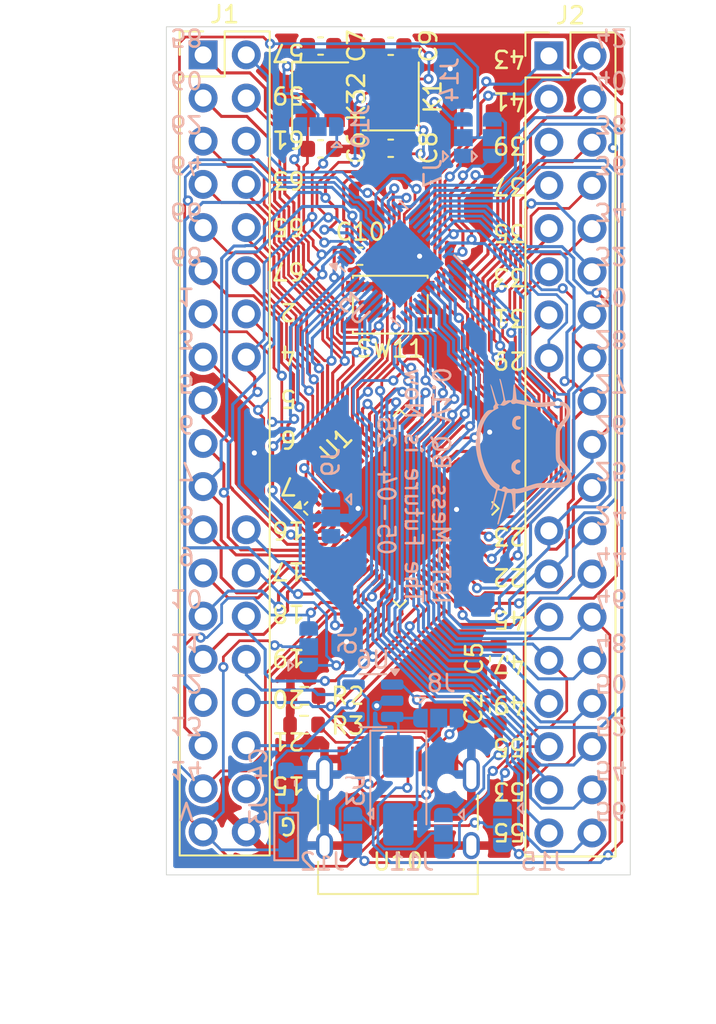
<source format=kicad_pcb>
(kicad_pcb (version 20241229) (generator "pcbnew") (generator_version "9.0")
  (layers (0 "F.Cu" signal) (2 "B.Cu" signal) (13 "F.Paste" user) (15 "B.Paste" user) (5 "F.SilkS" user "F.Silkscreen") (7 "B.SilkS" user "B.Silkscreen") (1 "F.Mask" user) (3 "B.Mask" user) (25 "Edge.Cuts" user))
  (net 0 "")
  (net 1 "P_67")
  (net 2 "P_8")
  (net 3 "P_6")
  (net 4 "P_64")
  (net 5 "P_56")
  (net 6 "P_17")
  (net 7 "P_55")
  (net 8 "P_15")
  (net 9 "P_22")
  (net 10 "P_44")
  (net 11 "P_45")
  (net 12 "P_3")
  (net 13 "P_29")
  (net 14 "P_40")
  (net 15 "P_65")
  (net 16 "P_37")
  (net 17 "P_46")
  (net 18 "P_43")
  (net 19 "P_38")
  (net 20 "P_33")
  (net 21 "P_54")
  (net 22 "P_48")
  (net 23 "P_14")
  (net 24 "P_30")
  (net 25 "P_60")
  (net 26 "P_1")
  (net 27 "P_19")
  (net 28 "P_4")
  (net 29 "P_18")
  (net 30 "P_24")
  (net 31 "P_28")
  (net 32 "P_35")
  (net 33 "P_32")
  (net 34 "P_52")
  (net 35 "P_25")
  (net 36 "P_5")
  (net 37 "P_23")
  (net 38 "P_58")
  (net 39 "P_42")
  (net 40 "P_41")
  (net 41 "P_21")
  (net 42 "P_47")
  (net 43 "P_7")
  (net 44 "P_53")
  (net 45 "P_26")
  (net 46 "P_9")
  (net 47 "P_10")
  (net 48 "P_62")
  (net 49 "P_34")
  (net 50 "P_59")
  (net 51 "P_57")
  (net 52 "P_12")
  (net 53 "P_16")
  (net 54 "P_36")
  (net 55 "P_13")
  (net 56 "P_27")
  (net 57 "P_66")
  (net 58 "P_61")
  (net 59 "P_39")
  (net 60 "P_2")
  (net 61 "P_63")
  (net 62 "P_20")
  (net 63 "P_50")
  (net 64 "P_31")
  (net 65 "P_49")
  (net 66 "P_11")
  (net 67 "5V")
  (net 68 "GND")
  (net 69 "+3.3V")
  (net 70 "Net-(D3-A)")
  (net 71 "VCC")
  (net 72 "D-")
  (net 73 "D+")
  (net 75 "P_68")
  (net 76 "P_51")
  (net 77 "Net-(J10-C)")
  (net 78 "Net-(J8-B)")
  (net 79 "Net-(U10-CC2)")
  (net 80 "Net-(U10-CC1)")
  (footprint "Button_Switch_SMD:SW_SPST_PTS810" (layer "F.Cu") (at 150.75 87.725 180)
    (property "Reference" "SW11")
    (property "Value" "SW_Push")
  )
  (footprint "Connector_PinHeader_2.54mm:PinHeader_2x19_P2.54mm_Vertical" (layer "F.Cu") (at 139.735 73.03)
    (property "Reference" "J1")
    (property "Value" "Conn_02x19_Odd_Even")
  )
  (footprint "Capacitor_SMD:C_0603_1608Metric" (layer "F.Cu") (at 146.649 78.561499)
    (property "Reference" "C6")
    (property "Value" "12-25pF")
  )
  (footprint "Capacitor_SMD:C_0603_1608Metric" (layer "F.Cu") (at 157.125 111.575 -90)
    (property "Reference" "C2")
    (property "Value" "10u")
  )
  (footprint "Connector_USB:USB_C_Receptacle_HRO_TYPE-C-31-M-12" (layer "F.Cu") (at 151.2 118.5)
    (property "Reference" "U10")
    (property "Value" "USB_C_Receptacle_USB2.0_16P")
  )
  (footprint "Capacitor_SMD:C_0603_1608Metric" (layer "F.Cu") (at 150.775 72.525 180)
    (property "Reference" "C9")
    (property "Value" "15-30pF")
  )
  (footprint "Package_DFN_QFN:QFN-68-1EP_8x8mm_P0.4mm_EP6.4x6.4mm" (layer "F.Cu") (at 151.313864 99.713381 45)
    (property "Reference" "U1")
    (property "Value" "CH32V30xWxUx")
  )
  (footprint "Capacitor_SMD:C_0603_1608Metric" (layer "F.Cu") (at 157.125 108.549997 90)
    (property "Reference" "C5")
    (property "Value" "1u")
  )
  (footprint "Resistor_SMD:R_0603_1608Metric" (layer "F.Cu") (at 145.7 110.738216 180)
    (property "Reference" "R2")
    (property "Value" "5.1K")
  )
  (footprint "Capacitor_SMD:C_0603_1608Metric" (layer "F.Cu") (at 150.775 78.525 180)
    (property "Reference" "C8")
    (property "Value" "15-30pF")
  )
  (footprint "Crystal:Crystal_SMD_3225-4Pin_3.2x2.5mm" (layer "F.Cu") (at 146.624 75.474 -90)
    (property "Reference" "K1")
    (property "Value" "Crystal")
  )
  (footprint "Resistor_SMD:R_0603_1608Metric" (layer "F.Cu") (at 145.675 112.438216 180)
    (property "Reference" "R3")
    (property "Value" "5.1K")
  )
  (footprint "Capacitor_SMD:C_0603_1608Metric" (layer "F.Cu") (at 146.649 72.511499)
    (property "Reference" "C7")
    (property "Value" "12-25pF")
  )
  (footprint "Capacitor_SMD:C_0603_1608Metric" (layer "F.Cu") (at 148.975 84.875)
    (property "Reference" "C10")
    (property "Value" ".1u")
  )
  (footprint "Connector_PinHeader_2.54mm:PinHeader_2x19_P2.54mm_Vertical" (layer "F.Cu") (at 160.085 73.09)
    (property "Reference" "J2")
    (property "Value" "Conn_02x19_Odd_Even")
  )
  (footprint "Crystal:Crystal_SMD_3225-4Pin_3.2x2.5mm" (layer "F.Cu") (at 150.775 75.475 90)
    (property "Reference" "K32")
    (property "Value" "Crystal")
  )
  (footprint "Capacitor_SMD:C_0603_1608Metric" (layer "B.Cu") (at 144.625 115.887499 90)
    (property "Reference" "C4")
    (property "Value" "1u")
  )
  (footprint "IOT-Mess-Footprints:Jumper-3_P1.3mm_Open_RoundedPad1.0x1.5mm" (layer "B.Cu") (at 155.05 77.900001 90)
    (property "Reference" "J7")
    (property "Value" "Jumper")
  )
  (footprint "Package_TO_SOT_SMD:SOT-23-5" (layer "B.Cu") (at 149.725 111.025 180)
    (property "Reference" "U6")
    (property "Value" "ME6211C33M5")
  )
  (footprint "IOT-Mess-Footprints:Jumper-3_P1.3mm_Open_RoundedPad1.0x1.5mm" (layer "B.Cu") (at 147.25 100.275 -90)
    (property "Reference" "J9")
    (property "Value" "Jumper")
  )
  (footprint "IOT-Mess-Footprints:Jumper-3_P1.3mm_Open_RoundedPad1.0x1.5mm" (layer "B.Cu") (at 153.6 112.05)
    (property "Reference" "J8")
    (property "Value" "Jumper")
  )
  (footprint "IOT-Mess-Footprints:Jumper-3_P1.3mm_Open_RoundedPad1.0x1.5mm" (layer "B.Cu") (at 157.35 118.45 -90)
    (property "Reference" "J15")
    (property "Value" "Jumper")
  )
  (footprint "Diode_SMD:D_SMA" (layer "B.Cu") (at 151.225 116.3 -90)
    (property "Reference" "D3")
    (property "Value" "SS14")
  )
  (footprint "IOT-Mess-Footprints:Jumper-3_P1.3mm_Open_RoundedPad1.0x1.5mm" (layer "B.Cu") (at 156.75 77.9 90)
    (property "Reference" "J14")
    (property "Value" "Jumper")
  )
  (footprint "IOT-Mess-Footprints:Jumper-3_P1.3mm_Open_RoundedPad1.0x1.5mm" (layer "B.Cu") (at 145.95 107.85 90)
    (property "Reference" "J6")
    (property "Value" "Jumper")
  )
  (footprint "IOT-Mess-Footprints:Jumper-3_P1.3mm_Open_RoundedPad1.0x1.5mm" (layer "B.Cu") (at 146.500001 77.25 180)
    (property "Reference" "J10")
    (property "Value" "Jumper")
  )
  (footprint "IOT-Mess-Footprints:Jumpper-triangle" (layer "B.Cu") (at 144.625 119.012499 -90)
    (property "Reference" "J3")
    (property "Value" "Jumper_2")
  )
  (footprint "catIcon.preety:catIcon8x8" (layer "B.Cu") (at 158.617097 96.231458 90)
    (property "Reference" "")
    (property "Value" "LOGO" (hide yes))
  )
  (footprint "IOT-Mess-Footprints:Jumper-3_P1.3mm_Open_RoundedPad1.0x1.5mm" (layer "B.Cu") (at 153.875 118.825 -90)
    (property "Reference" "J11")
    (property "Value" "Jumper")
  )
  (footprint "Package_DFN_QFN:QFN-48-1EP_5x5mm_P0.35mm_EP3.7x3.7mm_ThermalVias" (layer "B.Cu") (at 151.3 85.3 -45)
    (property "Reference" "U3")
    (property "Value" "CH32L103C8T6")
  )
  (footprint "IOT-Mess-Footprints:Jumper-3_P1.3mm_Open_RoundedPad1.0x1.5mm" (layer "B.Cu") (at 148.55 118.775 -90)
    (property "Reference" "J12")
    (property "Value" "Jumper")
  )
  (gr_rect (start 137.575002 71.375) (end 164.875 121.275) (stroke (width 0.05)) (fill no) (layer "Edge.Cuts"))
  (gr_text "37" (at 157.750001 80.749999 180) (layer "F.SilkS") (effects (font (size 1 1))))
  (gr_text "31" (at 157.750001 88.499999 180) (layer "F.SilkS") (effects (font (size 1 1))))
  (gr_text "18" (at 144.75 105.9 180) (layer "F.SilkS") (effects (font (size 1 1))))
  (gr_text "21" (at 144.75 113.399999 180) (layer "F.SilkS") (effects (font (size 1 1))))
  (gr_text "33" (at 157.749999 86.099998 180) (layer "F.SilkS") (effects (font (size 1 1))))
  (gr_text "45" (at 157.750001 106.249999 180) (layer "F.SilkS") (effects (font (size 1 1))))
  (gr_text "35" (at 157.75 83.5 180) (layer "F.SilkS") (effects (font (size 1 1))))
  (gr_text "4" (at 144.749999 90.649998 180) (layer "F.SilkS") (effects (font (size 1 1))))
  (gr_text "20" (at 144.75 110.899998 180) (layer "F.SilkS") (effects (font (size 1 1))))
  (gr_text "17" (at 144.75 103.4 180) (layer "F.SilkS") (effects (font (size 1 1))))
  (gr_text "49" (at 157.75 111.249998 180) (layer "F.SilkS") (effects (font (size 1 1))))
  (gr_text "53" (at 157.750001 116.349999 180) (layer "F.SilkS") (effects (font (size 1 1))))
  (gr_text "65" (at 144.75 83.15 180) (layer "F.SilkS") (effects (font (size 1 1))))
  (gr_text "41" (at 157.750001 75.749999 180) (layer "F.SilkS") (effects (font (size 1 1))))
  (gr_text "2" (at 144.749999 88.149998 180) (layer "F.SilkS") (effects (font (size 1 1))))
  (gr_text "5" (at 144.75 93.249999 180) (layer "F.SilkS") (effects (font (size 1 1))))
  (gr_text "7" (at 144.75 98.4 180) (layer "F.SilkS") (effects (font (size 1 1))))
  (gr_text "59" (at 144.75 75.399999 180) (layer "F.SilkS") (effects (font (size 1 1))))
  (gr_text "23" (at 157.75 101.35 180) (layer "F.SilkS") (effects (font (size 1 1))))
  (gr_text "G\n" (at 144.75 118.4 180) (layer "F.SilkS") (effects (font (size 1 1))))
  (gr_text "57" (at 144.75 72.899999 180) (layer "F.SilkS") (effects (font (size 1 1))))
  (gr_text "43" (at 157.750001 73.249999 180) (layer "F.SilkS") (effects (font (size 1 1))))
  (gr_text "55" (at 157.75 118.75 180) (layer "F.SilkS") (effects (font (size 1 1))))
  (gr_text "22" (at 157.750001 103.749999 180) (layer "F.SilkS") (effects (font (size 1 1))))
  (gr_text "19" (at 144.749999 108.499998 180) (layer "F.SilkS") (effects (font (size 1 1))))
  (gr_text "55" (at 157.75 113.749998 180) (layer "F.SilkS") (effects (font (size 1 1))))
  (gr_text "47" (at 157.750001 108.849999 180) (layer "F.SilkS") (effects (font (size 1 1))))
  (gr_text "63" (at 144.75 80.4 180) (layer "F.SilkS") (effects (font (size 1 1))))
  (gr_text "15" (at 144.749999 116 180) (layer "F.SilkS") (effects (font (size 1 1))))
  (gr_text "6" (at 144.749999 95.65 180) (layer "F.SilkS") (effects (font (size 1 1))))
  (gr_text "67" (at 144.749999 85.75 180) (layer "F.SilkS") (effects (font (size 1 1))))
  (gr_text "39" (at 157.75 78.35 180) (layer "F.SilkS") (effects (font (size 1 1))))
  (gr_text "29" (at 157.750001 90.999999 180) (layer "F.SilkS") (effects (font (size 1 1))))
  (gr_text "61" (at 144.75 78 180) (layer "F.SilkS") (effects (font (size 1 1))))
  (gr_text "16" (at 144.75 101 180) (layer "F.SilkS") (effects (font (size 1 1))))
  (gr_text "44" (at 163.75 102.5 180) (layer "B.SilkS") (effects (font (size 1 1)) (justify mirror)))
  (gr_text "38" (at 163.75 77.1 180) (layer "B.SilkS") (effects (font (size 1 1)) (justify mirror)))
  (gr_text "10" (at 138.75 104.999999 180) (layer "B.SilkS") (effects (font (size 1 1)) (justify mirror)))
  (gr_text "52" (at 163.75 112.5 180) (layer "B.SilkS") (effects (font (size 1 1)) (justify mirror)))
  (gr_text "60" (at 138.75 74.499999 180) (layer "B.SilkS") (effects (font (size 1 1)) (justify mirror)))
  (gr_text "48" (at 163.75 107.6 180) (layer "B.SilkS") (effects (font (size 1 1)) (justify mirror)))
  (gr_text "14" (at 138.750001 115.099999 180) (layer "B.SilkS") (effects (font (size 1 1)) (justify mirror)))
  (gr_text "7" (at 138.75 97.499999 180) (layer "B.SilkS") (effects (font (size 1 1)) (justify mirror)))
  (gr_text "12" (at 138.75 109.999998 180) (layer "B.SilkS") (effects (font (size 1 1)) (justify mirror)))
  (gr_text "11" (at 138.750001 107.599998 180) (layer "B.SilkS") (effects (font (size 1 1)) (justify mirror)))
  (gr_text "IOT-Mess BQ V1.0\nThe Future is Now\n05-04-25\n" (at 149.925 98.375 270) (layer "B.SilkS") (effects (font (size 1 1)) (justify bottom mirror)))
  (gr_text "46" (at 163.75 105 180) (layer "B.SilkS") (effects (font (size 1 1)) (justify mirror)))
  (gr_text "27" (at 163.75 92.35 180) (layer "B.SilkS") (effects (font (size 1 1)) (justify mirror)))
  (gr_text "62" (at 138.75 77.1 180) (layer "B.SilkS") (effects (font (size 1 1)) (justify mirror)))
  (gr_text "54" (at 163.75 115.1 180) (layer "B.SilkS") (effects (font (size 1 1)) (justify mirror)))
  (gr_text "36" (at 163.75 79.5 180) (layer "B.SilkS") (effects (font (size 1 1)) (justify mirror)))
  (gr_text "24" (at 163.75 100.1 180) (layer "B.SilkS") (effects (font (size 1 1)) (justify mirror)))
  (gr_text "28" (at 163.75 89.75 180) (layer "B.SilkS") (effects (font (size 1 1)) (justify mirror)))
  (gr_text "40" (at 163.75 74.5 180) (layer "B.SilkS") (effects (font (size 1 1)) (justify mirror)))
  (gr_text "26" (at 163.75 94.75 180) (layer "B.SilkS") (effects (font (size 1 1)) (justify mirror)))
  (gr_text "25" (at 163.75 97.5 180) (layer "B.SilkS") (effects (font (size 1 1)) (justify mirror)))
  (gr_text "13" (at 138.75 112.499998 180) (layer "B.SilkS") (effects (font (size 1 1)) (justify mirror)))
  (gr_text "32" (at 163.750002 84.849999 180) (layer "B.SilkS") (effects (font (size 1 1)) (justify mirror)))
  (gr_text "1" (at 138.750001 87.249998 180) (layer "B.SilkS") (effects (font (size 1 1)) (justify mirror)))
  (gr_text "34" (at 163.75 82.25 180) (layer "B.SilkS") (effects (font (size 1 1)) (justify mirror)))
  (gr_text "50" (at 163.75 110 180) (layer "B.SilkS") (effects (font (size 1 1)) (justify mirror)))
  (gr_text "42" (at 163.75 72 180) (layer "B.SilkS") (effects (font (size 1 1)) (justify mirror)))
  (gr_text "8" (at 138.75 100.1 180) (layer "B.SilkS") (effects (font (size 1 1)) (justify mirror)))
  (gr_text "30" (at 163.75 87.25 180) (layer "B.SilkS") (effects (font (size 1 1)) (justify mirror)))
  (gr_text "56\n" (at 163.75 117.5 180) (layer "B.SilkS") (effects (font (size 1 1)) (justify mirror)))
  (gr_text "64" (at 138.75 79.499999 180) (layer "B.SilkS") (effects (font (size 1 1)) (justify mirror)))
  (gr_text "66" (at 138.75 82.25 180) (layer "B.SilkS") (effects (font (size 1 1)) (justify mirror)))
  (gr_text "6" (at 138.750001 94.749999 180) (layer "B.SilkS") (effects (font (size 1 1)) (justify mirror)))
  (gr_text "68" (at 138.750001 84.849999 180) (layer "B.SilkS") (effects (font (size 1 1)) (justify mirror)))
  (gr_text "3" (at 138.750001 89.749998 180) (layer "B.SilkS") (effects (font (size 1 1)) (justify mirror)))
  (gr_text "58" (at 138.75 71.999999 180) (layer "B.SilkS") (effects (font (size 1 1)) (justify mirror)))
  (gr_text "9" (at 138.75 102.499999 180) (layer "B.SilkS") (effects (font (size 1 1)) (justify mirror)))
  (gr_text "V" (at 138.75 117.5 180) (layer "B.SilkS") (effects (font (size 1 1)) (justify mirror)))
  (gr_text "5" (at 138.75 92.349999 180) (layer "B.SilkS") (effects (font (size 1 1)) (justify mirror)))
  (segment (start 143.425 87.507983) (end 144.644 88.726983) (width 0.16) (layer "F.Cu") (net 1))
  (segment (start 145.465556 92.990556) (end 145.465556 92.991971) (width 0.16) (layer "F.Cu") (net 1))
  (segment (start 145.789364 98.148679) (end 146.585087 98.944402) (width 0.16) (layer "F.Cu") (net 1))
  (segment (start 144.644 88.726983) (end 144.644 90.891394) (width 0.16) (layer "F.Cu") (net 1))
  (segment (start 145.789364 97.453808) (end 145.789364 98.148679) (width 0.16) (layer "F.Cu") (net 1))
  (segment (start 144.644 90.891394) (end 145.344 91.591394) (width 0.16) (layer "F.Cu") (net 1))
  (segment (start 145.685556 97.35) (end 145.789364 97.453808) (width 0.16) (layer "F.Cu") (net 1))
  (segment (start 145.904556 93.429556) (end 145.904556 97.131) (width 0.16) (layer "F.Cu") (net 1))
  (segment (start 143.425 87.5) (end 143.425 87.507983) (width 0.16) (layer "F.Cu") (net 1))
  (segment (start 145.465556 92.991971) (end 145.759035 93.28545) (width 0.16) (layer "F.Cu") (net 1))
  (segment (start 145.344 92.869) (end 145.465556 92.990556) (width 0.16) (layer "F.Cu") (net 1))
  (segment (start 145.76045 93.28545) (end 145.904556 93.429556) (width 0.16) (layer "F.Cu") (net 1))
  (segment (start 142.275 86.35) (end 143.425 87.5) (width 0.16) (layer "F.Cu") (net 1))
  (segment (start 145.759035 93.28545) (end 145.76045 93.28545) (width 0.16) (layer "F.Cu") (net 1))
  (segment (start 145.904556 97.131) (end 145.685556 97.35) (width 0.16) (layer "F.Cu") (net 1))
  (segment (start 142.275 85.73) (end 142.275 86.35) (width 0.16) (layer "F.Cu") (net 1))
  (segment (start 145.344 91.591394) (end 145.344 92.869) (width 0.16) (layer "F.Cu") (net 1))
  (via (at 145.685556 97.35) (size 0.6) (drill 0.3) (layers "F.Cu" "B.Cu") (net 1))
  (segment (start 147.15 98.825) (end 147.15 99.200001) (width 0.16) (layer "B.Cu") (net 1))
  (segment (start 146.050369 97.714813) (end 146.050369 97.725369) (width 0.16) (layer "B.Cu") (net 1))
  (segment (start 145.685556 97.35) (end 146.050369 97.714813) (width 0.16) (layer "B.Cu") (net 1))
  (segment (start 146.050369 97.725369) (end 147.15 98.825) (width 0.16) (layer "B.Cu") (net 1))
  (segment (start 144.63172 102.89328) (end 147.56828 102.89328) (width 0.18) (layer "F.Cu") (net 2))
  (segment (start 140.796 103.771) (end 141.7 104.675) (width 0.18) (layer "F.Cu") (net 2))
  (segment (start 141.7 104.675) (end 142.85 104.675) (width 0.18) (layer "F.Cu") (net 2))
  (segment (start 142.85 104.675) (end 144.63172 102.89328) (width 0.18) (layer "F.Cu") (net 2))
  (segment (start 139.735 100.97) (end 140.796 102.031) (width 0.18) (layer "F.Cu") (net 2))
  (segment (start 140.796 102.031) (end 140.796 103.771) (width 0.18) (layer "F.Cu") (net 2))
  (segment (start 147.56828 102.89328) (end 148.282144 102.179416) (width 0.18) (layer "F.Cu") (net 2))
  (segment (start 140.955724 97.110724) (end 140.955724 98.780342) (width 0.18) (layer "F.Cu") (net 3))
  (segment (start 147.7 79.35) (end 148.675 79.35) (width 0.16) (layer "F.Cu") (net 3))
  (segment (start 153 74.45) (end 151.7 74.45) (width 0.16) (layer "F.Cu") (net 3))
  (segment (start 146.436 80.614) (end 147.7 79.35) (width 0.16) (layer "F.Cu") (net 3))
  (segment (start 152.45 72.525) (end 153.025 73.1) (width 0.16) (layer "F.Cu") (net 3))
  (segment (start 149.331028 75.275) (end 150.725 75.275) (width 0.16) (layer "F.Cu") (net 3))
  (segment (start 147.1 82.597567) (end 146.436 81.933567) (width 0.16) (layer "F.Cu") (net 3))
  (segment (start 140.955724 98.780342) (end 141.214 99.038618) (width 0.18) (layer "F.Cu") (net 3))
  (segment (start 146.436 81.933567) (end 146.436 80.614) (width 0.16) (layer "F.Cu") (net 3))
  (segment (start 151.7 74.45) (end 151.625 74.375) (width 0.16) (layer "F.Cu") (net 3))
  (segment (start 139.735 95.89) (end 140.955724 97.110724) (width 0.18) (layer "F.Cu") (net 3))
  (segment (start 151.625 72.575) (end 151.55 72.5) (width 0.16) (layer "F.Cu") (net 3))
  (segment (start 141.214 101.409481) (end 141.952519 102.148) (width 0.18) (layer "F.Cu") (net 3))
  (segment (start 150.725 75.275) (end 151.625 74.375) (width 0.16) (layer "F.Cu") (net 3))
  (segment (start 147.716458 101.61373) (end 147.155188 102.175) (width 0.18) (layer "F.Cu") (net 3))
  (segment (start 141.952519 102.148) (end 143.773678 102.148) (width 0.18) (layer "F.Cu") (net 3))
  (segment (start 141.214 99.038618) (end 141.214 101.409481) (width 0.18) (layer "F.Cu") (net 3))
  (segment (start 149.028014 75.578014) (end 149.331028 75.275) (width 0.16) (layer "F.Cu") (net 3))
  (segment (start 151.55 72.525) (end 152.45 72.525) (width 0.16) (layer "F.Cu") (net 3))
  (segment (start 147.155188 102.175) (end 143.800678 102.175) (width 0.18) (layer "F.Cu") (net 3))
  (via (at 153 74.45) (size 0.6) (drill 0.3) (layers "F.Cu" "B.Cu") (net 3))
  (via (at 140.955724 98.780342) (size 0.6) (drill 0.3) (layers "F.Cu" "B.Cu") (net 3))
  (via (at 148.675 79.35) (size 0.6) (drill 0.3) (layers "F.Cu" "B.Cu") (net 3))
  (via (at 153.025 73.1) (size 0.6) (drill 0.3) (layers "F.Cu" "B.Cu") (net 3))
  (via (at 149.028014 75.578014) (size 0.6) (drill 0.3) (layers "F.Cu" "B.Cu") (net 3))
  (via (at 147.1 82.597567) (size 0.6) (drill 0.3) (layers "F.Cu" "B.Cu") (net 3))
  (segment (start 141.475 93.601) (end 143.138 91.938) (width 0.18) (layer "B.Cu") (net 3))
  (segment (start 141.214 98.522066) (end 141.214 95.911) (width 0.18) (layer "B.Cu") (net 3))
  (segment (start 149.028014 75.578014) (end 149.067106 75.617106) (width 0.16) (layer "B.Cu") (net 3))
  (segment (start 153.025 74.425) (end 153 74.45) (width 0.16) (layer "B.Cu") (net 3))
  (segment (start 140.955724 98.780342) (end 141.214 98.522066) (width 0.18) (layer "B.Cu") (net 3))
  (segment (start 146.827433 82.597567) (end 143.625 85.8) (width 0.16) (layer "B.Cu") (net 3))
  (segment (start 147.497567 82.597567) (end 148.021231 83.121231) (width 0.16) (layer "B.Cu") (net 3))
  (segment (start 143.625 89.875) (end 143.336 90.164) (width 0.16) (layer "B.Cu") (net 3))
  (segment (start 147.1 82.597567) (end 146.827433 82.597567) (width 0.16) (layer "B.Cu") (net 3))
  (segment (start 148.675 79.35) (end 148.675 75.931028) (width 0.16) (layer "B.Cu") (net 3))
  (segment (start 143.625 85.8) (end 143.625 89.875) (width 0.16) (layer "B.Cu") (net 3))
  (segment (start 141.214 95.911) (end 141.475 95.65) (width 0.18) (layer "B.Cu") (net 3))
  (segment (start 143.336 90.164) (end 143.336 91.74) (width 0.16) (layer "B.Cu") (net 3))
  (segment (start 143.336 91.74) (end 143.138 91.938) (width 0.16) (layer "B.Cu") (net 3))
  (segment (start 143.138 91.938) (end 143.326 91.75) (width 0.18) (layer "B.Cu") (net 3))
  (segment (start 147.1 82.597567) (end 147.497567 82.597567) (width 0.16) (layer "B.Cu") (net 3))
  (segment (start 148.675 75.931028) (end 149.028014 75.578014) (width 0.16) (layer "B.Cu") (net 3))
  (segment (start 148.021231 83.121231) (end 148.378769 83.121231) (width 0.16) (layer "B.Cu") (net 3))
  (segment (start 153.025 73.1) (end 153.025 74.425) (width 0.16) (layer "B.Cu") (net 3))
  (segment (start 141.475 95.65) (end 141.475 93.601) (width 0.18) (layer "B.Cu") (net 3))
  (segment (start 148.378769 83.121231) (end 149.196357 83.938819) (width 0.16) (layer "B.Cu") (net 3))
  (segment (start 146.757556 91.675062) (end 146.757556 97.419814) (width 0.18) (layer "F.Cu") (net 4))
  (segment (start 146.54898 91.12398) (end 146.54898 91.466486) (width 0.18) (layer "F.Cu") (net 4))
  (segment (start 145.5 90.075) (end 146.54898 91.12398) (width 0.18) (layer "F.Cu") (net 4))
  (segment (start 143.898 84.898) (end 143.898 86.661464) (width 0.18) (layer "F.Cu") (net 4))
  (segment (start 143.898 86.661464) (end 145.5 88.263464) (width 0.18) (layer "F.Cu") (net 4))
  (segment (start 143.35 82.75) (end 143.35 84.35) (width 0.18) (layer "F.Cu") (net 4))
  (segment (start 140.81 81.725) (end 139.735 80.65) (width 0.16) (layer "F.Cu") (net 4))
  (segment (start 142.325 81.725) (end 143.325 82.725) (width 0.16) (layer "F.Cu") (net 4))
  (segment (start 141.9 81.725) (end 142.325 81.725) (width 0.16) (layer "F.Cu") (net 4))
  (segment (start 143.325 82.725) (end 143.35 82.75) (width 0.18) (layer "F.Cu") (net 4))
  (segment (start 145.5 88.263464) (end 145.5 90.075) (width 0.18) (layer "F.Cu") (net 4))
  (segment (start 141.9 81.725) (end 140.81 81.725) (width 0.16) (layer "F.Cu") (net 4))
  (segment (start 143.35 84.35) (end 143.898 84.898) (width 0.18) (layer "F.Cu") (net 4))
  (segment (start 146.757556 97.419814) (end 147.433616 98.095874) (width 0.18) (layer "F.Cu") (net 4))
  (segment (start 147.371392 98.095874) (end 147.433616 98.095874) (width 0.18) (layer "F.Cu") (net 4))
  (segment (start 146.54898 91.466486) (end 146.757556 91.675062) (width 0.18) (layer "F.Cu") (net 4))
  (segment (start 142.375 81.725) (end 141.9 81.725) (width 0.16) (layer "F.Cu") (net 4))
  (via (at 146.54898 91.466486) (size 0.6) (drill 0.3) (layers "F.Cu" "B.Cu") (net 4))
  (segment (start 146.163 89.694538) (end 149.196357 86.661181) (width 0.18) (layer "B.Cu") (net 4))
  (segment (start 146.163 91.080506) (end 146.163 89.694538) (width 0.18) (layer "B.Cu") (net 4))
  (segment (start 146.54898 91.466486) (end 146.163 91.080506) (width 0.18) (layer "B.Cu") (net 4))
  (segment (start 149.117791 93.860281) (end 149.117791 95.254567) (width 0.18) (layer "F.Cu") (net 5))
  (segment (start 149.117791 95.254567) (end 149.696357 95.833133) (width 0.18) (layer "F.Cu") (net 5))
  (segment (start 149.411676 93.566396) (end 149.117791 93.860281) (width 0.18) (layer "F.Cu") (net 5))
  (via (at 149.411676 93.566396) (size 0.6) (drill 0.3) (layers "F.Cu" "B.Cu") (net 5))
  (segment (start 149.947 103.888322) (end 149.163653 104.671669) (width 0.18) (layer "B.Cu") (net 5))
  (segment (start 149.725 107.425) (end 153.1125 110.8125) (width 0.18) (layer "B.Cu") (net 5))
  (segment (start 155.13119 111.101) (end 157.633 113.60281) (width 0.18) (layer "B.Cu") (net 5))
  (segment (start 158.3 115.35) (end 158.3 118.553765) (width 0.18) (layer "B.Cu") (net 5))
  (segment (start 153.384474 111.101) (end 155.13119 111.101) (width 0.18) (layer "B.Cu") (net 5))
  (segment (start 157.633 114.683) (end 158.3 115.35) (width 0.18) (layer "B.Cu") (net 5))
  (segment (start 161.544 119.891) (end 162.625 118.81) (width 0.18) (layer "B.Cu") (net 5))
  (segment (start 157.633 113.60281) (end 157.633 114.683) (width 0.18) (layer "B.Cu") (net 5))
  (segment (start 159.637235 119.891) (end 161.544 119.891) (width 0.18) (layer "B.Cu") (net 5))
  (segment (start 149.411676 93.566396) (end 149.947 94.10172) (width 0.18) (layer "B.Cu") (net 5))
  (segment (start 153.1125 110.829026) (end 153.384474 111.101) (width 0.18) (layer "B.Cu") (net 5))
  (segment (start 149.163653 104.671669) (end 149.163653 105.115627) (width 0.18) (layer "B.Cu") (net 5))
  (segment (start 149.947 94.10172) (end 149.947 103.888322) (width 0.18) (layer "B.Cu") (net 5))
  (segment (start 149.163653 105.115627) (end 149.725 105.676974) (width 0.18) (layer "B.Cu") (net 5))
  (segment (start 158.3 118.553765) (end 159.637235 119.891) (width 0.18) (layer "B.Cu") (net 5))
  (segment (start 149.725 105.676974) (end 149.725 107.425) (width 0.18) (layer "B.Cu") (net 5))
  (segment (start 153.1125 110.8125) (end 153.1125 110.829026) (width 0.18) (layer "B.Cu") (net 5))
  (segment (start 149.568215 107.193215) (end 150.586822 106.174608) (width 0.16) (layer "F.Cu") (net 6))
  (segment (start 150.827728 105.195916) (end 150.827728 104.725) (width 0.18) (layer "F.Cu") (net 6))
  (segment (start 150.586822 105.436822) (end 150.827728 105.195916) (width 0.18) (layer "F.Cu") (net 6))
  (segment (start 147.81143 108.95) (end 149.568215 107.193215) (width 0.16) (layer "F.Cu") (net 6))
  (segment (start 147.575 108.95) (end 147.81143 108.95) (width 0.16) (layer "F.Cu") (net 6))
  (segment (start 150.586822 106.174608) (end 150.586822 105.436822) (width 0.16) (layer "F.Cu") (net 6))
  (via (at 147.575 108.95) (size 0.6) (drill 0.3) (layers "F.Cu" "B.Cu") (net 6))
  (segment (start 145.95 108.95) (end 145.598 108.95) (width 0.16) (layer "B.Cu") (net 6))
  (segment (start 147 106) (end 147 108.375) (width 0.16) (layer "B.Cu") (net 6))
  (segment (start 146.25 105.25) (end 147 106) (width 0.16) (layer "B.Cu") (net 6))
  (segment (start 144.775 105.25) (end 146.25 105.25) (width 0.16) (layer "B.Cu") (net 6))
  (segment (start 147.575 108.95) (end 145.95 108.95) (width 0.16) (layer "B.Cu") (net 6))
  (segment (start 142.275 103.51) (end 143.035 103.51) (width 0.16) (layer "B.Cu") (net 6))
  (segment (start 143.035 103.51) (end 144.775 105.25) (width 0.16) (layer "B.Cu") (net 6))
  (segment (start 147 108.375) (end 147.575 108.95) (width 0.16) (layer "B.Cu") (net 6))
  (segment (start 149.525483 95.096573) (end 149.9792 95.55029) (width 0.18) (layer "F.Cu") (net 7))
  (segment (start 151.303115 92.692346) (end 151.006976 92.692346) (width 0.18) (layer "F.Cu") (net 7))
  (segment (start 149.525483 94.173839) (end 149.525483 95.096573) (width 0.18) (layer "F.Cu") (net 7))
  (segment (start 151.463805 92.853036) (end 151.303115 92.692346) (width 0.18) (layer "F.Cu") (net 7))
  (segment (start 151.006976 92.692346) (end 149.525483 94.173839) (width 0.18) (layer "F.Cu") (net 7))
  (via (at 151.463805 92.853036) (size 0.6) (drill 0.3) (layers "F.Cu" "B.Cu") (net 7))
  (segment (start 151.145535 92.692346) (end 150.549 93.288881) (width 0.18) (layer "B.Cu") (net 7))
  (segment (start 150.298151 107.566586) (end 153.511568 110.78) (width 0.18) (layer "B.Cu") (net 7))
  (segment (start 153.489152 110.78) (end 155.264152 110.78) (width 0.18) (layer "B.Cu") (net 7))
  (segment (start 150.549 93.288881) (end 150.549 104.750322) (width 0.18) (layer "B.Cu") (net 7))
  (segment (start 150.549 104.750322) (end 150.049 105.250322) (width 0.18) (layer "B.Cu") (net 7))
  (segment (start 151.303115 92.692346) (end 151.145535 92.692346) (width 0.18) (layer "B.Cu") (net 7))
  (segment (start 158.675 115.957924) (end 158.675 117.4) (width 0.18) (layer "B.Cu") (net 7))
  (segment (start 158.675 117.4) (end 160.085 118.81) (width 0.18) (layer "B.Cu") (net 7))
  (segment (start 151.463805 92.853036) (end 151.303115 92.692346) (width 0.18) (layer "B.Cu") (net 7))
  (segment (start 155.264152 110.78) (end 157.954 113.469848) (width 0.18) (layer "B.Cu") (net 7))
  (segment (start 157.954 113.469848) (end 157.954 114.55) (width 0.18) (layer "B.Cu") (net 7))
  (segment (start 150.298151 107.566583) (end 150.298151 107.566586) (width 0.18) (layer "B.Cu") (net 7))
  (segment (start 157.954 114.55) (end 157.954 114.579678) (width 0.18) (layer "B.Cu") (net 7))
  (segment (start 158.675 115.300678) (end 158.675 115.957924) (width 0.18) (layer "B.Cu") (net 7))
  (segment (start 157.954 114.579678) (end 158.675 115.300678) (width 0.18) (layer "B.Cu") (net 7))
  (segment (start 150.040784 107.309216) (end 150.298151 107.566583) (width 0.18) (layer "B.Cu") (net 7))
  (segment (start 150.049 105.250322) (end 150.049 107.301) (width 0.18) (layer "B.Cu") (net 7))
  (segment (start 151.575 85.425) (end 151.575 82.4) (width 0.16) (layer "F.Cu") (net 8))
  (segment (start 151.878 89.358536) (end 151.948999 89.287537) (width 0.16) (layer "F.Cu") (net 8))
  (segment (start 151.4082 89.830726) (end 151.878 89.360926) (width 0.16) (layer "F.Cu") (net 8))
  (segment (start 148.45 105.925) (end 147.336536 105.925) (width 0.18) (layer "F.Cu") (net 8))
  (segment (start 151.948999 85.798999) (end 151.575 85.425) (width 0.16) (layer "F.Cu") (net 8))
  (segment (start 149.517395 104.903963) (end 149.321358 105.1) (width 0.18) (layer "F.Cu") (net 8))
  (segment (start 151.878 89.360926) (end 151.878 89.358536) (width 0.16) (layer "F.Cu") (net 8))
  (segment (start 149.3 105.1) (end 148.4625 105.9375) (width 0.18) (layer "F.Cu") (net 8))
  (segment (start 150.25 92.161536) (end 151.191 91.220536) (width 0.16) (layer "F.Cu") (net 8))
  (segment (start 149.674653 104.903963) (end 149.517395 104.903963) (width 0.18) (layer "F.Cu") (net 8))
  (segment (start 152.2 81.775) (end 152.2 81.648903) (width 0.16) (layer "F.Cu") (net 8))
  (segment (start 143.691 109.570536) (end 143.691 114.794) (width 0.18) (layer "F.Cu") (net 8))
  (segment (start 151.575 82.4) (end 152.2 81.775) (width 0.16) (layer "F.Cu") (net 8))
  (segment (start 151.191 90.045536) (end 151.40581 89.830726) (width 0.16) (layer "F.Cu") (net 8))
  (segment (start 152.2 81.231861) (end 152.2 81.00375) (width 0.16) (layer "F.Cu") (net 8))
  (segment (start 152.2 81.648903) (end 152.201 81.647903) (width 0.16) (layer "F.Cu") (net 8))
  (segment (start 150.151694 92.796376) (end 150.25 92.69807) (width 0.16) (layer "F.Cu") (net 8))
  (segment (start 151.948999 89.287537) (end 151.948999 85.798999) (width 0.16) (layer "F.Cu") (net 8))
  (segment (start 147.336536 105.925) (end 143.691 109.570536) (width 0.18) (layer "F.Cu") (net 8))
  (segment (start 152.201 81.232861) (end 152.2 81.231861) (width 0.16) (layer "F.Cu") (net 8))
  (segment (start 148.4625 105.9375) (end 148.45 105.925) (width 0.18) (layer "F.Cu") (net 8))
  (segment (start 151.40581 89.830726) (end 151.4082 89.830726) (width 0.16) (layer "F.Cu") (net 8))
  (segment (start 152.201 81.647903) (end 152.201 81.232861) (width 0.16) (layer "F.Cu") (net 8))
  (segment (start 149.321358 105.1) (end 150.262043 104.159315) (width 0.18) (layer "F.Cu") (net 8))
  (segment (start 152.2 81.00375) (end 152.289375 80.914375) (width 0.16) (layer "F.Cu") (net 8))
  (segment (start 151.191 91.220536) (end 151.191 90.045536) (width 0.16) (layer "F.Cu") (net 8))
  (segment (start 149.321358 105.1) (end 149.3 105.1) (width 0.18) (layer "F.Cu") (net 8))
  (segment (start 143.691 114.794) (end 142.275 116.21) (width 0.18) (layer "F.Cu") (net 8))
  (segment (start 150.25 92.69807) (end 150.25 92.161536) (width 0.16) (layer "F.Cu") (net 8))
  (via (at 149.674653 104.903963) (size 0.6) (drill 0.3) (layers "F.Cu" "B.Cu") (net 8))
  (via (at 150.151694 92.796376) (size 0.6) (drill 0.3) (layers "F.Cu" "B.Cu") (net 8))
  (via (at 152.289375 80.914375) (size 0.6) (drill 0.3) (layers "F.Cu" "B.Cu") (net 8))
  (segment (start 149.915328 82.182917) (end 150.433794 82.701383) (width 0.16) (layer "B.Cu") (net 8))
  (segment (start 150.151694 92.796376) (end 150.151694 93.082039) (width 0.16) (layer "B.Cu") (net 8))
  (segment (start 149.9 82.169004) (end 149.913913 82.182917) (width 0.16) (layer "B.Cu") (net 8))
  (segment (start 151.5 80.3) (end 150.85 80.3) (width 0.16) (layer "B.Cu") (net 8))
  (segment (start 152.289375 80.914375) (end 152.114375 80.914375) (width 0.16) (layer "B.Cu") (net 8))
  (segment (start 149.913913 82.182917) (end 149.915328 82.182917) (width 0.16) (layer "B.Cu") (net 8))
  (segment (start 150.85 80.3) (end 149.9 81.25) (width 0.16) (layer "B.Cu") (net 8))
  (segment (start 152.114375 80.914375) (end 151.5 80.3) (width 0.16) (layer "B.Cu") (net 8))
  (segment (start 150.248 104.013) (end 149.674653 104.586347) (width 0.16) (layer "B.Cu") (net 8))
  (segment (start 149.674653 104.586347) (end 149.674653 104.903963) (width 0.16) (layer "B.Cu") (net 8))
  (segment (start 149.9 81.25) (end 149.9 82.169004) (width 0.16) (layer "B.Cu") (net 8))
  (segment (start 150.151694 93.082039) (end 150.248 93.178345) (width 0.16) (layer "B.Cu") (net 8))
  (segment (start 150.248 93.178345) (end 150.248 104.013) (width 0.16) (layer "B.Cu") (net 8))
  (segment (start 155.004483 105.98131) (end 155.004483 105.687408) (width 0.18) (layer "F.Cu") (net 9))
  (segment (start 153.829 104.511925) (end 153.829 104.491258) (width 0.18) (layer "F.Cu") (net 9))
  (segment (start 153.829 104.491258) (end 152.931371 103.593629) (width 0.18) (layer "F.Cu") (net 9))
  (segment (start 155.004483 105.687408) (end 153.829 104.511925) (width 0.18) (layer "F.Cu") (net 9))
  (via (at 155.004483 105.98131) (size 0.6) (drill 0.3) (layers "F.Cu" "B.Cu") (net 9))
  (segment (start 155.004483 105.98131) (end 155.398173 106.375) (width 0.18) (layer "B.Cu") (net 9))
  (segment (start 163.375 79.25) (end 164.025 79.9) (width 0.18) (layer "B.Cu") (net 9))
  (segment (start 152.166206 82.701383) (end 153.565589 81.302) (width 0.18) (layer "B.Cu") (net 9))
  (segment (start 157.373 81.302) (end 159.425 79.25) (width 0.18) (layer "B.Cu") (net 9))
  (segment (start 153.565589 81.302) (end 157.373 81.302) (width 0.18) (layer "B.Cu") (net 9))
  (segment (start 159.425 79.25) (end 163.375 79.25) (width 0.18) (layer "B.Cu") (net 9))
  (segment (start 162.185519 99.969) (end 161.146 101.008519) (width 0.18) (layer "B.Cu") (net 9))
  (segment (start 155.398173 106.375) (end 157.35 106.375) (width 0.18) (layer "B.Cu") (net 9))
  (segment (start 163.181 99.969) (end 162.185519 99.969) (width 0.18) (layer "B.Cu") (net 9))
  (segment (start 164.025 79.9) (end 164.025 99.125) (width 0.18) (layer "B.Cu") (net 9))
  (segment (start 157.35 106.375) (end 157.775 105.95) (width 0.18) (layer "B.Cu") (net 9))
  (segment (start 161.146 101.008519) (end 161.146 102.509) (width 0.18) (layer "B.Cu") (net 9))
  (segment (start 164.025 99.125) (end 163.181 99.969) (width 0.18) (layer "B.Cu") (net 9))
  (segment (start 157.775 105.1) (end 159.305 103.57) (width 0.18) (layer "B.Cu") (net 9))
  (segment (start 159.305 103.57) (end 160.085 103.57) (width 0.18) (layer "B.Cu") (net 9))
  (segment (start 161.146 102.509) (end 160.085 103.57) (width 0.18) (layer "B.Cu") (net 9))
  (segment (start 157.775 105.95) (end 157.775 105.1) (width 0.18) (layer "B.Cu") (net 9))
  (segment (start 154.9 95.56156) (end 153.779899 96.681661) (width 0.16) (layer "F.Cu") (net 10))
  (segment (start 155.68844 95.56156) (end 154.9 95.56156) (width 0.16) (layer "F.Cu") (net 10))
  (via (at 155.71 95.54) (size 0.6) (drill 0.3) (layers "F.Cu" "B.Cu") (net 10))
  (segment (start 159.554 104.996) (end 161.199 104.996) (width 0.18) (layer "B.Cu") (net 10))
  (segment (start 155.1 90.273322) (end 155.947664 91.120986) (width 0.18) (layer "B.Cu") (net 10))
  (segment (start 155.95 95.175) (end 155.71 95.415) (width 0.18) (layer "B.Cu") (net 10))
  (segment (start 154.974151 106.720691) (end 157.829309 106.720691) (width 0.18) (layer "B.Cu") (net 10))
  (segment (start 155.493737 95.706263) (end 153.931 97.269) (width 0.18) (layer "B.Cu") (net 10))
  (segment (start 153.931 104.691486) (end 154.209782 104.970268) (width 0.18) (layer "B.Cu") (net 10))
  (segment (start 155.1 89.575) (end 155.1 90.273322) (width 0.18) (layer "B.Cu") (net 10))
  (segment (start 154.275483 87.533021) (end 154.275483 88.750483) (width 0.18) (layer "B.Cu") (net 10))
  (segment (start 155.95 94.550678) (end 155.95 95.175) (width 0.18) (layer "B.Cu") (net 10))
  (segment (start 153.931 97.269) (end 153.931 104.691486) (width 0.18) (layer "B.Cu") (net 10))
  (segment (start 155.947664 91.120986) (end 155.947664 94.548342) (width 0.18) (layer "B.Cu") (net 10))
  (segment (start 154.275483 88.750483) (end 155.1 89.575) (width 0.18) (layer "B.Cu") (net 10))
  (segment (start 155.947664 94.548342) (end 155.95 94.550678) (width 0.18) (layer "B.Cu") (net 10))
  (segment (start 153.403643 86.661181) (end 154.275483 87.533021) (width 0.18) (layer "B.Cu") (net 10))
  (segment (start 154.209782 105.956322) (end 154.974151 106.720691) (width 0.18) (layer "B.Cu") (net 10))
  (segment (start 157.829309 106.720691) (end 159.554 104.996) (width 0.18) (layer "B.Cu") (net 10))
  (segment (start 161.199 104.996) (end 162.625 103.57) (width 0.18) (layer "B.Cu") (net 10))
  (segment (start 154.209782 104.970268) (end 154.209782 105.956322) (width 0.18) (layer "B.Cu") (net 10))
  (segment (start 157.123 114.225) (end 158.625 112.723) (width 0.16) (layer "F.Cu") (net 11))
  (segment (start 158.625 112.723) (end 158.625 107.57) (width 0.16) (layer "F.Cu") (net 11))
  (segment (start 155.022796 94.873078) (end 153.497056 96.398818) (width 0.18) (layer "F.Cu") (net 11))
  (segment (start 158.625 107.57) (end 160.085 106.11) (width 0.16) (layer "F.Cu") (net 11))
  (segment (start 155.438672 94.873078) (end 155.022796 94.873078) (width 0.18) (layer "F.Cu") (net 11))
  (via (at 155.438672 94.873078) (size 0.6) (drill 0.3) (layers "F.Cu" "B.Cu") (net 11))
  (via (at 157.123 114.225) (size 0.6) (drill 0.3) (layers "F.Cu" "B.Cu") (net 11))
  (segment (start 156.95 114.225) (end 157.123 114.225) (width 0.16) (layer "B.Cu") (net 11))
  (segment (start 153.950483 88.850483) (end 154.776 89.676) (width 0.18) (layer "B.Cu") (net 11))
  (segment (start 156.253182 116.178182) (end 156.253182 114.921818) (width 0.16) (layer "B.Cu") (net 11))
  (segment (start 153.950483 87.702996) (end 153.950483 88.850483) (width 0.18) (layer "B.Cu") (net 11))
  (segment (start 155.646664 94.67302) (end 155.446606 94.873078) (width 0.18) (layer "B.Cu") (net 11))
  (segment (start 154.706363 117.725001) (end 156.253182 116.178182) (width 0.16) (layer "B.Cu") (net 11))
  (segment (start 159.145 107.05) (end 160.085 106.11) (width 0.18) (layer "B.Cu") (net 11))
  (segment (start 155.647664 94.364739) (end 155.646664 94.365739) (width 0.18) (layer "B.Cu") (net 11))
  (segment (start 155.646664 94.365739) (end 155.646664 94.67302) (width 0.18) (layer "B.Cu") (net 11))
  (segment (start 153.63 96.895) (end 153.63 104.816164) (width 0.18) (layer "B.Cu") (net 11))
  (segment (start 153.875 117.725001) (end 154.706363 117.725001) (width 0.16) (layer "B.Cu") (net 11))
  (segment (start 155.646664 93.940411) (end 155.647664 93.941411) (width 0.18) (layer "B.Cu") (net 11))
  (segment (start 155.647664 93.941411) (end 155.647664 94.364739) (width 0.18) (layer "B.Cu") (net 11))
  (segment (start 155.438672 94.873078) (end 155.438672 95.086328) (width 0.18) (layer "B.Cu") (net 11))
  (segment (start 155.626 91.501) (end 155.646664 91.521664) (width 0.18) (layer "B.Cu") (net 11))
  (segment (start 155.646664 91.521664) (end 155.646664 93.940411) (width 0.18) (layer "B.Cu") (net 11))
  (segment (start 153.908782 105.094946) (end 153.908782 106.108782) (width 0.18) (layer "B.Cu") (net 11))
  (segment (start 154.85 107.05) (end 159.145 107.05) (width 0.18) (layer "B.Cu") (net 11))
  (segment (start 155.626 91.225322) (end 155.626 91.501) (width 0.18) (layer "B.Cu") (net 11))
  (segment (start 153.156155 86.908668) (end 153.950483 87.702996) (width 0.18) (layer "B.Cu") (net 11))
  (segment (start 155.438672 95.086328) (end 153.63 96.895) (width 0.18) (layer "B.Cu") (net 11))
  (segment (start 155.446606 94.873078) (end 155.438672 94.873078) (width 0.18) (layer "B.Cu") (net 11))
  (segment (start 154.776 89.676) (end 154.776 90.375322) (width 0.18) (layer "B.Cu") (net 11))
  (segment (start 154.776 90.375322) (end 155.626 91.225322) (width 0.18) (layer "B.Cu") (net 11))
  (segment (start 156.253182 114.921818) (end 156.95 114.225) (width 0.16) (layer "B.Cu") (net 11))
  (segment (start 153.908782 106.108782) (end 154.85 107.05) (width 0.18) (layer "B.Cu") (net 11))
  (segment (start 153.63 104.816164) (end 153.908782 105.094946) (width 0.18) (layer "B.Cu") (net 11))
  (segment (start 146.713 84.775) (end 146.713 84.763) (width 0.16) (layer "F.Cu") (net 12))
  (segment (start 142.975 94.075) (end 143.3 94.4) (width 0.16) (layer "F.Cu") (net 12))
  (segment (start 145.874 78.561499) (end 145.874 76.674) (width 0.16) (layer "F.Cu") (net 12))
  (segment (start 143.3 99.175) (end 144.821425 100.696425) (width 0.16) (layer "F.Cu") (net 12))
  (segment (start 146.213 84.263) (end 146.213 83.93807) (width 0.16) (layer "F.Cu") (net 12))
  (segment (start 142.975 93.925) (end 139.86 90.81) (width 0.16) (layer "F.Cu") (net 12))
  (segment (start 145.874 79.399) (end 145.874 78.561499) (width 0.16) (layer "F.Cu") (net 12))
  (segment (start 139.735 91.221806) (end 139.735 90.81) (width 0.16) (layer "F.Cu") (net 12))
  (segment (start 142.975 93.925) (end 142.975 94.075) (width 0.16) (layer "F.Cu") (net 12))
  (segment (start 145.655 83.38007) (end 145.655 79.618) (width 0.16) (layer "F.Cu") (net 12))
  (segment (start 145.655 79.618) (end 145.874 79.399) (width 0.16) (layer "F.Cu") (net 12))
  (segment (start 146.213 83.93807) (end 145.655 83.38007) (width 0.16) (layer "F.Cu") (net 12))
  (segment (start 146.500855 101.132277) (end 146.86793 100.765202) (width 0.16) (layer "F.Cu") (net 12))
  (segment (start 144.821425 100.696425) (end 145.378575 100.696425) (width 0.16) (layer "F.Cu") (net 12))
  (segment (start 145.378575 100.696425) (end 145.814427 101.132277) (width 0.16) (layer "F.Cu") (net 12))
  (segment (start 145.814427 101.132277) (end 146.500855 101.132277) (width 0.16) (layer "F.Cu") (net 12))
  (segment (start 139.86 90.81) (end 139.735 90.81) (width 0.16) (layer "F.Cu") (net 12))
  (segment (start 146.713 84.763) (end 146.213 84.263) (width 0.16) (layer "F.Cu") (net 12))
  (segment (start 143.3 94.4) (end 143.3 99.175) (width 0.16) (layer "F.Cu") (net 12))
  (segment (start 145.874 76.674) (end 145.774 76.574) (width 0.16) (layer "F.Cu") (net 12))
  (via (at 146.713 84.775) (size 0.6) (drill 0.3) (layers "F.Cu" "B.Cu") (net 12))
  (via (at 142.975 93.925) (size 0.6) (drill 0.3) (layers "F.Cu" "B.Cu") (net 12))
  (segment (start 143.617 90.339) (end 143.617 93.217) (width 0.16) (layer "B.Cu") (net 12))
  (segment (start 146.713 85.012) (end 143.906 87.819) (width 0.16) (layer "B.Cu") (net 12))
  (segment (start 146.713 84.775) (end 146.713 85.012) (width 0.16) (layer "B.Cu") (net 12))
  (segment (start 143.906 87.819) (end 143.906 90.05) (width 0.16) (layer "B.Cu") (net 12))
  (segment (start 146.713 84.775) (end 146.975 84.775) (width 0.18) (layer "B.Cu") (net 12))
  (segment (start 143.617 93.217) (end 143.65 93.25) (width 0.16) (layer "B.Cu") (net 12))
  (segment (start 147.4 84.35) (end 148.122613 84.35) (width 0.18) (layer "B.Cu") (net 12))
  (segment (start 143.65 93.25) (end 142.975 93.925) (width 0.16) (layer "B.Cu") (net 12))
  (segment (start 146.975 84.775) (end 147.4 84.35) (width 0.18) (layer "B.Cu") (net 12))
  (segment (start 143.906 90.05) (end 143.617 90.339) (width 0.16) (layer "B.Cu") (net 12))
  (segment (start 161.1 98.475) (end 161.1 93.024768) (width 0.16) (layer "F.Cu") (net 13))
  (segment (start 161.1 93.024768) (end 160.085 92.009768) (width 0.16) (layer "F.Cu") (net 13))
  (segment (start 157.45 102.125) (end 161.1 98.475) (width 0.16) (layer "F.Cu") (net 13))
  (segment (start 160.085 92.009768) (end 160.085 90.87) (width 0.16) (layer "F.Cu") (net 13))
  (segment (start 154.91127 101.61373) (end 156.585613 103.288073) (width 0.16) (layer "F.Cu") (net 13))
  (segment (start 156.585613 103.288073) (end 156.855803 103.288073) (width 0.16) (layer "F.Cu") (net 13))
  (segment (start 156.855803 103.288073) (end 157.45 102.693876) (width 0.16) (layer "F.Cu") (net 13))
  (segment (start 157.45 102.693876) (end 157.45 102.125) (width 0.16) (layer "F.Cu") (net 13))
  (segment (start 160.525 91.31) (end 160.085 90.87) (width 0.18) (layer "B.Cu") (net 13))
  (segment (start 159.456 87.131) (end 158.725 86.4) (width 0.16) (layer "B.Cu") (net 13))
  (segment (start 160.085 90.87) (end 160.085 89.816339) (width 0.16) (layer "B.Cu") (net 13))
  (segment (start 160.531 87.131) (end 159.456 87.131) (width 0.16) (layer "B.Cu") (net 13))
  (segment (start 153.403643 83.938819) (end 154.533462 82.809) (width 0.18) (layer "B.Cu") (net 13))
  (segment (start 160.085 89.816339) (end 161.136 88.765339) (width 0.16) (layer "B.Cu") (net 13))
  (segment (start 161.136 88.765339) (end 161.136 87.736) (width 0.16) (layer "B.Cu") (net 13))
  (segment (start 161.136 87.736) (end 160.531 87.131) (width 0.16) (layer "B.Cu") (net 13))
  (segment (start 158.725 86.4) (end 158.725 86.2) (width 0.16) (layer "B.Cu") (net 13))
  (segment (start 158.725 85.52839) (end 158.725 86.2) (width 0.18) (layer "B.Cu") (net 13))
  (segment (start 156.00561 82.809) (end 158.725 85.52839) (width 0.18) (layer "B.Cu") (net 13))
  (segment (start 154.533462 82.809) (end 156.00561 82.809) (width 0.18) (layer "B.Cu") (net 13))
  (segment (start 159 77.675) (end 159.975 76.7) (width 0.18) (layer "F.Cu") (net 14))
  (segment (start 158.481 97.134392) (end 158.481 95.161074) (width 0.18) (layer "F.Cu") (net 14))
  (segment (start 156.9 84.325) (end 157.4 83.825) (width 0.18) (layer "F.Cu") (net 14))
  (segment (start 161.555 76.7) (end 162.625 75.63) (width 0.18) (layer "F.Cu") (net 14))
  (segment (start 155.825 87.250678) (end 155.825 86.05) (width 0.18) (layer "F.Cu") (net 14))
  (segment (start 158.481 95.161074) (end 158.064 94.744074) (width 0.18) (layer "F.Cu") (net 14))
  (segment (start 156.638 92.222608) (end 156.638 92.213678) (width 0.18) (layer "F.Cu") (net 14))
  (segment (start 158.265392 97.35) (end 158.481 97.134392) (width 0.18) (layer "F.Cu") (net 14))
  (segment (start 156.618 91.618678) (end 155.907551 90.908229) (width 0.18) (layer "F.Cu") (net 14))
  (segment (start 155.825 86.05) (end 156.9 84.975) (width 0.18) (layer "F.Cu") (net 14))
  (segment (start 156.618 92.193678) (end 156.618 91.618678) (width 0.18) (layer "F.Cu") (net 14))
  (segment (start 158.064 94.744074) (end 158.064 94.708468) (width 0.18) (layer "F.Cu") (net 14))
  (segment (start 159.975 76.7) (end 161.555 76.7) (width 0.18) (layer "F.Cu") (net 14))
  (segment (start 155.374302 97.35) (end 158.265392 97.35) (width 0.18) (layer "F.Cu") (net 14))
  (segment (start 159 79.399322) (end 159 77.675) (width 0.18) (layer "F.Cu") (net 14))
  (segment (start 157.4 80.999322) (end 159 79.399322) (width 0.18) (layer "F.Cu") (net 14))
  (segment (start 154.91127 97.813032) (end 155.374302 97.35) (width 0.18) (layer "F.Cu") (net 14))
  (segment (start 157.4 83.825) (end 157.4 80.999322) (width 0.18) (layer "F.Cu") (net 14))
  (segment (start 158.064 94.708468) (end 158.058 94.702468) (width 0.18) (layer "F.Cu") (net 14))
  (segment (start 156.638 92.213678) (end 156.618 92.193678) (width 0.18) (layer "F.Cu") (net 14))
  (segment (start 155.907551 90.908229) (end 155.907551 87.333229) (width 0.18) (layer "F.Cu") (net 14))
  (segment (start 158.058 93.642608) (end 156.638 92.222608) (width 0.18) (layer "F.Cu") (net 14))
  (segment (start 155.907551 87.333229) (end 155.825 87.250678) (width 0.18) (layer "F.Cu") (net 14))
  (segment (start 156.9 84.975) (end 156.9 84.325) (width 0.18) (layer "F.Cu") (net 14))
  (segment (start 158.058 94.702468) (end 158.058 93.642608) (width 0.18) (layer "F.Cu") (net 14))
  (segment (start 142.275 83.19) (end 142.275 83.8) (width 0.16) (layer "F.Cu") (net 15))
  (segment (start 145.209 90.409) (end 146 91.2) (width 0.16) (layer "F.Cu") (net 15))
  (segment (start 142.275 83.8) (end 143.607 85.132) (width 0.16) (layer "F.Cu") (net 15))
  (segment (start 146.466556 92.340547) (end 146.466556 97.6945) (width 0.16) (layer "F.Cu") (net 15))
  (segment (start 146.247556 92.121547) (end 146.466556 92.340547) (width 0.16) (layer "F.Cu") (net 15))
  (segment (start 143.607 86.782) (end 145.209 88.384) (width 0.16) (layer "F.Cu") (net 15))
  (segment (start 146 91.2) (end 146 91.873991) (width 0.16) (layer "F.Cu") (net 15))
  (segment (start 146 91.873991) (end 146.247556 92.121547) (width 0.16) (layer "F.Cu") (net 15))
  (segment (start 145.209 88.384) (end 145.209 90.409) (width 0.16) (layer "F.Cu") (net 15))
  (segment (start 143.607 85.132) (end 143.607 86.782) (width 0.16) (layer "F.Cu") (net 15))
  (segment (start 146.466556 97.6945) (end 147.150773 98.378717) (width 0.16) (layer "F.Cu") (net 15))
  (via (at 146.247556 92.121547) (size 0.6) (drill 0.3) (layers "F.Cu" "B.Cu") (net 15))
  (segment (start 148.94887 86.413693) (end 147.167999 88.194564) (width 0.16) (layer "B.Cu") (net 15))
  (segment (start 145.872 91.745991) (end 146.247556 92.121547) (width 0.16) (layer "B.Cu") (net 15))
  (segment (start 147.167999 88.194564) (end 145.872 89.490563) (width 0.16) (layer "B.Cu") (net 15))
  (segment (start 145.872 89.490563) (end 145.872 91.745991) (width 0.16) (layer "B.Cu") (net 15))
  (segment (start 156.775 86.475) (end 157.832768 85.417232) (width 0.16) (layer "F.Cu") (net 16))
  (segment (start 157.511 91.861) (end 158.931 93.281) (width 0.16) (layer "F.Cu") (net 16))
  (segment (start 157.216139 90.145861) (end 156.861 89.790722) (width 0.16) (layer "F.Cu") (net 16))
  (segment (start 157.832768 84.74416) (end 158.425 84.151928) (width 0.16) (layer "F.Cu") (net 16))
  (segment (start 159.29 80.71) (end 160.085 80.71) (width 0.16) (layer "F.Cu") (net 16))
  (segment (start 158.425 81.575) (end 159.29 80.71) (width 0.16) (layer "F.Cu") (net 16))
  (segment (start 159.354 97.496) (end 158.618598 98.231402) (width 0.16) (layer "F.Cu") (net 16))
  (segment (start 158.931 93.281) (end 158.931 94.34086) (width 0.16) (layer "F.Cu") (net 16))
  (segment (start 157.832768 85.417232) (end 157.832768 84.74416) (width 0.16) (layer "F.Cu") (net 16))
  (segment (start 157.216139 90.145861) (end 157.511 90.440722) (width 0.16) (layer "F.Cu") (net 16))
  (segment (start 156.775 86.906317) (end 156.775 86.475) (width 0.16) (layer "F.Cu") (net 16))
  (segment (start 157.511 90.440722) (end 157.511 91.861) (width 0.16) (layer "F.Cu") (net 16))
  (segment (start 158.618598 98.231402) (end 156.189956 98.231402) (width 0.16) (layer "F.Cu") (net 16))
  (segment (start 159.354 94.799466) (end 159.354 97.496) (width 0.16) (layer "F.Cu") (net 16))
  (segment (start 158.937 94.382466) (end 159.354 94.799466) (width 0.16) (layer "F.Cu") (net 16))
  (segment (start 156.861 89.790722) (end 156.861 86.992317) (width 0.16) (layer "F.Cu") (net 16))
  (segment (start 158.937 94.34686) (end 158.937 94.382466) (width 0.16) (layer "F.Cu") (net 16))
  (segment (start 156.861 86.992317) (end 156.775 86.906317) (width 0.16) (layer "F.Cu") (net 16))
  (segment (start 158.425 84.151928) (end 158.425 81.575) (width 0.16) (layer "F.Cu") (net 16))
  (segment (start 156.189956 98.231402) (end 155.759798 98.66156) (width 0.16) (layer "F.Cu") (net 16))
  (segment (start 158.931 94.34086) (end 158.937 94.34686) (width 0.16) (layer "F.Cu") (net 16))
  (via (at 157.216139 90.145861) (size 0.6) (drill 0.3) (layers "F.Cu" "B.Cu") (net 16))
  (segment (start 155.567483 87.792483) (end 155.567483 87.437678) (width 0.16) (layer "B.Cu") (net 16))
  (segment (start 154.433439 86.303634) (end 154.433439 86.275348) (width 0.16) (layer "B.Cu") (net 16))
  (segment (start 154.433439 86.275348) (end 154.146105 85.988014) (width 0.16) (layer "B.Cu") (net 16))
  (segment (start 154.146105 85.988014) (end 154.146105 85.918718) (width 0.16) (layer "B.Cu") (net 16))
  (segment (start 155.567483 87.437678) (end 154.433439 86.303634) (width 0.16) (layer "B.Cu") (net 16))
  (segment (start 157.216139 90.145861) (end 157.216139 89.441139) (width 0.16) (layer "B.Cu") (net 16))
  (segment (start 157.216139 89.441139) (end 155.567483 87.792483) (width 0.16) (layer "B.Cu") (net 16))
  (segment (start 162.425 120.55) (end 163.675 119.3) (width 0.16) (layer "F.Cu") (net 17))
  (segment (start 149.325 120.55) (end 162.425 120.55) (width 0.16) (layer "F.Cu") (net 17))
  (segment (start 154.901377 94.388362) (end 154.901377 94.428811) (width 0.18) (layer "F.Cu") (net 17))
  (segment (start 155.136664 94.153075) (end 154.901377 94.388362) (width 0.18) (layer "F.Cu") (net 17))
  (segment (start 163.675 107.16) (end 162.625 106.11) (width 0.16) (layer "F.Cu") (net 17))
  (segment (start 149.228554 120.453554) (end 149.325 120.55) (width 0.16) (layer "F.Cu") (net 17))
  (segment (start 154.901377 94.428811) (end 153.214213 96.115975) (width 0.18) (layer "F.Cu") (net 17))
  (segment (start 163.675 119.3) (end 163.675 107.16) (width 0.16) (layer "F.Cu") (net 17))
  (via (at 155.136664 94.153075) (size 0.6) (drill 0.3) (layers "F.Cu" "B.Cu") (net 17))
  (via (at 149.228554 120.453554) (size 0.6) (drill 0.3) (layers "F.Cu" "B.Cu") (net 17))
  (segment (start 155.07638 94.47362) (end 154.751 94.799) (width 0.18) (layer "B.Cu") (net 17))
  (segment (start 149.228554 120.453554) (end 148.95 120.175) (width 0.16) (layer "B.Cu") (net 17))
  (segment (start 154.751 94.799678) (end 153.329 96.221678) (width 0.18) (layer "B.Cu") (net 17))
  (segment (start 154.751 94.799) (end 154.751 94.799678) (width 0.18) (layer "B.Cu") (net 17))
  (segment (start 148.95 120.175) (end 148.925 120.175) (width 0.16) (layer "B.Cu") (net 17))
  (segment (start 161.36 107.375) (end 162.625 106.11) (width 0.18) (layer "B.Cu") (net 17))
  (segment (start 155.07638 94.092791) (end 155.07638 94.47362) (width 0.18) (layer "B.Cu") (net 17))
  (segment (start 155.325 93.964739) (end 155.136664 94.153075) (width 0.18) (layer "B.Cu") (net 17))
  (segment (start 155.325 91.35) (end 155.325 92.101031) (width 0.18) (layer "B.Cu") (net 17))
  (segment (start 155.325 93.008501) (end 155.325 93.964739) (width 0.18) (layer "B.Cu") (net 17))
  (segment (start 154.475 90.5) (end 155.325 91.35) (width 0.18) (layer "B.Cu") (net 17))
  (segment (start 153.329 96.221678) (end 153.329 104.940842) (width 0.18) (layer "B.Cu") (net 17))
  (segment (start 155.326 92.102031) (end 155.326 93.007501) (width 0.18) (layer "B.Cu") (net 17))
  (segment (start 155.325 92.101031) (end 155.326 92.102031) (width 0.18) (layer "B.Cu") (net 17))
  (segment (start 154.7 107.375) (end 161.36 107.375) (width 0.18) (layer "B.Cu") (net 17))
  (segment (start 153.625483 88.965875) (end 154.475 89.815392) (width 0.18) (layer "B.Cu") (net 17))
  (segment (start 155.136664 94.153075) (end 155.07638 94.092791) (width 0.18) (layer "B.Cu") (net 17))
  (segment (start 154.475 89.815392) (end 154.475 90.5) (width 0.18) (layer "B.Cu") (net 17))
  (segment (start 152.908668 87.156155) (end 153.625483 87.87297) (width 0.18) (layer "B.Cu") (net 17))
  (segment (start 155.326 93.007501) (end 155.325 93.008501) (width 0.18) (layer "B.Cu") (net 17))
  (segment (start 153.625483 87.87297) (end 153.625483 88.965875) (width 0.18) (layer "B.Cu") (net 17))
  (segment (start 148.925 120.175) (end 148.525 119.775) (width 0.16) (layer "B.Cu") (net 17))
  (segment (start 153.607782 106.282782) (end 154.7 107.375) (width 0.18) (layer "B.Cu") (net 17))
  (segment (start 153.329 104.940842) (end 153.607782 105.219624) (width 0.18) (layer "B.Cu") (net 17))
  (segment (start 153.607782 105.219624) (end 153.607782 106.282782) (width 0.18) (layer "B.Cu") (net 17))
  (segment (start 157.575 95.55) (end 157.575 96.323644) (width 0.18) (layer "F.Cu") (net 18))
  (segment (start 155.693239 91.993239) (end 155.693239 92.554881) (width 0.18) (layer "F.Cu") (net 18))
  (segment (start 164.375 75.893661) (end 162.622339 74.141) (width 0.16) (layer "F.Cu") (net 18))
  (segment (start 157.575 96.323644) (end 157.536822 96.361822) (width 0.18) (layer "F.Cu") (net 18))
  (segment (start 156.475 74.675) (end 156.475 74.75) (width 0.18) (layer "F.Cu") (net 18))
  (segment (start 153.6 87.35375) (end 154.747733 88.501483) (width 0.18) (layer "F.Cu") (net 18))
  (segment (start 162.622339 74.141) (end 161.136 74.141) (width 0.16) (layer "F.Cu") (net 18))
  (segment (start 154.785483 88.501483) (end 155 88.716) (width 0.18) (layer "F.Cu") (net 18))
  (segment (start 154.9625 78.3375) (end 153.375 79.925) (width 0.18) (layer "F.Cu") (net 18))
  (segment (start 157.155 94.016642) (end 157.155 95.13) (width 0.18) (layer "F.Cu") (net 18))
  (segment (start 156.475 74.75) (end 154.9625 76.2625) (width 0.18) (layer "F.Cu") (net 18))
  (segment (start 154.747733 88.501483) (end 154.785483 88.501483) (width 0.18) (layer "F.Cu") (net 18))
  (segment (start 154.665424 96.361822) (end 154.062742 96.964503) (width 0.18) (layer "F.Cu") (net 18))
  (segment (start 161.136 74.141) (end 160.085 73.09) (width 0.16) (layer "F.Cu") (net 18))
  (segment (start 153.6 85.875) (end 153.6 87.35375) (width 0.18) (layer "F.Cu") (net 18))
  (segment (start 163.566054 120.116054) (end 164.375 119.307108) (width 0.16) (layer "F.Cu") (net 18))
  (segment (start 155 88.716) (end 155 91.3) (width 0.18) (layer "F.Cu") (net 18))
  (segment (start 164.375 119.307108) (end 164.375 75.893661) (width 0.16) (layer "F.Cu") (net 18))
  (segment (start 157.536822 96.361822) (end 154.665424 96.361822) (width 0.18) (layer "F.Cu") (net 18))
  (segment (start 154.9625 76.2625) (end 154.9625 78.3375) (width 0.18) (layer "F.Cu") (net 18))
  (segment (start 155.693239 92.554881) (end 157.155 94.016642) (width 0.18) (layer "F.Cu") (net 18))
  (segment (start 155 91.3) (end 155.693239 91.993239) (width 0.18) (layer "F.Cu") (net 18))
  (segment (start 156.4 74.6) (end 156.475 74.675) (width 0.18) (layer "F.Cu") (net 18))
  (segment (start 153.375 79.925) (end 153.375 85.65) (width 0.18) (layer "F.Cu") (net 18))
  (segment (start 157.155 95.13) (end 157.575 95.55) (width 0.18) (layer "F.Cu") (net 18))
  (segment (start 153.375 85.65) (end 153.6 85.875) (width 0.18) (layer "F.Cu") (net 18))
  (via (at 156.4 74.6) (size 0.6) (drill 0.3) (layers "F.Cu" "B.Cu") (net 18))
  (via (at 154.785483 88.501483) (size 0.6) (drill 0.3) (layers "F.Cu" "B.Cu") (net 18))
  (via (at 163.566054 120.116054) (size 0.6) (drill 0.3) (layers "F.Cu" "B.Cu") (net 18))
  (segment (start 158.425 74.75) (end 160.085 73.09) (width 0.18) (layer "B.Cu") (net 18))
  (segment (start 153.948465 86.780325) (end 153.948465 86.766181) (width 0.18) (layer "B.Cu") (net 18))
  (segment (start 153.65113 86.468846) (end 153.65113 86.413693) (width 0.18) (layer "B.Cu") (net 18))
  (segment (start 149.744 119.511133) (end 150.783867 120.551) (width 0.16) (layer "B.Cu") (net 18))
  (segment (start 148.902 117.675) (end 149.744 118.517) (width 0.16) (layer "B.Cu") (net 18))
  (segment (start 149.744 118.517) (end 149.744 119.511133) (width 0.16) (layer "B.Cu") (net 18))
  (segment (start 154.576483 87.408343) (end 153.948465 86.780325) (width 0.18) (layer "B.Cu") (net 18))
  (segment (start 156.55 74.75) (end 158.425 74.75) (width 0.18) (layer "B.Cu") (net 18))
  (segment (start 154.576483 88.292483) (end 154.576483 87.408343) (width 0.18) (layer "B.Cu") (net 18))
  (segment (start 148.55 117.675) (end 148.902 117.675) (width 0.16) (layer "B.Cu") (net 18))
  (segment (start 153.948465 86.766181) (end 153.65113 86.468846) (width 0.18) (layer "B.Cu") (net 18))
  (segment (start 150.783867 120.551) (end 163.131108 120.551) (width 0.16) (layer "B.Cu") (net 18))
  (segment (start 154.785483 88.501483) (end 154.576483 88.292483) (width 0.18) (layer "B.Cu") (net 18))
  (segment (start 156.4 74.6) (end 156.55 74.75) (width 0.18) (layer "B.Cu") (net 18))
  (segment (start 163.131108 120.551) (end 163.566054 120.116054) (width 0.16) (layer "B.Cu") (net 18))
  (segment (start 157.000691 90.832873) (end 156.575 90.407182) (width 0.16) (layer "F.Cu") (net 19))
  (segment (start 156.494 87.022711) (end 156.494 86.331) (width 0.16) (layer "F.Cu") (net 19))
  (segment (start 157.000691 90.832873) (end 157.23 91.062182) (width 0.16) (layer "F.Cu") (net 19))
  (segment (start 156.494 86.331) (end 157.525 85.3) (width 0.16) (layer "F.Cu") (net 19))
  (segment (start 159.932 79.318) (end 161.477 79.318) (width 0.16) (layer "F.Cu") (net 19))
  (segment (start 156.575 87.103711) (end 156.494 87.022711) (width 0.16) (layer "F.Cu") (net 19))
  (segment (start 157.23 91.977394) (end 158.65 93.397394) (width 0.16) (layer "F.Cu") (net 19))
  (segment (start 161.477 79.318) (end 162.625 78.17) (width 0.16) (layer "F.Cu") (net 19))
  (segment (start 157.525 84.55) (end 158 84.075) (width 0.16) (layer "F.Cu") (net 19))
  (segment (start 158.656 94.49886) (end 159.073 94.91586) (width 0.16) (layer "F.Cu") (net 19))
  (segment (start 158.65 93.397394) (end 158.65 94.457254) (width 0.16) (layer "F.Cu") (net 19))
  (segment (start 158 81.25) (end 159.932 79.318) (width 0.16) (layer "F.Cu") (net 19))
  (segment (start 157.23 91.062182) (end 157.23 91.977394) (width 0.16) (layer "F.Cu") (net 19))
  (segment (start 159.073 97.379606) (end 158.502204 97.950402) (width 0.16) (layer "F.Cu") (net 19))
  (segment (start 158 84.075) (end 158 81.25) (width 0.16) (layer "F.Cu") (net 19))
  (segment (start 155.90527 97.950402) (end 155.476955 98.378717) (width 0.16) (layer "F.Cu") (net 19))
  (segment (start 158.656 94.463254) (end 158.656 94.49886) (width 0.16) (layer "F.Cu") (net 19))
  (segment (start 158.65 94.457254) (end 158.656 94.463254) (width 0.16) (layer "F.Cu") (net 19))
  (segment (start 159.073 94.91586) (end 159.073 97.379606) (width 0.16) (layer "F.Cu") (net 19))
  (segment (start 157.525 85.3) (end 157.525 84.55) (width 0.16) (layer "F.Cu") (net 19))
  (segment (start 156.575 90.407182) (end 156.575 87.103711) (width 0.16) (layer "F.Cu") (net 19))
  (segment (start 158.502204 97.950402) (end 155.90527 97.950402) (width 0.16) (layer "F.Cu") (net 19))
  (via (at 157.000691 90.832873) (size 0.6) (drill 0.3) (layers "F.Cu" "B.Cu") (net 19))
  (segment (start 157.000691 90.832873) (end 156.7 90.532182) (width 0.16) (layer "B.Cu") (net 19))
  (segment (start 155.286483 87.554072) (end 153.898617 86.166206) (width 0.16) (layer "B.Cu") (net 19))
  (segment (start 155.286483 87.908877) (end 155.286483 87.554072) (width 0.16) (layer "B.Cu") (net 19))
  (segment (start 156.7 90.532182) (end 156.7 89.322394) (width 0.16) (layer "B.Cu") (net 19))
  (segment (start 156.7 89.322394) (end 155.286483 87.908877) (width 0.16) (layer "B.Cu") (net 19))
  (segment (start 158.688464 91.410858) (end 160.075 92.797394) (width 0.16) (layer "F.Cu") (net 20))
  (segment (start 158.694 87.181) (end 158.694 89.481) (width 0.16) (layer "F.Cu") (net 20))
  (segment (start 160.085 85.79) (end 158.694 87.181) (width 0.16) (layer "F.Cu") (net 20))
  (segment (start 160.075 92.797394) (end 160.075 93.867) (width 0.16) (layer "F.Cu") (net 20))
  (segment (start 156.381559 100.821278) (end 156.042641 100.48236) (width 0.18) (layer "F.Cu") (net 20))
  (segment (start 158.694 89.481) (end 158.688464 89.486536) (width 0.16) (layer "F.Cu") (net 20))
  (segment (start 160.075 93.867) (end 160.508 94.3) (width 0.16) (layer "F.Cu") (net 20))
  (segment (start 160.508 95.1) (end 160.508 98.229786) (width 0.18) (layer "F.Cu") (net 20))
  (segment (start 160.508 95.1) (end 160.508 94.3) (width 0.18) (layer "F.Cu") (net 20))
  (segment (start 157.916508 100.821278) (end 156.381559 100.821278) (width 0.18) (layer "F.Cu") (net 20))
  (segment (start 158.688464 89.486536) (end 158.688464 91.410858) (width 0.16) (layer "F.Cu") (net 20))
  (segment (start 160.508 98.229786) (end 157.916508 100.821278) (width 0.18) (layer "F.Cu") (net 20))
  (segment (start 149.875483 94.249517) (end 149.875483 94.880887) (width 0.18) (layer "F.Cu") (net 21))
  (segment (start 151.091336 93.469209) (end 150.975842 93.353715) (width 0.18) (layer "F.Cu") (net 21))
  (segment (start 149.875483 94.880887) (end 150.262043 95.267447) (width 0.18) (layer "F.Cu") (net 21))
  (segment (start 150.975842 93.353715) (end 150.771285 93.353715) (width 0.18) (layer "F.Cu") (net 21))
  (segment (start 150.771285 93.353715) (end 149.875483 94.249517) (width 0.18) (layer "F.Cu") (net 21))
  (via (at 151.091336 93.469209) (size 0.6) (drill 0.3) (layers "F.Cu" "B.Cu") (net 21))
  (segment (start 150.35 107.186888) (end 150.599151 107.436039) (width 0.18) (layer "B.Cu") (net 21))
  (segment (start 159.004 115.204) (end 159.004 116.717765) (width 0.18) (layer "B.Cu") (net 21))
  (segment (start 159.004 116.717765) (end 159.637235 117.351) (width 0.18) (layer "B.Cu") (net 21))
  (segment (start 153.622114 110.459) (end 155.397114 110.459) (width 0.18) (layer "B.Cu") (net 21))
  (segment (start 158.275 113.336886) (end 158.275 114.475) (width 0.18) (layer "B.Cu") (net 21))
  (segment (start 150.85 104.875) (end 150.35 105.375) (width 0.18) (layer "B.Cu") (net 21))
  (segment (start 151.091336 93.469209) (end 151.235386 93.613259) (width 0.18) (layer "B.Cu") (net 21))
  (segment (start 158.275 114.475) (end 159.004 115.204) (width 0.18) (layer "B.Cu") (net 21))
  (segment (start 155.397114 110.459) (end 158.275 113.336886) (width 0.18) (layer "B.Cu") (net 21))
  (segment (start 151.235386 93.613259) (end 150.85 93.998645) (width 0.18) (layer "B.Cu") (net 21))
  (segment (start 150.85 93.998645) (end 150.85 104.875) (width 0.18) (layer "B.Cu") (net 21))
  (segment (start 150.599151 107.436039) (end 150.599151 107.441908) (width 0.18) (layer "B.Cu") (net 21))
  (segment (start 161.544 117.351) (end 162.625 116.27) (width 0.18) (layer "B.Cu") (net 21))
  (segment (start 159.637235 117.351) (end 161.544 117.351) (width 0.18) (layer "B.Cu") (net 21))
  (segment (start 150.599151 107.441908) (end 153.616246 110.459) (width 0.18) (layer "B.Cu") (net 21))
  (segment (start 150.35 105.375) (end 150.35 107.186888) (width 0.18) (layer "B.Cu") (net 21))
  (segment (start 153.875 94.323818) (end 153.875 93.911774) (width 0.18) (layer "F.Cu") (net 22))
  (segment (start 153.875 93.911774) (end 154.514 93.272774) (width 0.18) (layer "F.Cu") (net 22))
  (segment (start 152.648528 95.55029) (end 153.875 94.323818) (width 0.18) (layer "F.Cu") (net 22))
  (via (at 154.514 93.272774) (size 0.6) (drill 0.3) (layers "F.Cu" "B.Cu") (net 22))
  (segment (start 152.413693 87.65113) (end 152.951566 88.189003) (width 0.16) (layer "B.Cu") (net 22))
  (segment (start 153.083 106.679038) (end 153.083 106.683) (width 0.18) (layer "B.Cu") (net 22))
  (segment (start 154.4375 108.0375) (end 157.7625 108.0375) (width 0.18) (layer "B.Cu") (net 22))
  (segment (start 157.7625 108.0375) (end 159.464482 109.739482) (width 0.18) (layer "B.Cu") (net 22))
  (segment (start 153.875 93.911774) (end 153.875 94.75) (width 0.18) (layer "B.Cu") (net 22))
  (segment (start 152.951566 88.189003) (end 152.951566 89.129172) (width 0.16) (layer "B.Cu") (net 22))
  (segment (start 153.005782 106.60182) (end 153.083 106.679038) (width 0.18) (layer "B.Cu") (net 22))
  (segment (start 153.875 94.75) (end 152.727 95.898) (width 0.18) (layer "B.Cu") (net 22))
  (segment (start 152.727 105.190198) (end 153.005782 105.46898) (width 0.18) (layer "B.Cu") (net 22))
  (segment (start 161.535518 109.739482) (end 162.625 108.65) (width 0.18) (layer "B.Cu") (net 22))
  (segment (start 152.951566 89.129172) (end 153.4 89.577606) (width 0.16) (layer "B.Cu") (net 22))
  (segment (start 154.514 93.272774) (end 153.875 93.911774) (width 0.18) (layer "B.Cu") (net 22))
  (segment (start 153.4 91.65) (end 154.514 92.764) (width 0.16) (layer "B.Cu") (net 22))
  (segment (start 153.083 106.683) (end 154.4375 108.0375) (width 0.18) (layer "B.Cu") (net 22))
  (segment (start 159.464482 109.739482) (end 161.535518 109.739482) (width 0.18) (layer "B.Cu") (net 22))
  (segment (start 152.727 95.898) (end 152.727 105.190198) (width 0.18) (layer "B.Cu") (net 22))
  (segment (start 153.4 89.577606) (end 153.4 91.65) (width 0.16) (layer "B.Cu") (net 22))
  (segment (start 153.005782 105.46898) (end 153.005782 106.60182) (width 0.18) (layer "B.Cu") (net 22))
  (segment (start 154.514 92.764) (end 154.514 93.272774) (width 0.16) (layer "B.Cu") (net 22))
  (segment (start 143.4 114.031339) (end 142.272339 115.159) (width 0.16) (layer "F.Cu") (net 23))
  (segment (start 149.9792 103.876472) (end 148.280672 105.575) (width 0.16) (layer "F.Cu") (net 23))
  (segment (start 142.272339 115.159) (end 140.786 115.159) (width 0.16) (layer "F.Cu") (net 23))
  (segment (start 147.275 105.575) (end 143.4 109.45) (width 0.16) (layer "F.Cu") (net 23))
  (segment (start 143.4 109.45) (end 143.4 114.031339) (width 0.16) (layer "F.Cu") (net 23))
  (segment (start 140.786 115.159) (end 139.735 116.21) (width 0.16) (layer "F.Cu") (net 23))
  (segment (start 148.280672 105.575) (end 147.275 105.575) (width 0.16) (layer "F.Cu") (net 23))
  (segment (start 144.025 80.25) (end 142.975 79.2) (width 0.16) (layer "B.Cu") (net 23))
  (segment (start 148.722682 81.413752) (end 147.55893 80.25) (width 0.16) (layer "B.Cu") (net 23))
  (segment (start 147.55893 80.25) (end 144.025 80.25) (width 0.16) (layer "B.Cu") (net 23))
  (segment (start 148.966594 81.413752) (end 148.722682 81.413752) (width 0.16) (layer "B.Cu") (net 23))
  (segment (start 142.975 79.2) (end 139.25 79.2) (width 0.16) (layer "B.Cu") (net 23))
  (segment (start 139.25 79.2) (end 138.333 80.117) (width 0.16) (layer "B.Cu") (net 23))
  (segment (start 149.601 82.363563) (end 149.601 82.048158) (width 0.16) (layer "B.Cu") (net 23))
  (segment (start 138.333 80.117) (end 138.333 114.808) (width 0.16) (layer "B.Cu") (net 23))
  (segment (start 149.601 82.048158) (end 148.966594 81.413752) (width 0.16) (layer "B.Cu") (net 23))
  (segment (start 150.186307 82.94887) (end 149.601 82.363563) (width 0.16) (layer "B.Cu") (net 23))
  (segment (start 138.333 114.808) (end 139.735 116.21) (width 0.16) (layer "B.Cu") (net 23))
  (segment (start 154.481856 83.581856) (end 153.967 83.067) (width 0.16) (layer "F.Cu") (net 24))
  (segment (start 156.72 102.672928) (end 156.536152 102.672928) (width 0.18) (layer "F.Cu") (net 24))
  (segment (start 153.967 83.067) (end 153.967 80.479249) (width 0.16) (layer "F.Cu") (net 24))
  (segment (start 153.967 80.479249) (end 154.256248 80.190001) (width 0.16) (layer "F.Cu") (net 24))
  (segment (start 156.536152 102.672928) (end 155.194112 101.330888) (width 0.18) (layer "F.Cu") (net 24))
  (via (at 154.256248 80.190001) (size 0.6) (drill 0.3) (layers "F.Cu" "B.Cu") (net 24))
  (via (at 156.72 102.672928) (size 0.6) (drill 0.3) (layers "F.Cu" "B.Cu") (net 24))
  (via (at 154.481856 83.581856) (size 0.6) (drill 0.3) (layers "F.Cu" "B.Cu") (net 24))
  (segment (start 158.434 85.809) (end 158.434 86.506394) (width 0.16) (layer "B.Cu") (net 24))
  (segment (start 160.625 93) (end 161.224 93) (width 0.16) (layer "B.Cu") (net 24))
  (segment (start 156.016356 83.391356) (end 158.434 85.809) (width 0.16) (layer "B.Cu") (net 24))
  (segment (start 154.875 79.571248) (end 154.875 79.175) (width 0.16) (layer "B.Cu") (net 24))
  (segment (start 157.323411 102.069517) (end 157.323411 101.401589) (width 0.18) (layer "B.Cu") (net 24))
  (segment (start 154.875 79.175) (end 155.05 79) (width 0.16) (layer "B.Cu") (net 24))
  (segment (start 154.255581 83.581856) (end 153.65113 84.186307) (width 0.16) (layer "B.Cu") (net 24))
  (segment (start 157.323411 101.401589) (end 157.679 101.046) (width 0.18) (layer "B.Cu") (net 24))
  (segment (start 154.481856 83.581856) (end 154.672356 83.391356) (width 0.16) (layer "B.Cu") (net 24))
  (segment (start 158.967 91.342) (end 160.625 93) (width 0.16) (layer "B.Cu") (net 24))
  (segment (start 156.630483 102.583411) (end 156.72 102.672928) (width 0.18) (layer "B.Cu") (net 24))
  (segment (start 158.434 86.506394) (end 158.967 87.039394) (width 0.16) (layer "B.Cu") (net 24))
  (segment (start 161.249 92.975) (end 161.249 92.825322) (width 0.18) (layer "B.Cu") (net 24))
  (segment (start 156.72 102.672928) (end 157.323411 102.069517) (width 0.18) (layer "B.Cu") (net 24))
  (segment (start 157.679 101.046) (end 157.679 101.045322) (width 0.18) (layer "B.Cu") (net 24))
  (segment (start 154.256248 80.190001) (end 154.875 79.571248) (width 0.16) (layer "B.Cu") (net 24))
  (segment (start 161.249 92.825322) (end 161.525 92.549322) (width 0.18) (layer "B.Cu") (net 24))
  (segment (start 161.525 89.43) (end 162.625 88.33) (width 0.18) (layer "B.Cu") (net 24))
  (segment (start 157.679 101.045322) (end 161.249 97.475322) (width 0.18) (layer "B.Cu") (net 24))
  (segment (start 154.481856 83.581856) (end 154.255581 83.581856) (width 0.16) (layer "B.Cu") (net 24))
  (segment (start 154.672356 83.391356) (end 156.016356 83.391356) (width 0.16) (layer "B.Cu") (net 24))
  (segment (start 161.525 92.549322) (end 161.525 89.43) (width 0.18) (layer "B.Cu") (net 24))
  (segment (start 158.967 87.039394) (end 158.967 91.342) (width 0.16) (layer "B.Cu") (net 24))
  (segment (start 161.249 97.475322) (end 161.249 92.975) (width 0.18) (layer "B.Cu") (net 24))
  (segment (start 161.224 93) (end 161.249 92.975) (width 0.16) (layer "B.Cu") (net 24))
  (segment (start 147.359 89.532072) (end 147.343 89.516072) (width 0.18) (layer "F.Cu") (net 25))
  (segment (start 145.053 85.378) (end 145.053 84.41907) (width 0.18) (layer "F.Cu") (net 25))
  (segment (start 148.943747 90) (end 147.813464 90) (width 0.18) (layer "F.Cu") (net 25))
  (segment (start 149.45292 90.509173) (end 148.943747 90) (width 0.18) (layer "F.Cu") (net 25))
  (segment (start 140.815 76.65) (end 139.735 75.57) (width 0.18) (layer "F.Cu") (net 25))
  (segment (start 143.941 79.925608) (end 143.643 79.627608) (width 0.18) (layer "F.Cu") (net 25))
  (segment (start 145.059 85.857072) (end 145.059 85.384) (width 0.18) (layer "F.Cu") (net 25))
  (segment (start 149.493 90.782) (end 147.943 92.332) (width 0.18) (layer "F.Cu") (net 25))
  (segment (start 143.643 79.554536) (end 143.641 79.552536) (width 0.18) (layer "F.Cu") (net 25))
  (segment (start 143.643 79.627608) (end 143.643 79.554536) (width 0.18) (layer "F.Cu") (net 25))
  (segment (start 147.943 92.332) (end 147.943 96.342518) (width 0.18) (layer "F.Cu") (net 25))
  (segment (start 145.059 85.384) (end 145.053 85.378) (width 0.18) (layer "F.Cu") (net 25))
  (segment (start 147.359 89.545536) (end 147.359 89.532072) (width 0.18) (layer "F.Cu") (net 25))
  (segment (start 147.343 88.141072) (end 145.059 85.857072) (width 0.18) (layer "F.Cu") (net 25))
  (segment (start 143.641 79.552536) (end 143.641 77.975519) (width 0.18) (layer "F.Cu") (net 25))
  (segment (start 149.472958 90.509173) (end 149.45292 90.509173) (width 0.18) (layer "F.Cu") (net 25))
  (segment (start 145.053 84.41907) (end 144.494 83.86007) (width 0.18) (layer "F.Cu") (net 25))
  (segment (start 144.494 82.182464) (end 143.941 81.629464) (width 0.18) (layer "F.Cu") (net 25))
  (segment (start 142.315481 76.65) (end 140.815 76.65) (width 0.18) (layer "F.Cu") (net 25))
  (segment (start 144.494 83.86007) (end 144.494 82.182464) (width 0.18) (layer "F.Cu") (net 25))
  (segment (start 143.641 77.975519) (end 142.315481 76.65) (width 0.18) (layer "F.Cu") (net 25))
  (segment (start 149.472958 90.509173) (end 149.493 90.529215) (width 0.18) (layer "F.Cu") (net 25))
  (segment (start 149.493 90.529215) (end 149.493 90.782) (width 0.18) (layer "F.Cu") (net 25))
  (segment (start 147.943 96.342518) (end 148.564986 96.964503) (width 0.18) (layer "F.Cu") (net 25))
  (segment (start 147.813464 90) (end 147.359 89.545536) (width 0.18) (layer "F.Cu") (net 25))
  (segment (start 143.941 81.629464) (end 143.941 79.925608) (width 0.18) (layer "F.Cu") (net 25))
  (segment (start 147.343 89.516072) (end 147.343 88.141072) (width 0.18) (layer "F.Cu") (net 25))
  (via (at 149.472958 90.509173) (size 0.6) (drill 0.3) (layers "F.Cu" "B.Cu") (net 25))
  (segment (start 149.472958 90.509173) (end 149.45292 90.509173) (width 0.18) (layer "B.Cu") (net 25))
  (segment (start 149.45292 90.509173) (end 149.249 90.305253) (width 0.18) (layer "B.Cu") (net 25))
  (segment (start 149.249 88.588436) (end 150.186307 87.65113) (width 0.18) (layer "B.Cu") (net 25))
  (segment (start 149.249 90.305253) (end 149.249 88.588436) (width 0.18) (layer "B.Cu") (net 25))
  (segment (start 148.399 80.201) (end 149.024678 80.201) (width 0.18) (layer "F.Cu") (net 26))
  (segment (start 149.024678 80.201) (end 149.674678 79.551) (width 0.18) (layer "F.Cu") (net 26))
  (segment (start 143.619 94.444) (end 143.8 94.625) (width 0.16) (layer "F.Cu") (net 26))
  (segment (start 149.674678 79.551) (end 150.949678 79.551) (width 0.18) (layer "F.Cu") (net 26))
  (segment (start 152.547664 79.55) (end 153.3625 78.735164) (width 0.18) (layer "F.Cu") (net 26))
  (segment (start 139.735 88.27) (end 140.786 89.321) (width 0.16) (layer "F.Cu") (net 26))
  (segment (start 140.786 89.321) (end 142.296 89.321) (width 0.16) (layer "F.Cu") (net 26))
  (segment (start 153.3625 78.735164) (end 153.3625 75.8125) (width 0.18) (layer "F.Cu") (net 26))
  (segment (start 150.949678 79.551) (end 150.950678 79.55) (width 0.18) (layer "F.Cu") (net 26))
  (segment (start 148.007 82.708416) (end 148.007 80.593) (width 0.18) (layer "F.Cu") (net 26))
  (segment (start 145.09 94.447193) (end 144.725 94.812193) (width 0.18) (layer "F.Cu") (net 26))
  (segment (start 144.725 94.812193) (end 144.725 98.65) (width 0.18) (layer "F.Cu") (net 26))
  (segment (start 148.199 83.778168) (end 148.199 82.900416) (width 0.18) (layer "F.Cu") (net 26))
  (segment (start 142.296 89.321) (end 143.619 90.644) (width 0.16) (layer "F.Cu") (net 26))
  (segment (start 153.3625 75.8125) (end 153.35 75.8) (width 0.18) (layer "F.Cu") (net 26))
  (segment (start 150.950678 79.55) (end 152.547664 79.55) (width 0.18) (layer "F.Cu") (net 26))
  (segment (start 144.725 98.65) (end 144.752728 98.65) (width 0.18) (layer "F.Cu") (net 26))
  (segment (start 148.199 82.900416) (end 148.007 82.708416) (width 0.18) (layer "F.Cu") (net 26))
  (segment (start 143.619 90.644) (end 143.619 94.444) (width 0.16) (layer "F.Cu") (net 26))
  (segment (start 147.449 86.126875) (end 147.449 84.528168) (width 0.18) (layer "F.Cu") (net 26))
  (segment (start 148.007 80.593) (end 148.399 80.201) (width 0.18) (layer "F.Cu") (net 26))
  (segment (start 147.449 84.528168) (end 148.199 83.778168) (width 0.18) (layer "F.Cu") (net 26))
  (segment (start 144.752728 98.65) (end 146.302245 100.199517) (width 0.18) (layer "F.Cu") (net 26))
  (via (at 145.09 94.447193) (size 0.6) (drill 0.3) (layers "F.Cu" "B.Cu") (net 26))
  (via (at 143.8 94.625) (size 0.6) (drill 0.3) (layers "F.Cu" "B.Cu") (net 26))
  (via (at 147.449 86.126875) (size 0.6) (drill 0.3) (layers "F.Cu" "B.Cu") (net 26))
  (via (at 153.35 75.8) (size 0.6) (drill 0.3) (layers "F.Cu" "B.Cu") (net 26))
  (segment (start 143.8 94.625) (end 144.912193 94.625) (width 0.16) (layer "B.Cu") (net 26))
  (segment (start 147.449 86.126875) (end 147.449 85.483107) (width 0.18) (layer "B.Cu") (net 26))
  (segment (start 144.912193 94.625) (end 145.09 94.447193) (width 0.16) (layer "B.Cu") (net 26))
  (segment (start 147.755851 85.176256) (end 147.95892 85.176256) (width 0.18) (layer "B.Cu") (net 26))
  (segment (start 147.95892 85.965402) (end 147.95892 85.176256) (width 0.18) (layer "B.Cu") (net 26))
  (segment (start 145.09 94.447193) (end 144.875 94.232193) (width 0.18) (layer "B.Cu") (net 26))
  (segment (start 153.4 75.8) (end 154.400002 76.800002) (width 0.18) (layer "B.Cu") (net 26))
  (segment (start 144.875 89.049322) (end 147.95892 85.965402) (width 0.18) (layer "B.Cu") (net 26))
  (segment (start 153.35 75.8) (end 153.4 75.8) (width 0.18) (layer "B.Cu") (net 26))
  (segment (start 154.400002 76.800002) (end 155.05 76.800002) (width 0.18) (layer "B.Cu") (net 26))
  (segment (start 147.449 85.483107) (end 147.755851 85.176256) (width 0.18) (layer "B.Cu") (net 26))
  (segment (start 144.875 94.232193) (end 144.875 89.049322) (width 0.18) (layer "B.Cu") (net 26))
  (segment (start 151.657999 85.982999) (end 151.275 85.6) (width 0.18) (layer "F.Cu") (net 27))
  (segment (start 151.285274 89.539726) (end 151.287664 89.539726) (width 0.18) (layer "F.Cu") (net 27))
  (segment (start 149.433454 92.846726) (end 149.425 92.838272) (width 0.18) (layer "F.Cu") (net 27))
  (segment (start 151.657999 89.167001) (end 151.657999 85.982999) (width 0.18) (layer "F.Cu") (net 27))
  (segment (start 149.79859 92.20141) (end 150.9 91.1) (width 0.18) (layer "F.Cu") (net 27))
  (segment (start 150.9 91.1) (end 150.9 89.925) (width 0.18) (layer "F.Cu") (net 27))
  (segment (start 151.275 81.865382) (end 151.7 81.440382) (width 0.18) (layer "F.Cu") (net 27))
  (segment (start 151.587 89.24039) (end 151.587 89.238) (width 0.18) (layer "F.Cu") (net 27))
  (segment (start 151.275 106.525) (end 152.425 105.375) (width 0.18) (layer "F.Cu") (net 27))
  (segment (start 150.009947 108.439375) (end 151.275 107.174322) (width 0.18) (layer "F.Cu") (net 27))
  (segment (start 151.587 89.238) (end 151.657999 89.167001) (width 0.18) (layer "F.Cu") (net 27))
  (segment (start 152.425 105.375) (end 152.425 104.784315) (width 0.18) (layer "F.Cu") (net 27))
  (segment (start 149.425 92.838272) (end 149.425 92.559608) (width 0.18) (layer "F.Cu") (net 27))
  (segment (start 150.9 89.925) (end 151.285274 89.539726) (width 0.18) (layer "F.Cu") (net 27))
  (segment (start 151.275 107.174322) (end 151.275 106.525) (width 0.18) (layer "F.Cu") (net 27))
  (segment (start 151.275 85.6) (end 151.275 81.865382) (width 0.18) (layer "F.Cu") (net 27))
  (segment (start 151.287664 89.539726) (end 151.587 89.24039) (width 0.18) (layer "F.Cu") (net 27))
  (segment (start 149.425 92.559608) (end 149.783198 92.20141) (width 0.18) (layer "F.Cu") (net 27))
  (segment (start 149.714375 108.439375) (end 150.009947 108.439375) (width 0.18) (layer "F.Cu") (net 27))
  (segment (start 152.425 104.784315) (end 152.082843 104.442158) (width 0.18) (layer "F.Cu") (net 27))
  (via (at 149.433454 92.846726) (size 0.6) (drill 0.3) (layers "F.Cu" "B.Cu") (net 27))
  (via (at 151.7 81.440382) (size 0.6) (drill 0.3) (layers "F.Cu" "B.Cu") (net 27))
  (via (at 149.714375 108.439375) (size 0.6) (drill 0.3) (layers "F.Cu" "B.Cu") (net 27))
  (segment (start 143.175 110.4) (end 142.275 109.5) (width 0.18) (layer "B.Cu") (net 27))
  (segment (start 149.714375 108.316375) (end 149.714375 108.439375) (width 0.18) (layer "B.Cu") (net 27))
  (segment (start 149.646 94.771) (end 149.646 103.541653) (width 0.18) (layer "B.Cu") (net 27))
  (segment (start 149.27166 92.924589) (end 148.875 93.321249) (width 0.18) (layer "B.Cu") (net 27))
  (segment (start 150.631434 81.909073) (end 150.928769 82.206408) (width 0.18) (layer "B.Cu") (net 27))
  (segment (start 149.424 108.026) (end 149.714375 108.316375) (width 0.18) (layer "B.Cu") (net 27))
  (segment (start 151.7 81.440382) (end 151.659618 81.4) (width 0.18) (layer "B.Cu") (net 27))
  (segment (start 149.424 105.811347) (end 149.424 108.026) (width 0.18) (layer "B.Cu") (net 27))
  (segment (start 151.659618 81.4) (end 150.87109 81.4) (width 0.18) (layer "B.Cu") (net 27))
  (segment (start 150.87109 81.4) (end 150.631434 81.639656) (width 0.18) (layer "B.Cu") (net 27))
  (segment (start 146.225 110.4) (end 143.175 110.4) (width 0.18) (layer "B.Cu") (net 27))
  (segment (start 147.714 110.378689) (end 147.74453 110.40922) (width 0.18) (layer "B.Cu") (net 27))
  (segment (start 149.355591 92.924589) (end 149.27166 92.924589) (width 0.18) (layer "B.Cu") (net 27))
  (segment (start 148.862653 104.325) (end 148.862653 105.25) (width 0.18) (layer "B.Cu") (net 27))
  (segment (start 148.875 94) (end 149.646 94.771) (width 0.18) (layer "B.Cu") (net 27))
  (segment (start 149.433454 92.846726) (end 149.355591 92.924589) (width 0.18) (layer "B.Cu") (net 27))
  (segment (start 148.875 93.321249) (end 148.875 94) (width 0.18) (layer "B.Cu") (net 27))
  (segment (start 149.714375 108.439375) (end 148.589749 109.564001) (width 0.18) (layer "B.Cu") (net 27))
  (segment (start 142.275 109.5) (end 142.275 108.59) (width 0.18) (layer "B.Cu") (net 27))
  (segment (start 147.490315 110.663435) (end 146.488435 110.663435) (width 0.18) (layer "B.Cu") (net 27))
  (segment (start 147.921312 109.564001) (end 147.714 109.771313) (width 0.18) (layer "B.Cu") (net 27))
  (segment (start 148.862653 105.25) (end 149.424 105.811347) (width 0.18) (layer "B.Cu") (net 27))
  (segment (start 148.589749 109.564001) (end 147.921312 109.564001) (width 0.18) (layer "B.Cu") (net 27))
  (segment (start 147.74453 110.40922) (end 147.490315 110.663435) (width 0.18) (layer "B.Cu") (net 27))
  (segment (start 150.631434 81.639656) (end 150.631434 81.909073) (width 0.18) (layer "B.Cu") (net 27))
  (segment (start 149.646 103.541653) (end 148.862653 104.325) (width 0.18) (layer "B.Cu") (net 27))
  (segment (start 147.714 109.771313) (end 147.714 110.378689) (width 0.18) (layer "B.Cu") (net 27))
  (segment (start 146.488435 110.663435) (end 146.225 110.4) (width 0.18) (layer "B.Cu") (net 27))
  (segment (start 145.119998 101.475) (end 144.9 101.255002) (width 0.18) (layer "F.Cu") (net 28))
  (segment (start 146.154999 82.562894) (end 146.154999 82.397895) (width 0.16) (layer "F.Cu") (net 28))
  (segment (start 142.707002 91.242002) (end 142.275 90.81) (width 0.18) (layer "F.Cu") (net 28))
  (segment (start 146.154999 82.397895) (end 146.155 82.397894) (width 0.16) (layer "F.Cu") (net 28))
  (segment (start 146.155 83.305) (end 146.868053 84.018053) (width 0.16) (layer "F.Cu") (net 28))
  (segment (start 142.707002 91.257002) (end 142.707002 91.242002) (width 0.18) (layer "F.Cu") (net 28))
  (segment (start 142.425 91.65) (end 142.425 90.96) (width 0.18) (layer "F.Cu") (net 28))
  (segment (start 142.775 92.7) (end 142.775 92) (width 0.18) (layer "F.Cu") (net 28))
  (segment (start 146.868053 84.018053) (end 146.868053 84.071891) (width 0.16) (layer "F.Cu") (net 28))
  (segment (start 146.155 82.397894) (end 146.155 80.07) (width 0.16) (layer "F.Cu") (net 28))
  (segment (start 146.155 82.562895) (end 146.155 83.305) (width 0.16) (layer "F.Cu") (net 28))
  (segment (start 142.425 90.96) (end 142.275 90.81) (width 0.18) (layer "F.Cu") (net 28))
  (segment (start 147.150773 101.048045) (end 146.723818 101.475) (width 0.18) (layer "F.Cu") (net 28))
  (segment (start 146.155 80.07) (end 146.8 79.425) (width 0.16) (layer "F.Cu") (net 28))
  (segment (start 142.936125 92.861125) (end 142.775 92.7) (width 0.18) (layer "F.Cu") (net 28))
  (segment (start 146.868053 84.071891) (end 146.882306 84.057638) (width 0.16) (layer "F.Cu") (net 28))
  (segment (start 142.775 92) (end 142.425 91.65) (width 0.18) (layer "F.Cu") (net 28))
  (segment (start 146.723818 101.475) (end 145.119998 101.475) (width 0.18) (layer "F.Cu") (net 28))
  (segment (start 146.154999 82.562894) (end 146.155 82.562895) (width 0.16) (layer "F.Cu") (net 28))
  (via (at 144.9 101.255002) (size 0.6) (drill 0.3) (layers "F.Cu" "B.Cu") (net 28))
  (via (at 146.868053 84.071891) (size 0.6) (drill 0.3) (layers "F.Cu" "B.Cu") (net 28))
  (via (at 146.154999 82.562894) (size 0.6) (drill 0.3) (layers "F.Cu" "B.Cu") (net 28))
  (via (at 142.936125 92.861125) (size 0.6) (drill 0.3) (layers "F.Cu" "B.Cu") (net 28))
  (via (at 146.8 79.425) (size 0.6) (drill 0.3) (layers "F.Cu" "B.Cu") (net 28))
  (segment (start 146.038106 82.562894) (end 143.326 85.275) (width 0.16) (layer "B.Cu") (net 28))
  (segment (start 147.6 78.437017) (end 147.6 77.25) (width 0.16) (layer "B.Cu") (net 28))
  (segment (start 146.868053 84.071891) (end 147.153109 84.071891) (width 0.16) (layer "B.Cu") (net 28))
  (segment (start 142.936125 92.861125) (end 142.838875 92.861125) (width 0.18) (layer "B.Cu") (net 28))
  (segment (start 141.852 98.377) (end 144.730002 101.255002) (width 0.18) (layer "B.Cu") (net 28))
  (segment (start 146.8 79.237017) (end 147.6 78.437017) (width 0.16) (layer "B.Cu") (net 28))
  (segment (start 143.326 85.275) (end 143.326 89.759) (width 0.16) (layer "B.Cu") (net 28))
  (segment (start 147.225 84) (end 148.267589 84) (width 0.16) (layer "B.Cu") (net 28))
  (segment (start 148.267589 84) (end 148.701383 84.433794) (width 0.16) (layer "B.Cu") (net 28))
  (segment (start 142.838875 92.861125) (end 141.852 93.848) (width 0.18) (layer "B.Cu") (net 28))
  (segment (start 144.9 101.255002) (end 144.959999 101.315001) (width 0.18) (layer "B.Cu") (net 28))
  (segment (start 141.852 93.848) (end 141.852 98.377) (width 0.18) (layer "B.Cu") (net 28))
  (segment (start 146.8 79.425) (end 146.8 79.237017) (width 0.16) (layer "B.Cu") (net 28))
  (segment (start 147.153109 84.071891) (end 147.225 84) (width 0.16) (layer "B.Cu") (net 28))
  (segment (start 146.154999 82.562894) (end 146.038106 82.562894) (width 0.16) (layer "B.Cu") (net 28))
  (segment (start 143.326 89.759) (end 142.275 90.81) (width 0.16) (layer "B.Cu") (net 28))
  (segment (start 151.426 105.901) (end 151.426 105.099) (width 0.18) (layer "F.Cu") (net 29))
  (segment (start 151.426 105.099) (end 151.8 104.725) (width 0.18) (layer "F.Cu") (net 29))
  (segment (start 146.917737 109.85) (end 147.524322 109.85) (width 0.18) (layer "F.Cu") (net 29))
  (segment (start 146.901909 109.865828) (end 146.917737 109.85) (width 0.18) (layer "F.Cu") (net 29))
  (segment (start 151.449661 105.924661) (end 151.426 105.901) (width 0.18) (layer "F.Cu") (net 29))
  (segment (start 147.524322 109.85) (end 151.449661 105.924661) (width 0.18) (layer "F.Cu") (net 29))
  (via (at 146.901909 109.865828) (size 0.6) (drill 0.3) (layers "F.Cu" "B.Cu") (net 29))
  (segment (start 142.275 106.05) (end 142.275 106.9) (width 0.18) (layer "B.Cu") (net 29))
  (segment (start 143.832842 109.867158) (end 146.900579 109.867158) (width 0.18) (layer "B.Cu") (net 29))
  (segment (start 146.900579 109.867158) (end 146.901909 109.865828) (width 0.18) (layer "B.Cu") (net 29))
  (segment (start 143.3875 108.0125) (end 143.3875 109.4375) (width 0.18) (layer "B.Cu") (net 29))
  (segment (start 142.275 106.9) (end 143.3875 108.0125) (width 0.18) (layer "B.Cu") (net 29))
  (segment (start 143.3875 109.4375) (end 143.825 109.875) (width 0.18) (layer "B.Cu") (net 29))
  (segment (start 143.825 109.875) (end 143.832842 109.867158) (width 0.18) (layer "B.Cu") (net 29))
  (segment (start 153.835974 103.429086) (end 153.497056 103.090168) (width 0.18) (layer "F.Cu") (net 30))
  (segment (start 158.325 105.3) (end 155.525 105.3) (width 0.18) (layer "F.Cu") (net 30))
  (segment (start 154.471 104.113612) (end 153.835974 103.478586) (width 0.18) (layer "F.Cu") (net 30))
  (segment (start 153.497056 103.090168) (end 153.497056 103.027944) (width 0.18) (layer "F.Cu") (net 30))
  (segment (start 155.525 105.3) (end 154.471 104.246) (width 0.18) (layer "F.Cu") (net 30))
  (segment (start 154.471 104.246) (end 154.471 104.113612) (width 0.18) (layer "F.Cu") (net 30))
  (segment (start 153.835974 103.478586) (end 153.835974 103.429086) (width 0.18) (layer "F.Cu") (net 30))
  (via (at 158.325 105.3) (size 0.6) (drill 0.3) (layers "F.Cu" "B.Cu") (net 30))
  (segment (start 158.325 105.3) (end 158.95 104.675) (width 0.18) (layer "B.Cu") (net 30))
  (segment (start 158.95 104.675) (end 160.594 104.675) (width 0.18) (layer "B.Cu") (net 30))
  (segment (start 160.594 104.675) (end 161.544 103.725) (width 0.18) (layer "B.Cu") (net 30))
  (segment (start 161.544 103.725) (end 161.544 102.111) (width 0.18) (layer "B.Cu") (net 30))
  (segment (start 161.544 102.111) (end 162.625 101.03) (width 0.18) (layer "B.Cu") (net 30))
  (segment (start 156.340927 103.609073) (end 154.628427 101.896573) (width 0.18) (layer "F.Cu") (net 31))
  (segment (start 156.988765 103.609073) (end 156.340927 103.609073) (width 0.18) (layer "F.Cu") (net 31))
  (segment (start 161.574 89.819) (end 162.625 90.87) (width 0.16) (layer "F.Cu") (net 31))
  (segment (start 157.98 102.617838) (end 156.988765 103.609073) (width 0.18) (layer "F.Cu") (net 31))
  (segment (start 158.110912 102.617838) (end 157.98 102.617838) (width 0.18) (layer "F.Cu") (net 31))
  (segment (start 158.251875 102.476875) (end 158.110912 102.617838) (width 0.18) (layer "F.Cu") (net 31))
  (segment (start 161.574 87.424) (end 161.574 89.819) (width 0.16) (layer "F.Cu") (net 31))
  (segment (start 160.918039 86.768039) (end 161.574 87.424) (width 0.16) (layer "F.Cu") (net 31))
  (segment (start 160.895152 86.768039) (end 160.918039 86.768039) (width 0.16) (layer "F.Cu") (net 31))
  (via (at 160.895152 86.768039) (size 0.6) (drill 0.3) (layers "F.Cu" "B.Cu") (net 31))
  (via (at 158.251875 102.476875) (size 0.6) (drill 0.3) (layers "F.Cu" "B.Cu") (net 31))
  (segment (start 160.813191 86.85) (end 159.658661 86.85) (width 0.16) (layer "B.Cu") (net 31))
  (segment (start 158.251875 102.476875) (end 158.251875 102.326875) (width 0.18) (layer "B.Cu") (net 31))
  (segment (start 161.55 92.95) (end 162.625 91.875) (width 0.18) (layer "B.Cu") (net 31))
  (segment (start 154.329487 82.518) (end 153.156155 83.691332) (width 0.16) (layer "B.Cu") (net 31))
  (segment (start 161.55 97.6) (end 161.55 92.95) (width 0.18) (layer "B.Cu") (net 31))
  (segment (start 159.034 85.39757) (end 156.15443 82.518) (width 0.16) (layer "B.Cu") (net 31))
  (segment (start 159.658661 86.85) (end 159.034 86.225339) (width 0.16) (layer "B.Cu") (net 31))
  (segment (start 160.895152 86.768039) (end 160.813191 86.85) (width 0.16) (layer "B.Cu") (net 31))
  (segment (start 158.251875 102.326875) (end 158.325 102.25375) (width 0.18) (layer "B.Cu") (net 31))
  (segment (start 158.325 100.825) (end 161.55 97.6) (width 0.18) (layer "B.Cu") (net 31))
  (segment (start 156.15443 82.518) (end 154.329487 82.518) (width 0.16) (layer "B.Cu") (net 31))
  (segment (start 159.034 86.225339) (end 159.034 85.39757) (width 0.16) (layer "B.Cu") (net 31))
  (segment (start 158.325 102.25375) (end 158.325 100.825) (width 0.18) (layer "B.Cu") (net 31))
  (segment (start 162.625 91.875) (end 162.625 90.87) (width 0.18) (layer "B.Cu") (net 31))
  (segment (start 159.503 94.10393) (end 159.509 94.10993) (width 0.18) (layer "F.Cu") (net 32))
  (segment (start 158.103 91.628) (end 158.116464 91.641464) (width 0.18) (layer "F.Cu") (net 32))
  (segment (start 158.075 89.169094) (end 158.075 86.975) (width 0.18) (layer "F.Cu") (net 32))
  (segment (start 159.509 94.10993) (end 159.509 94.145536) (width 0.18) (layer "F.Cu") (net 32))
  (segment (start 159.926 97.988714) (end 158.687469 99.227245) (width 0.18) (layer "F.Cu") (net 32))
  (segment (start 157.865 89.379094) (end 158.075 89.169094) (width 0.18) (layer "F.Cu") (net 32))
  (segment (start 158.705768 85.105768) (end 160.085 83.726536) (width 0.18) (layer "F.Cu") (net 32))
  (segment (start 158.116464 91.641464) (end 158.116464 91.647788) (width 0.18) (layer "F.Cu") (net 32))
  (segment (start 158.103 89.617094) (end 158.103 91.628) (width 0.18) (layer "F.Cu") (net 32))
  (segment (start 160.085 83.726536) (end 160.085 83.25) (width 0.18) (layer "F.Cu") (net 32))
  (segment (start 158.687469 99.227245) (end 156.325483 99.227245) (width 0.18) (layer "F.Cu") (net 32))
  (segment (start 158.075 86.975) (end 158.09107 86.975) (width 0.18) (layer "F.Cu") (net 32))
  (segment (start 159.509 94.145536) (end 159.926 94.562536) (width 0.18) (layer "F.Cu") (net 32))
  (segment (start 158.116464 91.647788) (end 159.503 93.034324) (width 0.18) (layer "F.Cu") (net 32))
  (segment (start 159.926 94.562536) (end 159.926 97.988714) (width 0.18) (layer "F.Cu") (net 32))
  (segment (start 158.09107 86.975) (end 158.705768 86.360302) (width 0.18) (layer "F.Cu") (net 32))
  (segment (start 157.865 89.379094) (end 158.103 89.617094) (width 0.18) (layer "F.Cu") (net 32))
  (segment (start 156.325483 99.199517) (end 156.325483 99.227245) (width 0.18) (layer "F.Cu") (net 32))
  (segment (start 159.503 93.034324) (end 159.503 94.10393) (width 0.18) (layer "F.Cu") (net 32))
  (segment (start 158.705768 86.360302) (end 158.705768 85.105768) (width 0.18) (layer "F.Cu") (net 32))
  (via (at 157.865 89.379094) (size 0.6) (drill 0.3) (layers "F.Cu" "B.Cu") (net 32))
  (segment (start 157.865 89.379094) (end 158.074 89.170094) (width 0.18) (layer "B.Cu") (net 32))
  (segment (start 158.074 88.856664) (end 154.64108 85.423744) (width 0.18) (layer "B.Cu") (net 32))
  (segment (start 160.071037 83.25) (end 160.085 83.25) (width 0.18) (layer "B.Cu") (net 32))
  (segment (start 159.735 82.9) (end 160.085 83.25) (width 0.18) (layer "B.Cu") (net 32))
  (segment (start 158.074 89.170094) (end 158.074 88.856664) (width 0.18) (layer "B.Cu") (net 32))
  (segment (start 154.3 82.677336) (end 154.3 81.2) (width 0.18) (layer "F.Cu") (net 33))
  (segment (start 155.027624 80.472376) (end 155.027624 80.125733) (width 0.18) (layer "F.Cu") (net 33))
  (segment (start 156.551722 101.373278) (end 156.352961 101.174517) (width 0.18) (layer "F.Cu") (net 33))
  (segment (start 155 84.61) (end 155.025 84.585) (width 0.18) (layer "F.Cu") (net 33))
  (segment (start 155.025 83.402336) (end 154.3 82.677336) (width 0.18) (layer "F.Cu") (net 33))
  (segment (start 156.352961 101.174517) (end 156.169113 101.174517) (width 0.18) (layer "F.Cu") (net 33))
  (segment (start 158.123768 85.90162) (end 158.123768 84.864696) (width 0.18) (layer "F.Cu") (net 33))
  (segment (start 154.3 81.2) (end 155.027624 80.472376) (width 0.18) (layer "F.Cu") (net 33))
  (segment (start 157.301296 86.724092) (end 158.123768 85.90162) (width 0.18) (layer "F.Cu") (net 33))
  (segment (start 155.025 84.585) (end 155.025 83.402336) (width 0.18) (layer "F.Cu") (net 33))
  (segment (start 158.725 82.1) (end 159.05 81.775) (width 0.18) (layer "F.Cu") (net 33))
  (segment (start 156.169113 101.174517) (end 155.759798 100.765202) (width 0.18) (layer "F.Cu") (net 33))
  (segment (start 158.123768 84.864696) (end 158.725 84.263464) (width 0.18) (layer "F.Cu") (net 33))
  (segment (start 158.725 84.263464) (end 158.725 82.1) (width 0.18) (layer "F.Cu") (net 33))
  (via (at 157.301296 86.724092) (size 0.6) (drill 0.3) (layers "F.Cu" "B.Cu") (net 33))
  (via (at 156.551722 101.373278) (size 0.6) (drill 0.3) (layers "F.Cu" "B.Cu") (net 33))
  (via (at 159.05 81.775) (size 0.6) (drill 0.3) (layers "F.Cu" "B.Cu") (net 33))
  (via (at 155.027624 80.125733) (size 0.6) (drill 0.3) (layers "F.Cu" "B.Cu") (net 33))
  (via (at 155 84.61) (size 0.6) (drill 0.3) (layers "F.Cu" "B.Cu") (net 33))
  (segment (start 154.35 84.75) (end 154.424322 84.75) (width 0.18) (layer "B.Cu") (net 33))
  (segment (start 155.027624 80.125733) (end 155.578357 79.575) (width 0.18) (layer "B.Cu") (net 33))
  (segment (start 160.948 97.327) (end 158.375 99.9) (width 0.18) (layer "B.Cu") (net 33))
  (segment (start 158.375 99.925) (end 156.926722 101.373278) (width 0.18) (layer "B.Cu") (net 33))
  (segment (start 154.425 84.75) (end 154.35 84.75) (width 0.18) (layer "B.Cu") (net 33))
  (segment (start 154.424322 84.75) (end 154.86 84.75) (width 0.18) (layer "B.Cu") (net 33))
  (segment (start 157.250908 86.724092) (end 156.824661 87.150339) (width 0.18) (layer "B.Cu") (net 33))
  (segment (start 155.578357 79.575) (end 156.175 79.575) (width 0.18) (layer "B.Cu") (net 33))
  (segment (start 161.564 84.588322) (end 162.625 85.649322) (width 0.18) (layer "B.Cu") (net 33))
  (segment (start 156.824661 87.150339) (end 158.375 88.700678) (width 0.18) (layer "B.Cu") (net 33))
  (segment (start 160.528481 81.775) (end 161.564 82.810519) (width 0.18) (layer "B.Cu") (net 33))
  (segment (start 162.625 85.649322) (end 162.625 85.79) (width 0.18) (layer "B.Cu") (net 33))
  (segment (start 156.926722 101.373278) (end 156.551722 101.373278) (width 0.18) (layer "B.Cu") (net 33))
  (segment (start 159.05 81.775) (end 160.528481 81.775) (width 0.18) (layer "B.Cu") (net 33))
  (segment (start 154.949661 85.275339) (end 156.824661 87.150339) (width 0.18) (layer "B.Cu") (net 33))
  (segment (start 156.175 79.575) (end 156.75 79) (width 0.18) (layer "B.Cu") (net 33))
  (segment (start 161.564 82.810519) (end 161.564 84.588322) (width 0.18) (layer "B.Cu") (net 33))
  (segment (start 154.424322 84.75) (end 154.949661 85.275339) (width 0.18) (layer "B.Cu") (net 33))
  (segment (start 157.301296 86.724092) (end 157.250908 86.724092) (width 0.18) (layer "B.Cu") (net 33))
  (segment (start 158.375 92.425) (end 160.948 94.998) (width 0.18) (layer "B.Cu") (net 33))
  (segment (start 158.375 88.700678) (end 158.375 92.425) (width 0.18) (layer "B.Cu") (net 33))
  (segment (start 158.375 99.9) (end 158.375 99.925) (width 0.18) (layer "B.Cu") (net 33))
  (segment (start 154.214823 84.75) (end 154.146105 84.681282) (width 0.18) (layer "B.Cu") (net 33))
  (segment (start 160.948 94.998) (end 160.948 97.327) (width 0.18) (layer "B.Cu") (net 33))
  (segment (start 154.35 84.75) (end 154.214823 84.75) (width 0.18) (layer "B.Cu") (net 33))
  (segment (start 151.975 91.439395) (end 152.315841 91.780236) (width 0.18) (layer "F.Cu") (net 34))
  (segment (start 152.315841 91.780236) (end 152.315841 93.684159) (width 0.18) (layer "F.Cu") (net 34))
  (segment (start 152.315841 93.684159) (end 151.298238 94.701762) (width 0.18) (layer "F.Cu") (net 34))
  (segment (start 151.298238 94.701762) (end 150.827728 94.701762) (width 0.18) (layer "F.Cu") (net 34))
  (via (at 151.975 91.439395) (size 0.6) (drill 0.3) (layers "F.Cu" "B.Cu") (net 34))
  (segment (start 151.975 91.439395) (end 151.747973 91.439395) (width 0.18) (layer "B.Cu") (net 34))
  (segment (start 151.452 94.823) (end 151.452 105.124356) (width 0.18) (layer "B.Cu") (net 34))
  (segment (start 151.452 105.124356) (end 151.451 105.125356) (width 0.18) (layer "B.Cu") (net 34))
  (segment (start 151.451 105.125356) (end 151.451 105.149678) (width 0.18) (layer "B.Cu") (net 34))
  (segment (start 151.975 91.439395) (end 152.315841 91.780236) (width 0.18) (layer "B.Cu") (net 34))
  (segment (start 151.025 106.953962) (end 151.241151 107.170113) (width 0.18) (layer "B.Cu") (net 34))
  (segment (start 151.025 105.6) (end 151.025 106.953962) (width 0.18) (layer "B.Cu") (net 34))
  (segment (start 151.276 90.967422) (end 151.276 90.31329) (width 0.18) (layer "B.Cu") (net 34))
  (segment (start 159.586 114.811) (end 161.544 114.811) (width 0.18) (layer "B.Cu") (net 34))
  (segment (start 151.957806 89.631484) (end 151.957806 88.971104) (width 0.18) (layer "B.Cu") (net 34))
  (segment (start 151.968566 88.960344) (end 151.968566 88.74608) (width 0.18) (layer "B.Cu") (net 34))
  (segment (start 151.957806 88.680167) (end 151.671231 88.393592) (width 0.18) (layer "B.Cu") (net 34))
  (segment (start 151.276 90.31329) (end 151.957806 89.631484) (width 0.18) (layer "B.Cu") (net 34))
  (segment (start 152.315841 93.959159) (end 151.452 94.823) (width 0.18) (layer "B.Cu") (net 34))
  (segment (start 151.45 105.150678) (end 151.45 105.175) (width 0.18) (layer "B.Cu") (net 34))
  (segment (start 151.241151 107.170113) (end 151.241151 107.175983) (width 0.18) (layer "B.Cu") (net 34))
  (segment (start 151.747973 91.439395) (end 151.276 90.967422) (width 0.18) (layer "B.Cu") (net 34))
  (segment (start 158.975 113.128962) (end 158.975 114.2) (width 0.18) (layer "B.Cu") (net 34))
  (segment (start 151.45 105.175) (end 151.025 105.6) (width 0.18) (layer "B.Cu") (net 34))
  (segment (start 151.968566 88.74608) (end 151.957806 88.73532) (width 0.18) (layer "B.Cu") (net 34))
  (segment (start 152.315841 91.780236) (end 152.315841 93.959159) (width 0.18) (layer "B.Cu") (net 34))
  (segment (start 161.544 114.811) (end 162.625 113.73) (width 0.18) (layer "B.Cu") (net 34))
  (segment (start 151.241151 107.175983) (end 153.88217 109.817) (width 0.18) (layer "B.Cu") (net 34))
  (segment (start 153.88217 109.817) (end 155.663038 109.817) (width 0.18) (layer "B.Cu") (net 34))
  (segment (start 151.957806 88.73532) (end 151.957806 88.694342) (width 0.18) (layer "B.Cu") (net 34))
  (segment (start 151.957806 88.971104) (end 151.968566 88.960344) (width 0.18) (layer "B.Cu") (net 34))
  (segment (start 155.663038 109.817) (end 158.975 113.128962) (width 0.18) (layer "B.Cu") (net 34))
  (segment (start 158.975 114.2) (end 159.586 114.811) (width 0.18) (layer "B.Cu") (net 34))
  (segment (start 151.451 105.149678) (end 151.45 105.150678) (width 0.18) (layer "B.Cu") (net 34))
  (segment (start 161.525 103.7) (end 160.55 104.675) (width 0.18) (layer "F.Cu") (net 35))
  (segment (start 154.904899 103.870101) (end 153.779899 102.745101) (width 0.18) (layer "F.Cu") (net 35))
  (segment (start 156.075431 104.933233) (end 155.635535 104.933233) (width 0.18) (layer "F.Cu") (net 35))
  (segment (start 161.525 99.59) (end 161.525 103.7) (width 0.18) (layer "F.Cu") (net 35))
  (segment (start 162.625 98.49) (end 161.525 99.59) (width 0.18) (layer "F.Cu") (net 35))
  (segment (start 160.55 104.675) (end 156.333664 104.675) (width 0.18) (layer "F.Cu") (net 35))
  (segment (start 155.635535 104.933233) (end 154.904899 104.202597) (width 0.18) (layer "F.Cu") (net 35))
  (segment (start 156.333664 104.675) (end 156.075431 104.933233) (width 0.18) (layer "F.Cu") (net 35))
  (segment (start 154.904899 104.202597) (end 154.904899 103.870101) (width 0.18) (layer "F.Cu") (net 35))
  (segment (start 144.686 101.825) (end 141.466724 98.605724) (width 0.18) (layer "F.Cu") (net 36))
  (segment (start 147.611 82.116) (end 147.611 82.809231) (width 0.18) (layer "F.Cu") (net 36))
  (segment (start 146.936 80.525536) (end 147.561536 79.9) (width 0.18) (layer "F.Cu") (net 36))
  (segment (start 147.1048 83.315431) (end 146.872538 83.315431) (width 0.18) (layer "F.Cu") (net 36))
  (segment (start 152.525 78.85) (end 151.875 78.85) (width 0.16) (layer "F.Cu") (net 36))
  (segment (start 151.875 78.85) (end 151.55 78.525) (width 0.16) (layer "F.Cu") (net 36))
  (segment (start 151.625 76.575) (end 151.8 76.575) (width 0.16) (layer "F.Cu") (net 36))
  (segment (start 141.3 98.401954) (end 141.3 95.9) (width 0.18) (layer "F.Cu") (net 36))
  (segment (start 141.466724 98.568678) (end 141.3 98.401954) (width 0.18) (layer "F.Cu") (net 36))
  (segment (start 148.9 79.9) (end 149.55 79.25) (width 0.18) (layer "F.Cu") (net 36))
  (segment (start 139.735 94.335) (end 139.735 93.35) (width 0.18) (layer "F.Cu") (net 36))
  (segment (start 141.466724 98.605724) (end 141.466724 98.568678) (width 0.18) (layer "F.Cu") (net 36))
  (segment (start 149.55 79.25) (end 150.825 79.25) (width 0.18) (layer "F.Cu") (net 36))
  (segment (start 147.611 82.809231) (end 147.1048 83.315431) (width 0.18) (layer "F.Cu") (net 36))
  (segment (start 146.936 81.441) (end 147.611 82.116) (width 0.18) (layer "F.Cu") (net 36))
  (segment (start 147.433616 101.330888) (end 146.939504 101.825) (width 0.18) (layer "F.Cu") (net 36))
  (segment (start 141.3 95.9) (end 139.735 94.335) (width 0.18) (layer "F.Cu") (net 36))
  (segment (start 139.96 93.125) (end 139.735 93.35) (width 0.18) (layer "F.Cu") (net 36))
  (segment (start 146.936 81.441) (end 146.936 80.525536) (width 0.18) (layer "F.Cu") (net 36))
  (segment (start 147.561536 79.9) (end 148.9 79.9) (width 0.18) (layer "F.Cu") (net 36))
  (segment (start 150.825 79.25) (end 151.55 78.525) (width 0.18) (layer "F.Cu") (net 36))
  (segment (start 151.8 76.575) (end 152.7 77.475) (width 0.16) (layer "F.Cu") (net 36))
  (segment (start 146.939504 101.825) (end 144.686 101.825) (width 0.18) (layer "F.Cu") (net 36))
  (segment (start 151.55 78.6) (end 151.55 78.525) (width 0.18) (layer "F.Cu") (net 36))
  (via (at 152.7 77.475) (size 0.6) (drill 0.3) (layers "F.Cu" "B.Cu") (net 36))
  (via (at 146.872538 83.315431) (size 0.6) (drill 0.3) (layers "F.Cu" "B.Cu") (net 36))
  (via (at 152.525 78.85) (size 0.6) (drill 0.3) (layers "F.Cu" "B.Cu") (net 36))
  (via (at 146.936 81.441) (size 0.6) (drill 0.3) (layers "F.Cu" "B.Cu") (net 36))
  (segment (start 143.336 83.629481) (end 142.714481 84.251) (width 0.18) (layer "B.Cu") (net 36))
  (segment (start 142.714481 84.251) (end 142.224 84.251) (width 0.18) (layer "B.Cu") (net 36))
  (segment (start 146.618 81.123) (end 145.352 81.123) (width 0.18) (layer "B.Cu") (net 36))
  (segment (start 143.336 83.139) (end 143.336 83.629481) (width 0.18) (layer "B.Cu") (net 36))
  (segment (start 146.936 81.441) (end 146.618 81.123) (width 0.18) (layer "B.Cu") (net 36))
  (segment (start 152.7 77.475) (end 152.7 78.675) (width 0.16) (layer "B.Cu") (net 36))
  (segment (start 145.352 81.123) (end 143.336 83.139) (width 0.18) (layer "B.Cu") (net 36))
  (segment (start 148.262563 83.5) (end 148.94887 84.186307) (width 0.18) (layer "B.Cu") (net 36))
  (segment (start 140.825 85) (end 140.825 92.26) (width 0.18) (layer "B.Cu") (net 36))
  (segment (start 141.55 84.275) (end 140.825 85) (width 0.18) (layer "B.Cu") (net 36))
  (segment (start 147.53445 83.5) (end 148.262563 83.5) (width 0.18) (layer "B.Cu") (net 36))
  (segment (start 146.872538 83.315431) (end 147.349881 83.315431) (width 0.18) (layer "B.Cu") (net 36))
  (segment (start 142.224 84.251) (end 142.2 84.275) (width 0.18) (layer "B.Cu") (net 36))
  (segment (start 142.2 84.275) (end 141.55 84.275) (width 0.18) (layer "B.Cu") (net 36))
  (segment (start 140.825 92.26) (end 139.735 93.35) (width 0.18) (layer "B.Cu") (net 36))
  (segment (start 147.349881 83.315431) (end 147.53445 83.5) (width 0.18) (layer "B.Cu") (net 36))
  (segment (start 152.7 78.675) (end 152.525 78.85) (width 0.16) (layer "B.Cu") (net 36))
  (segment (start 155.357389 105.582389) (end 155.353426 105.582389) (width 0.18) (layer "F.Cu") (net 37))
  (segment (start 155.353426 105.582389) (end 154.15 104.378963) (width 0.18) (layer "F.Cu") (net 37))
  (segment (start 157.09 105.725) (end 157.175 105.81) (width 0.18) (layer "F.Cu") (net 37))
  (segment (start 155.5 105.725) (end 157.09 105.725) (width 0.18) (layer "F.Cu") (net 37))
  (segment (start 154.15 104.378963) (end 154.15 104.246574) (width 0.18) (layer "F.Cu") (net 37))
  (segment (start 154.15 104.246574) (end 153.214213 103.310787) (width 0.18) (layer "F.Cu") (net 37))
  (segment (start 155.5 105.725) (end 155.357389 105.582389) (width 0.18) (layer "F.Cu") (net 37))
  (via (at 157.175 105.81) (size 0.6) (drill 0.3) (layers "F.Cu" "B.Cu") (net 37))
  (segment (start 163.675 91.25) (end 163.686 91.261) (width 0.18) (layer "B.Cu") (net 37))
  (segment (start 163.686 98.929481) (end 162.990481 99.625) (width 0.18) (layer "B.Cu") (net 37))
  (segment (start 160.085 102.041235) (end 160.085 101.03) (width 0.18) (layer "B.Cu") (net 37))
  (segment (start 159.476 79.649) (end 163.348322 79.649) (width 0.18) (layer "B.Cu") (net 37))
  (segment (start 157.175 104.951235) (end 160.085 102.041235) (width 0.18) (layer "B.Cu") (net 37))
  (segment (start 153.737563 81.625) (end 157.5 81.625) (width 0.18) (layer "B.Cu") (net 37))
  (segment (start 157.175 105.81) (end 157.175 104.951235) (width 0.18) (layer "B.Cu") (net 37))
  (segment (start 163.686 79.986678) (end 163.686 91.239) (width 0.18) (layer "B.Cu") (net 37))
  (segment (start 163.686 91.261) (end 163.686 98.929481) (width 0.18) (layer "B.Cu") (net 37))
  (segment (start 157.5 81.625) (end 159.476 79.649) (width 0.18) (layer "B.Cu") (net 37))
  (segment (start 163.686 91.239) (end 163.675 91.25) (width 0.18) (layer "B.Cu") (net 37))
  (segment (start 152.413693 82.94887) (end 153.737563 81.625) (width 0.18) (layer "B.Cu") (net 37))
  (segment (start 163.348322 79.649) (end 163.686 79.986678) (width 0.18) (layer "B.Cu") (net 37))
  (segment (start 161.49 99.625) (end 160.085 101.03) (width 0.18) (layer "B.Cu") (net 37))
  (segment (start 162.990481 99.625) (end 161.49 99.625) (width 0.18) (layer "B.Cu") (net 37))
  (segment (start 150.075 88.978659) (end 150.284 89.187659) (width 0.18) (layer "F.Cu") (net 38))
  (segment (start 147.925 89.275) (end 147.925 87.9) (width 0.18) (layer "F.Cu") (net 38))
  (segment (start 144.541 77.424464) (end 143.4 76.283464) (width 0.18) (layer "F.Cu") (net 38))
  (segment (start 140.796 74.091) (end 139.735 73.03) (width 0.18) (layer "F.Cu") (net 38))
  (segment (start 149.556462 89.35) (end 148 89.35) (width 0.18) (layer "F.Cu") (net 38))
  (segment (start 150.285 90.06679) (end 150.284 90.06779) (width 0.18) (layer "F.Cu") (net 38))
  (segment (start 145.641 84.175) (end 145.076 83.61) (width 0.18) (layer "F.Cu") (net 38))
  (segment (start 143.4 75) (end 142.491 74.091) (width 0.18) (layer "F.Cu") (net 38))
  (segment (start 142.491 74.091) (end 140.796 74.091) (width 0.18) (layer "F.Cu") (net 38))
  (segment (start 145.076 83.61) (end 145.076 81.737536) (width 0.18) (layer "F.Cu") (net 38))
  (segment (start 149.709533 89.344126) (end 149.562336 89.344126) (width 0.18) (layer "F.Cu") (net 38))
  (segment (start 150.075 88.978659) (end 150.075 88.775) (width 0.18) (layer "F.Cu") (net 38))
  (segment (start 150.284 90.877536) (end 148.525 92.636536) (width 0.18) (layer "F.Cu") (net 38))
  (segment (start 150.284 90.06779) (end 150.284 90.877536) (width 0.18) (layer "F.Cu") (net 38))
  (segment (start 150.284 89.642462) (end 150.285 89.643462) (width 0.18) (layer "F.Cu") (net 38))
  (segment (start 145.641 85.616) (end 145.641 84.175) (width 0.18) (layer "F.Cu") (net 38))
  (segment (start 150.285 89.643462) (end 150.285 90.06679) (width 0.18) (layer "F.Cu") (net 38))
  (segment (start 148 89.35) (end 147.925 89.275) (width 0.18) (layer "F.Cu") (net 38))
  (segment (start 145.076 81.737536) (end 144.541 81.202536) (width 0.18) (layer "F.Cu") (net 38))
  (segment (start 143.4 76.283464) (end 143.4 75) (width 0.18) (layer "F.Cu") (net 38))
  (segment (start 150.075 88.978659) (end 149.709533 89.344126) (width 0.18) (layer "F.Cu") (net 38))
  (segment (start 147.925 87.9) (end 145.641 85.616) (width 0.18) (layer "F.Cu") (net 38))
  (segment (start 150.284 89.187659) (end 150.284 89.642462) (width 0.18) (layer "F.Cu") (net 38))
  (segment (start 149.562336 89.344126) (end 149.556462 89.35) (width 0.18) (layer "F.Cu") (net 38))
  (segment (start 148.525 95.793146) (end 149.130672 96.398818) (width 0.18) (layer "F.Cu") (net 38))
  (segment (start 144.541 81.202536) (end 144.541 77.424464) (width 0.18) (layer "F.Cu") (net 38))
  (segment (start 148.525 92.636536) (end 148.525 95.793146) (width 0.18) (layer "F.Cu") (net 38))
  (via (at 150.075 88.978659) (size 0.6) (drill 0.3) (layers "F.Cu" "B.Cu") (net 38))
  (segment (start 150.075 88.978659) (end 150.075 88.752387) (width 0.18) (layer "B.Cu") (net 38))
  (segment (start 150.075 88.752387) (end 150.681282 88.146105) (width 0.18) (layer "B.Cu") (net 38))
  (segment (start 157.456 94.98743) (end 157.879 95.41043) (width 0.18) (layer "F.Cu") (net 39))
  (segment (start 153.901 85.750322) (end 153.901 86.901) (width 0.18) (layer "F.Cu") (net 39))
  (segment (start 156.076678 77.648322) (end 153.676 80.049) (width 0.18) (layer "F.Cu") (net 39))
  (segment (start 156.076678 75.869571) (end 156.076678 77.648322) (width 0.18) (layer "F.Cu") (net 39))
  (segment (start 157.879 96.445322) (end 157.576322 96.748) (width 0.18) (layer "F.Cu") (net 39))
  (segment (start 153.676 80.049) (end 153.676 85.525322) (width 0.18) (layer "F.Cu") (net 39))
  (segment (start 155.296483 88.296483) (end 155.3 88.3) (width 0.18) (layer "F.Cu") (net 39))
  (segment (start 157.879 95.41043) (end 157.879 96.445322) (width 0.18) (layer "F.Cu") (net 39))
  (segment (start 153.901 86.901) (end 154.990483 87.990483) (width 0.18) (layer "F.Cu") (net 39))
  (segment (start 154.997147 87.990483) (end 155.296483 88.289819) (width 0.18) (layer "F.Cu") (net 39))
  (segment (start 156.513123 75.433126) (end 156.076678 75.869571) (width 0.18) (layer "F.Cu") (net 39))
  (segment (start 153.676 85.525322) (end 153.901 85.750322) (width 0.18) (layer "F.Cu") (net 39))
  (segment (start 157.576322 96.748) (end 155.124946 96.748) (width 0.18) (layer "F.Cu") (net 39))
  (segment (start 155.3 91.152034) (end 155.994239 91.846273) (width 0.18) (layer "F.Cu") (net 39))
  (segment (start 154.79293 96.8) (end 154.345584 97.247346) (width 0.18) (layer "F.Cu") (net 39))
  (segment (start 155.994239 92.430203) (end 157.456 93.891964) (width 0.18) (layer "F.Cu") (net 39))
  (segment (start 155.123946 96.749) (end 154.983938 96.749) (width 0.18) (layer "F.Cu") (net 39))
  (segment (start 155.124946 96.748) (end 155.123946 96.749) (width 0.18) (layer "F.Cu") (net 39))
  (segment (start 154.932938 96.8) (end 154.79293 96.8) (width 0.18) (layer "F.Cu") (net 39))
  (segment (start 155.994239 91.846273) (end 155.994239 92.430203) (width 0.18) (layer "F.Cu") (net 39))
  (segment (start 154.983938 96.749) (end 154.932938 96.8) (width 0.18) (layer "F.Cu") (net 39))
  (segment (start 154.990483 87.990483) (end 154.997147 87.990483) (width 0.18) (layer "F.Cu") (net 39))
  (segment (start 157.456 93.891964) (end 157.456 94.98743) (width 0.18) (layer "F.Cu") (net 39))
  (segment (start 155.296483 88.289819) (end 155.296483 88.296483) (width 0.18) (layer "F.Cu") (net 39))
  (segment (start 155.3 88.3) (end 155.3 91.152034) (width 0.18) (layer "F.Cu") (net 39))
  (via (at 156.513123 75.433126) (size 0.6) (drill 0.3) (layers "F.Cu" "B.Cu") (net 39))
  (segment (start 161.24 74.475) (end 162.625 73.09) (width 0.18) (layer "B.Cu") (net 39))
  (segment (start 158.864366 75.335634) (end 159.725 74.475) (width 0.18) (layer "B.Cu") (net 39))
  (segment (start 159.725 74.475) (end 161.24 74.475) (width 0.18) (layer "B.Cu") (net 39))
  (segment (start 156.610615 75.335634) (end 158.864366 75.335634) (width 0.18) (layer "B.Cu") (net 39))
  (segment (start 156.513123 75.433126) (end 156.610615 75.335634) (width 0.18) (layer "B.Cu") (net 39))
  (segment (start 157.757 93.767286) (end 157.757 94.827146) (width 0.18) (layer "F.Cu") (net 40))
  (segment (start 157.763 94.868752) (end 158.18 95.285752) (width 0.18) (layer "F.Cu") (net 40))
  (segment (start 156.337 92.347286) (end 157.757 93.767286) (width 0.18) (layer "F.Cu") (net 40))
  (segment (start 157.757 94.827146) (end 157.763 94.833146) (width 0.18) (layer "F.Cu") (net 40))
  (segment (start 155.5 85.75) (end 155.5 88.067658) (width 0.18) (layer "F.Cu") (net 40))
  (segment (start 157.074322 83.725) (end 156.599 84.200322) (width 0.18) (layer "F.Cu") (net 40))
  (segment (start 156.599 84.201) (end 156.5 84.3) (width 0.18) (layer "F.Cu") (net 40))
  (segment (start 156.296239 91.722595) (end 156.296239 92.296239) (width 0.18) (layer "F.Cu") (net 40))
  (segment (start 157.701 97.049) (end 155.249624 97.049) (width 0.18) (layer "F.Cu") (net 40))
  (segment (start 158.675 79.298644) (end 157.074322 80.899322) (width 0.18) (layer "F.Cu") (net 40))
  (segment (start 155.601 88.175322) (end 155.601 88.936542) (width 0.18) (layer "F.Cu") (net 40))
  (segment (start 157.763 94.833146) (end 157.763 94.868752) (width 0.18) (layer "F.Cu") (net 40))
  (segment (start 156.337 92.338356) (end 156.337 92.347286) (width 0.18) (layer "F.Cu") (net 40))
  (segment (start 156.5 84.3) (end 156.5 84.75) (width 0.18) (layer "F.Cu") (net 40))
  (segment (start 156.296239 92.296239) (end 156.317 92.317) (width 0.18) (layer "F.Cu") (net 40))
  (segment (start 155.597483 88.165141) (end 155.597483 88.171805) (width 0.18) (layer "F.Cu") (net 40))
  (segment (start 156.317 92.317) (end 156.317 92.318356) (width 0.18) (layer "F.Cu") (net 40))
  (segment (start 158.18 96.57) (end 157.701 97.049) (width 0.18) (layer "F.Cu") (net 40))
  (segment (start 155.108616 97.05) (end 154.628427 97.530189) (width 0.18) (layer "F.Cu") (net 40))
  (segment (start 155.5 88.067658) (end 155.597483 88.165141) (width 0.18) (layer "F.Cu") (net 40))
  (segment (start 156.317 92.318356) (end 156.337 92.338356) (width 0.18) (layer "F.Cu") (net 40))
  (segment (start 158.18 95.285752) (end 158.18 96.57) (width 0.18) (layer "F.Cu") (net 40))
  (segment (start 155.249624 97.049) (end 155.248624 97.05) (width 0.18) (layer "F.Cu") (net 40))
  (segment (start 155.601 88.936542) (end 155.606551 88.942093) (width 0.18) (layer "F.Cu") (net 40))
  (segment (start 158.675 77.04) (end 158.675 79.298644) (width 0.18) (layer "F.Cu") (net 40))
  (segment (start 155.248624 97.05) (end 155.108616 97.05) (width 0.18) (layer "F.Cu") (net 40))
  (segment (start 155.606551 91.032907) (end 156.296239 91.722595) (width 0.18) (layer "F.Cu") (net 40))
  (segment (start 156.5 84.75) (end 155.5 85.75) (width 0.18) (layer "F.Cu") (net 40))
  (segment (start 160.085 75.63) (end 158.675 77.04) (width 0.18) (layer "F.Cu") (net 40))
  (segment (start 156.599 84.200322) (end 156.599 84.201) (width 0.18) (layer "F.Cu") (net 40))
  (segment (start 155.606551 88.942093) (end 155.606551 91.032907) (width 0.18) (layer "F.Cu") (net 40))
  (segment (start 157.074322 80.899322) (end 157.074322 83.725) (width 0.18) (layer "F.Cu") (net 40))
  (segment (start 155.597483 88.171805) (end 155.601 88.175322) (width 0.18) (layer "F.Cu") (net 40))
  (segment (start 152.648528 103.876472) (end 153.494 104.721944) (width 0.18) (layer "F.Cu") (net 41))
  (segment (start 154.811112 106.538888) (end 158.127347 106.538888) (width 0.18) (layer "F.Cu") (net 41))
  (segment (start 153.494 105.075) (end 153.494 105.221775) (width 0.18) (layer "F.Cu") (net 41))
  (segment (start 159.670235 104.996) (end 162.727765 104.996) (width 0.18) (layer "F.Cu") (net 41))
  (segment (start 162.727765 104.996) (end 164.05 103.673765) (width 0.18) (layer "F.Cu") (net 41))
  (segment (start 153.973612 105.701388) (end 154.811112 106.538888) (width 0.18) (layer "F.Cu") (net 41))
  (segment (start 153.973612 105.701388) (end 153.494 105.221775) (width 0.18) (layer "F.Cu") (net 41))
  (segment (start 158.127347 106.538888) (end 159.670235 104.996) (width 0.18) (layer "F.Cu") (net 41))
  (segment (start 148.425 111.25) (end 153.973612 105.701388) (width 0.18) (layer "F.Cu") (net 41))
  (segment (start 153.494 104.721944) (end 153.494 105.075) (width 0.18) (layer "F.Cu") (net 41))
  (segment (start 164.05 78.688823) (end 163.861177 78.5) (width 0.18) (layer "F.Cu") (net 41))
  (segment (start 164.05 103.673765) (end 164.05 78.688823) (width 0.18) (layer "F.Cu") (net 41))
  (via (at 148.425 111.25) (size 0.6) (drill 0.3) (layers "F.Cu" "B.Cu") (net 41))
  (via (at 163.861177 78.5) (size 0.6) (drill 0.3) (layers "F.Cu" "B.Cu") (net 41))
  (segment (start 147.9 111.45) (end 145.666 113.684) (width 0.18) (layer "B.Cu") (net 41))
  (segment (start 163.862161 77.562839) (end 163.408322 77.109) (width 0.18) (layer "B.Cu") (net 41))
  (segment (start 148.225 111.45) (end 147.9 111.45) (width 0.18) (layer "B.Cu") (net 41))
  (segment (start 158.425 79.824322) (end 157.248322 81.001) (width 0.18) (layer "B.Cu") (net 41))
  (segment (start 163.861177 78.5) (end 163.861177 77.563823) (width 0.18) (layer "B.Cu") (net 41))
  (segment (start 157.248322 81.001) (end 153.371613 81.001) (width 0.18) (layer "B.Cu") (net 41))
  (segment (start 145.152 113.67) (end 142.275 113.67) (width 0.18) (layer "B.Cu") (net 41))
  (segment (start 145.666 113.684) (end 145.166 113.684) (width 0.18) (layer "B.Cu") (net 41))
  (segment (start 159.645519 77.109) (end 158.425 78.329519) (width 0.18) (layer "B.Cu") (net 41))
  (segment (start 153.371613 81.001) (end 151.918718 82.453895) (width 0.18) (layer "B.Cu") (net 41))
  (segment (start 145.166 113.684) (end 145.152 113.67) (width 0.18) (layer "B.Cu") (net 41))
  (segment (start 163.408322 77.109) (end 159.645519 77.109) (width 0.18) (layer "B.Cu") (net 41))
  (segment (start 158.425 78.329519) (end 158.425 79.824322) (width 0.18) (layer "B.Cu") (net 41))
  (segment (start 163.861177 77.563823) (end 163.862161 77.562839) (width 0.18) (layer "B.Cu") (net 41))
  (segment (start 148.425 111.25) (end 148.225 111.45) (width 0.18) (layer "B.Cu") (net 41))
  (segment (start 160.161339 112.6) (end 161.136 111.625339) (width 0.16) (layer "F.Cu") (net 42))
  (segment (start 154.399724 94.36478) (end 152.931371 95.833133) (width 0.18) (layer "F.Cu") (net 42))
  (segment (start 156.896684 115.159837) (end 159.456521 112.6) (width 0.16) (layer "F.Cu") (net 42))
  (segment (start 159.456521 112.6) (end 160.161339 112.6) (width 0.16) (layer "F.Cu") (net 42))
  (segment (start 156.784273 115.159837) (end 156.896684 115.159837) (width 0.16) (layer "F.Cu") (net 42))
  (segment (start 154.399724 94.209214) (end 154.399724 94.36478) (width 0.18) (layer "F.Cu") (net 42))
  (segment (start 161.136 109.701) (end 160.085 108.65) (width 0.16) (layer "F.Cu") (net 42))
  (segment (start 161.136 111.625339) (end 161.136 109.701) (width 0.16) (layer "F.Cu") (net 42))
  (via (at 156.784273 115.159837) (size 0.6) (drill 0.3) (layers "F.Cu" "B.Cu") (net 42))
  (via (at 154.399724 94.209214) (size 0.6) (drill 0.3) (layers "F.Cu" "B.Cu") (net 42))
  (segment (start 155.024 91.504464) (end 155.024 92.225709) (width 0.18) (layer "B.Cu") (net 42))
  (segment (start 155.025 92.226709) (end 155.025 92.882823) (width 0.18) (layer "B.Cu") (net 42))
  (segment (start 156.534182 116.507297) (end 154.819 118.222479) (width 0.16) (layer "B.Cu") (net 42))
  (segment (start 154.399724 94.150276) (end 154.399724 94.209214) (width 0.18) (layer "B.Cu") (net 42))
  (segment (start 153.300483 88.042945) (end 153.300483 89.066553) (width 0.18) (layer "B.Cu") (net 42))
  (segment (start 154.399724 94.209214) (end 154.45 94.25949) (width 0.18) (layer "B.Cu") (net 42))
  (segment (start 155.025 92.882823) (end 155.024 92.883823) (width 0.18) (layer "B.Cu") (net 42))
  (segment (start 153.306782 105.344302) (end 153.306782 106.435745) (width 0.18) (layer "B.Cu") (net 42))
  (segment (start 154.45 94.25949) (end 154.45 94.675) (width 0.18) (layer "B.Cu") (net 42))
  (segment (start 154.819 119.535999) (end 154.43 119.924999) (width 0.16) (layer "B.Cu") (net 42))
  (segment (start 153.306782 106.435745) (end 154.567037 107.696) (width 0.18) (layer "B.Cu") (net 42))
  (segment (start 155.024 93.526) (end 154.399724 94.150276) (width 0.18) (layer "B.Cu") (net 42))
  (segment (start 154.45 94.675) (end 153.028 96.097) (width 0.18) (layer "B.Cu") (net 42))
  (segment (start 154.172268 90.652732) (end 155.024 91.504464) (width 0.18) (layer "B.Cu") (net 42))
  (segment (start 154.172268 89.938338) (end 154.172268 90.652732) (width 0.18) (layer "B.Cu") (net 42))
  (segment (start 159.131 107.696) (end 160.085 108.65) (width 0.18) (layer "B.Cu") (net 42))
  (segment (start 153.028 105.06552) (end 153.306782 105.344302) (width 0.18) (layer "B.Cu") (net 42))
  (segment (start 156.534182 115.409928) (end 156.534182 116.507297) (width 0.16) (layer "B.Cu") (net 42))
  (segment (start 154.819 118.222479) (end 154.819 119.535999) (width 0.16) (layer "B.Cu") (net 42))
  (segment (start 155.024 92.92025) (end 155.024 93.526) (width 0.18) (layer "B.Cu") (net 42))
  (segment (start 155.024 92.225709) (end 155.025 92.226709) (width 0.18) (layer "B.Cu") (net 42))
  (segment (start 152.661181 87.403643) (end 153.300483 88.042945) (width 0.18) (layer "B.Cu") (net 42))
  (segment (start 154.43 119.924999) (end 153.875 119.924999) (width 0.16) (layer "B.Cu") (net 42))
  (segment (start 153.028 96.097) (end 153.028 105.06552) (width 0.18) (layer "B.Cu") (net 42))
  (segment (start 155.024 92.883823) (end 155.024 92.9) (width 0.18) (layer "B.Cu") (net 42))
  (segment (start 153.300483 89.066553) (end 154.172268 89.938338) (width 0.18) (layer "B.Cu") (net 42))
  (segment (start 156.784273 115.159837) (end 156.534182 115.409928) (width 0.16) (layer "B.Cu") (net 42))
  (segment (start 154.567037 107.696) (end 159.131 107.696) (width 0.18) (layer "B.Cu") (net 42))
  (segment (start 143.7 102.5) (end 147.395874 102.5) (width 0.18) (layer "F.Cu") (net 43))
  (segment (start 140.8 101.575) (end 141.674 102.449) (width 0.18) (layer "F.Cu") (net 43))
  (segment (start 139.735 98.43) (end 140.8 99.495) (width 0.18) (layer "F.Cu") (net 43))
  (segment (start 148.5 82.514752) (end 148.5 84.575) (width 0.18) (layer "F.Cu") (net 43))
  (segment (start 140.505 98.43) (end 139.735 98.43) (width 0.18) (layer "F.Cu") (net 43))
  (segment (start 148.2 84.875) (end 147.949 85.126) (width 0.16) (layer "F.Cu") (net 43))
  (segment (start 141.674 102.449) (end 143.649 102.449) (width 0.18) (layer "F.Cu") (net 43))
  (segment (start 147.949 85.126) (end 147.949 87.15) (width 0.16) (layer "F.Cu") (net 43))
  (segment (start 148.5 84.575) (end 148.2 84.875) (width 0.18) (layer "F.Cu") (net 43))
  (segment (start 148.675 87.876) (end 148.675 88.8) (width 0.16) (layer "F.Cu") (net 43))
  (segment (start 147.395874 102.5) (end 147.999301 101.896573) (width 0.18) (layer "F.Cu") (net 43))
  (segment (start 147.949 87.15) (end 148.675 87.876) (width 0.16) (layer "F.Cu") (net 43))
  (segment (start 140.8 99.495) (end 140.8 101.575) (width 0.18) (layer "F.Cu") (net 43))
  (segment (start 148.518 82.496752) (end 148.5 82.514752) (width 0.18) (layer "F.Cu") (net 43))
  (via (at 148.518 82.496752) (size 0.6) (drill 0.3) (layers "F.Cu" "B.Cu") (net 43))
  (segment (start 139.735 98.43) (end 140.796 97.369) (width 0.18) (layer "B.Cu") (net 43))
  (segment (start 148.518 82.493) (end 148.518 82.496752) (width 0.18) (layer "B.Cu") (net 43))
  (segment (start 148.5 82.514752) (end 148.5 82.747486) (width 0.18) (layer "B.Cu") (net 43))
  (segment (start 140.796 97.369) (end 140.796 95.75) (width 0.18) (layer "B.Cu") (net 43))
  (segment (start 141.126 85.149) (end 141.65 84.625) (width 0.18) (layer "B.Cu") (net 43))
  (segment (start 141.126 95.42) (end 141.126 85.149) (width 0.18) (layer "B.Cu") (net 43))
  (segment (start 145.574 81.951) (end 147.976 81.951) (width 0.18) (layer "B.Cu") (net 43))
  (segment (start 141.65 84.625) (end 142.9 84.625) (width 0.18) (layer "B.Cu") (net 43))
  (segment (start 142.9 84.625) (end 145.574 81.951) (width 0.18) (layer "B.Cu") (net 43))
  (segment (start 148.518 82.496752) (end 148.5 82.514752) (width 0.18) (layer "B.Cu") (net 43))
  (segment (start 140.796 95.75) (end 141.126 95.42) (width 0.18) (layer "B.Cu") (net 43))
  (segment (start 147.976 81.951) (end 148.518 82.493) (width 0.18) (layer "B.Cu") (net 43))
  (segment (start 148.5 82.747486) (end 149.443845 83.691332) (width 0.18) (layer "B.Cu") (net 43))
  (segment (start 150.475483 94.915202) (end 150.544885 94.984604) (width 0.18) (layer "F.Cu") (net 44))
  (segment (start 151.208209 94.075) (end 150.477015 94.075) (width 0.18) (layer "F.Cu") (net 44))
  (segment (start 150.477015 94.075) (end 150.475483 94.076532) (width 0.18) (layer "F.Cu") (net 44))
  (segment (start 150.475483 94.080001) (end 150.468731 94.080001) (width 0.18) (layer "F.Cu") (net 44))
  (segment (start 151.974805 93.308404) (end 151.208209 94.075) (width 0.18) (layer "F.Cu") (net 44))
  (segment (start 151.974805 92.494082) (end 151.974805 93.308404) (width 0.18) (layer "F.Cu") (net 44))
  (segment (start 150.205967 94.583463) (end 150.475483 94.852979) (width 0.18) (layer "F.Cu") (net 44))
  (segment (start 150.475483 94.852979) (end 150.475483 94.915202) (width 0.18) (layer "F.Cu") (net 44))
  (segment (start 150.475483 94.076532) (end 150.475483 94.080001) (width 0.18) (layer "F.Cu") (net 44))
  (segment (start 150.468731 94.080001) (end 150.205967 94.342765) (width 0.18) (layer "F.Cu") (net 44))
  (segment (start 151.804841 92.324118) (end 151.974805 92.494082) (width 0.18) (layer "F.Cu") (net 44))
  (segment (start 150.205967 94.342765) (end 150.205967 94.583463) (width 0.18) (layer "F.Cu") (net 44))
  (segment (start 151.804841 92.218927) (end 151.804841 92.324118) (width 0.18) (layer "F.Cu") (net 44))
  (via (at 151.804841 92.218927) (size 0.6) (drill 0.3) (layers "F.Cu" "B.Cu") (net 44))
  (segment (start 150.975 90.188612) (end 151.656806 89.506806) (width 0.18) (layer "B.Cu") (net 44))
  (segment (start 151.804841 92.324118) (end 151.975 92.494277) (width 0.18) (layer "B.Cu") (net 44))
  (segment (start 150.675 107.057925) (end 150.920151 107.303076) (width 0.18) (layer "B.Cu") (net 44))
  (segment (start 151.975 92.494277) (end 151.975 93.626) (width 0.18) (layer "B.Cu") (net 44))
  (segment (start 151.15 105.000678) (end 151.15 105.025) (width 0.18) (layer "B.Cu") (net 44))
  (segment (start 151.804841 92.218927) (end 151.804841 92.324118) (width 0.18) (layer "B.Cu") (net 44))
  (segment (start 151.656806 88.874142) (end 151.423744 88.64108) (width 0.18) (layer "B.Cu") (net 44))
  (segment (start 151.656806 89.506806) (end 151.656806 88.874142) (width 0.18) (layer "B.Cu") (net 44))
  (segment (start 160.085 115.81) (end 160.085 116.27) (width 0.18) (layer "B.Cu") (net 44))
  (segment (start 150.975 91.262703) (end 150.975 90.188612) (width 0.18) (layer "B.Cu") (net 44))
  (segment (start 155.530076 110.138) (end 158.625 113.232924) (width 0.18) (layer "B.Cu") (net 44))
  (segment (start 151.151 94.45) (end 151.151 104.999678) (width 0.18) (layer "B.Cu") (net 44))
  (segment (start 151.804841 92.218927) (end 151.804841 92.092544) (width 0.18) (layer "B.Cu") (net 44))
  (segment (start 151.975 93.626) (end 151.151 94.45) (width 0.18) (layer "B.Cu") (net 44))
  (segment (start 151.15 105.025) (end 150.675 105.5) (width 0.18) (layer "B.Cu") (net 44))
  (segment (start 158.625 114.35) (end 160.085 115.81) (width 0.18) (layer "B.Cu") (net 44))
  (segment (start 150.920151 107.308945) (end 153.749208 110.138) (width 0.18) (layer "B.Cu") (net 44))
  (segment (start 151.804841 92.092544) (end 150.975 91.262703) (width 0.18) (layer "B.Cu") (net 44))
  (segment (start 151.151 104.999678) (end 151.15 105.000678) (width 0.18) (layer "B.Cu") (net 44))
  (segment (start 158.625 113.232924) (end 158.625 114.35) (width 0.18) (layer "B.Cu") (net 44))
  (segment (start 153.749208 110.138) (end 155.530076 110.138) (width 0.18) (layer "B.Cu") (net 44))
  (segment (start 150.920151 107.303076) (end 150.920151 107.308945) (width 0.18) (layer "B.Cu") (net 44))
  (segment (start 150.675 105.5) (end 150.675 107.057925) (width 0.18) (layer "B.Cu") (net 44))
  (segment (start 155.725 104.124517) (end 154.062742 102.462259) (width 0.18) (layer "F.Cu") (net 45))
  (segment (start 163.706 94.869) (end 162.625 95.95) (width 0.18) (layer "F.Cu") (net 45))
  (segment (start 162.956 87.025) (end 163.706 87.775) (width 0.18) (layer "F.Cu") (net 45))
  (segment (start 155.725 104.27175) (end 155.725 104.124517) (width 0.18) (layer "F.Cu") (net 45))
  (segment (start 155.855483 104.402233) (end 155.725 104.27175) (width 0.18) (layer "F.Cu") (net 45))
  (segment (start 162.876975 87.034755) (end 162.88673 87.025) (width 0.18) (layer "F.Cu") (net 45))
  (segment (start 162.88673 87.025) (end 162.956 87.025) (width 0.18) (layer "F.Cu") (net 45))
  (segment (start 163.706 87.775) (end 163.706 94.869) (width 0.18) (layer "F.Cu") (net 45))
  (via (at 155.855483 104.402233) (size 0.6) (drill 0.3) (layers "F.Cu" "B.Cu") (net 45))
  (via (at 162.876975 87.034755) (size 0.6) (drill 0.3) (layers "F.Cu" "B.Cu") (net 45))
  (segment (start 152.978515 82.852152) (end 152.978515 82.838012) (width 0.18) (layer "B.Cu") (net 45))
  (segment (start 162.334755 87.034755) (end 162.876975 87.034755) (width 0.18) (layer "B.Cu") (net 45))
  (segment (start 159.004 102.446) (end 159.004 100.586462) (width 0.18) (layer "B.Cu") (net 45))
  (segment (start 157.047767 104.402233) (end 159.004 102.446) (width 0.18) (layer "B.Cu") (net 45))
  (segment (start 152.978515 82.838012) (end 153.890527 81.926) (width 0.18) (layer "B.Cu") (net 45))
  (segment (start 152.661181 83.169486) (end 152.978515 82.852152) (width 0.18) (layer "B.Cu") (net 45))
  (segment (start 155.855483 104.402233) (end 157.047767 104.402233) (width 0.18) (layer "B.Cu") (net 45))
  (segment (start 158.784644 84.311) (end 160.861 84.311) (width 0.18) (layer "B.Cu") (net 45))
  (segment (start 162.625 96.965462) (end 162.625 95.95) (width 0.18) (layer "B.Cu") (net 45))
  (segment (start 161.55 86.25) (end 162.334755 87.034755) (width 0.18) (layer "B.Cu") (net 45))
  (segment (start 153.890527 81.926) (end 156.399644 81.926) (width 0.18) (layer "B.Cu") (net 45))
  (segment (start 159.004 100.586462) (end 162.625 96.965462) (width 0.18) (layer "B.Cu") (net 45))
  (segment (start 160.861 84.311) (end 161.55 85) (width 0.18) (layer "B.Cu") (net 45))
  (segment (start 161.55 85) (end 161.55 86.25) (width 0.18) (layer "B.Cu") (net 45))
  (segment (start 156.399644 81.926) (end 158.784644 84.311) (width 0.18) (layer "B.Cu") (net 45))
  (segment (start 141.2 104.975) (end 142.975 104.975) (width 0.18) (layer "F.Cu") (net 46))
  (segment (start 144.725 103.225) (end 147.802246 103.225) (width 0.18) (layer "F.Cu") (net 46))
  (segment (start 147.802246 103.225) (end 148.564986 102.462259) (width 0.18) (layer "F.Cu") (net 46))
  (segment (start 139.735 103.51) (end 141.2 104.975) (width 0.18) (layer "F.Cu") (net 46))
  (segment (start 142.975 104.975) (end 144.725 103.225) (width 0.18) (layer "F.Cu") (net 46))
  (segment (start 148.00543 103.5875) (end 148.847829 102.745101) (width 0.18) (layer "F.Cu") (net 47))
  (segment (start 144.175 104.7) (end 145.2875 103.5875) (width 0.18) (layer "F.Cu") (net 47))
  (segment (start 145.2875 103.5875) (end 148.00543 103.5875) (width 0.18) (layer "F.Cu") (net 47))
  (segment (start 144.175 105.485) (end 144.175 104.7) (width 0.18) (layer "F.Cu") (net 47))
  (via (at 144.175 105.485) (size 0.6) (drill 0.3) (layers "F.Cu" "B.Cu") (net 47))
  (segment (start 144.11 105.485) (end 143.2 104.575) (width 0.18) (layer "B.Cu") (net 47))
  (segment (start 144.175 105.485) (end 144.11 105.485) (width 0.18) (layer "B.Cu") (net 47))
  (segment (start 143.2 104.575) (end 141.21 104.575) (width 0.18) (layer "B.Cu") (net 47))
  (segment (start 141.21 104.575) (end 139.735 106.05) (width 0.18) (layer "B.Cu") (net 47))
  (segment (start 143.325 81.086339) (end 143.326 81.085339) (width 0.16) (layer "F.Cu") (net 48))
  (segment (start 143.922 84.097) (end 143.922 82.424606) (width 0.16) (layer "F.Cu") (net 48))
  (segment (start 142.710339 79.599) (end 141.224 79.599) (width 0.16) (layer "F.Cu") (net 48))
  (segment (start 144.481 86.088002) (end 144.481 84.656) (width 0.16) (layer "F.Cu") (net 48))
  (segment (start 148.075 91.030785) (end 147.361 91.744785) (width 0.18) (layer "F.Cu") (net 48))
  (segment (start 147.359556 96.890444) (end 147.999301 97.530189) (width 0.18) (layer "F.Cu") (net 48))
  (segment (start 146.771 88.378002) (end 144.481 86.088002) (width 0.16) (layer "F.Cu") (net 48))
  (segment (start 148.075 91.030785) (end 148.005785 91.030785) (width 0.16) (layer "F.Cu") (net 48))
  (segment (start 147.359556 94.45803) (end 147.359556 96.890444) (width 0.18) (layer "F.Cu") (net 48))
  (segment (start 146.8 89.795466) (end 146.771 89.766466) (width 0.16) (layer "F.Cu") (net 48))
  (segment (start 146.8 89.825) (end 146.8 89.795466) (width 0.16) (layer "F.Cu") (net 48))
  (segment (start 147.361 91.744785) (end 147.361 94.456586) (width 0.18) (layer "F.Cu") (net 48))
  (segment (start 144.481 84.656) (end 143.922 84.097) (width 0.16) (layer "F.Cu") (net 48))
  (segment (start 143.326 81.085339) (end 143.326 80.214661) (width 0.16) (layer "F.Cu") (net 48))
  (segment (start 148.005785 91.030785) (end 146.8 89.825) (width 0.16) (layer "F.Cu") (net 48))
  (segment (start 143.326 80.214661) (end 142.710339 79.599) (width 0.16) (layer "F.Cu") (net 48))
  (segment (start 143.922 82.424606) (end 143.325 81.827606) (width 0.16) (layer "F.Cu") (net 48))
  (segment (start 141.224 79.599) (end 139.735 78.11) (width 0.16) (layer "F.Cu") (net 48))
  (segment (start 147.361 94.456586) (end 147.359556 94.45803) (width 0.18) (layer "F.Cu") (net 48))
  (segment (start 146.771 89.766466) (end 146.771 88.378002) (width 0.16) (layer "F.Cu") (net 48))
  (segment (start 143.325 81.827606) (end 143.325 81.086339) (width 0.16) (layer "F.Cu") (net 48))
  (via (at 148.075 91.030785) (size 0.6) (drill 0.3) (layers "F.Cu" "B.Cu") (net 48))
  (segment (start 148.05 91.005785) (end 148.05 88.797487) (width 0.18) (layer "B.Cu") (net 48))
  (segment (start 148.05 88.797487) (end 149.691332 87.156155) (width 0.18) (layer "B.Cu") (net 48))
  (segment (start 148.075 91.030785) (end 148.05 91.005785) (width 0.18) (layer "B.Cu") (net 48))
  (segment (start 162.625 83.25) (end 161.136 84.739) (width 0.16) (layer "F.Cu") (net 49))
  (segment (start 159.649661 84.739) (end 159 85.388661) (width 0.16) (layer "F.Cu") (net 49))
  (segment (start 158.413 87.064606) (end 158.413 89.364606) (width 0.16) (layer "F.Cu") (net 49))
  (segment (start 158.407464 89.370142) (end 158.407464 91.527252) (width 0.16) (layer "F.Cu") (net 49))
  (segment (start 160.217 98.10925) (end 158.126733 100.199517) (width 0.16) (layer "F.Cu") (net 49))
  (segment (start 158.413 89.364606) (end 158.407464 89.370142) (width 0.16) (layer "F.Cu") (net 49))
  (segment (start 159 86.477606) (end 158.413 87.064606) (width 0.16) (layer "F.Cu") (net 49))
  (segment (start 160.217 94.442) (end 160.217 98.10925) (width 0.16) (layer "F.Cu") (net 49))
  (segment (start 159.794 93.983394) (end 159.8 93.989394) (width 0.16) (layer "F.Cu") (net 49))
  (segment (start 161.136 84.739) (end 159.649661 84.739) (width 0.16) (layer "F.Cu") (net 49))
  (segment (start 158.126733 100.199517) (end 156.325483 100.199517) (width 0.16) (layer "F.Cu") (net 49))
  (segment (start 159.794 92.913788) (end 159.794 93.983394) (width 0.16) (layer "F.Cu") (net 49))
  (segment (start 159.8 93.989394) (end 159.8 94.025) (width 0.16) (layer "F.Cu") (net 49))
  (segment (start 159.8 94.025) (end 160.217 94.442) (width 0.16) (layer "F.Cu") (net 49))
  (segment (start 158.407464 91.527252) (end 159.794 92.913788) (width 0.16) (layer "F.Cu") (net 49))
  (segment (start 159 85.388661) (end 159 86.477606) (width 0.16) (layer "F.Cu") (net 49))
  (segment (start 149.774 89.855126) (end 149.568874 89.65) (width 0.16) (layer "F.Cu") (net 50))
  (segment (start 149.568874 89.65) (end 147.875 89.65) (width 0.16) (layer "F.Cu") (net 50))
  (segment (start 147.634 89.395536) (end 147.634 88.020536) (width 0.16) (layer "F.Cu") (net 50))
  (segment (start 149.993 90.068) (end 149.993 90.757) (width 0.16) (layer "F.Cu") (net 50))
  (segment (start 145.35 84.325) (end 145.344 84.319) (width 0.16) (layer "F.Cu") (net 50))
  (segment (start 145.35 85.736536) (end 145.35 84.325) (width 0.16) (layer "F.Cu") (net 50))
  (segment (start 148.234 96.067832) (end 148.847829 96.681661) (width 0.16) (layer "F.Cu") (net 50))
  (segment (start 147.65 89.411536) (end 147.634 89.395536) (width 0.16) (layer "F.Cu") (net 50))
  (segment (start 144.785 83.739534) (end 144.785 81.985) (width 0.16) (layer "F.Cu") (net 50))
  (segment (start 144.25 81.45) (end 144.25 77.545) (width 0.16) (layer "F.Cu") (net 50))
  (segment (start 149.774 89.855126) (end 149.780126 89.855126) (width 0.16) (layer "F.Cu") (net 50))
  (segment (start 147.875 89.65) (end 147.65 89.425) (width 0.16) (layer "F.Cu") (net 50))
  (segment (start 148.234 92.516) (end 148.234 96.067832) (width 0.16) (layer "F.Cu") (net 50))
  (segment (start 147.634 88.020536) (end 145.35 85.736536) (width 0.16) (layer "F.Cu") (net 50))
  (segment (start 145.344 84.298534) (end 144.785 83.739534) (width 0.16) (layer "F.Cu") (net 50))
  (segment (start 144.785 81.985) (end 144.25 81.45) (width 0.16) (layer "F.Cu") (net 50))
  (segment (start 145.344 84.319) (end 145.344 84.298534) (width 0.16) (layer "F.Cu") (net 50))
  (segment (start 149.993 90.757) (end 148.234 92.516) (width 0.16) (layer "F.Cu") (net 50))
  (segment (start 147.65 89.425) (end 147.65 89.411536) (width 0.16) (layer "F.Cu") (net 50))
  (segment (start 144.25 77.545) (end 142.275 75.57) (width 0.16) (layer "F.Cu") (net 50))
  (segment (start 149.780126 89.855126) (end 149.993 90.068) (width 0.16) (layer "F.Cu") (net 50))
  (via (at 149.774 89.855126) (size 0.6) (drill 0.3) (layers "F.Cu" "B.Cu") (net 50))
  (segment (start 149.759 89.840126) (end 149.759 89.683662) (width 0.18) (layer "B.Cu") (net 50))
  (segment (start 149.759 89.683662) (end 149.55 89.474662) (width 0.18) (layer "B.Cu") (net 50))
  (segment (start 149.55 89.474662) (end 149.55 88.782411) (width 0.18) (layer "B.Cu") (net 50))
  (segment (start 149.55 88.782411) (end 150.433794 87.898617) (width 0.18) (layer "B.Cu") (net 50))
  (segment (start 149.774 89.855126) (end 149.759 89.840126) (width 0.18) (layer "B.Cu") (net 50))
  (segment (start 149.680376 81.121273) (end 150.683 82.123897) (width 0.16) (layer "F.Cu") (net 51))
  (segment (start 150.683 82.123897) (end 150.683 85.642) (width 0.16) (layer "F.Cu") (net 51))
  (segment (start 150.576 89.18618) (end 150.575 89.18718) (width 0.16) (layer "F.Cu") (net 51))
  (segment (start 150.576 85.749) (end 150.576 89.18618) (width 0.16) (layer "F.Cu") (net 51))
  (segment (start 149.410076 81.150127) (end 149.43893 81.121273) (width 0.16) (layer "F.Cu") (net 51))
  (segment (start 150.575 90.998072) (end 148.825 92.748072) (width 0.16) (layer "F.Cu") (net 51))
  (segment (start 149.43893 81.121273) (end 149.680376 81.121273) (width 0.16) (layer "F.Cu") (net 51))
  (segment (start 150.576 89.522926) (end 150.576 90.187326) (width 0.16) (layer "F.Cu") (net 51))
  (segment (start 150.575 90.188326) (end 150.575 90.998072) (width 0.16) (layer "F.Cu") (net 51))
  (segment (start 150.683 85.642) (end 150.576 85.749) (width 0.16) (layer "F.Cu") (net 51))
  (segment (start 150.576 90.187326) (end 150.575 90.188326) (width 0.16) (layer "F.Cu") (net 51))
  (segment (start 150.575 89.521926) (end 150.576 89.522926) (width 0.16) (layer "F.Cu") (net 51))
  (segment (start 148.825 92.748072) (end 148.825 95.52746) (width 0.16) (layer "F.Cu") (net 51))
  (segment (start 150.575 89.18718) (end 150.575 89.521926) (width 0.16) (layer "F.Cu") (net 51))
  (segment (start 148.825 95.52746) (end 149.413515 96.115975) (width 0.16) (layer "F.Cu") (net 51))
  (via (at 149.410076 81.150127) (size 0.6) (drill 0.3) (layers "F.Cu" "B.Cu") (net 51))
  (segment (start 147.942036 79.926) (end 144.551 79.926) (width 0.16) (layer "B.Cu") (net 51))
  (segment (start 149.381222 81.121273) (end 149.137309 81.121273) (width 0.16) (layer "B.Cu") (net 51))
  (segment (start 144.551 79.926) (end 143.55 78.925) (width 0.16) (layer "B.Cu") (net 51))
  (segment (start 143.55 74.305) (end 142.275 73.03) (width 0.16) (layer "B.Cu") (net 51))
  (segment (start 143.55 78.925) (end 143.55 74.305) (width 0.16) (layer "B.Cu") (net 51))
  (segment (start 149.410076 81.150127) (end 149.381222 81.121273) (width 0.16) (layer "B.Cu") (net 51))
  (segment (start 149.137309 81.121273) (end 147.942036 79.926) (width 0.16) (layer "B.Cu") (net 51))
  (segment (start 146.15 104.75) (end 146.378958 104.521042) (width 0.18) (layer "F.Cu") (net 52))
  (segment (start 145.321248 104.750001) (end 145.321249 104.75) (width 0.18) (layer "F.Cu") (net 52))
  (segment (start 146.378958 104.521042) (end 148.20326 104.521042) (width 0.18) (layer "F.Cu") (net 52))
  (segment (start 145.321249 104.75) (end 146.15 104.75) (width 0.18) (layer "F.Cu") (net 52))
  (segment (start 148.20326 104.521042) (end 149.413515 103.310787) (width 0.18) (layer "F.Cu") (net 52))
  (via (at 145.321248 104.750001) (size 0.6) (drill 0.3) (layers "F.Cu" "B.Cu") (net 52))
  (segment (start 139.713519 81.711) (end 138.654 82.770519) (width 0.18) (layer "B.Cu") (net 52))
  (segment (start 145.321248 104.72948) (end 145.400364 104.650364) (width 0.18) (layer "B.Cu") (net 52))
  (segment (start 149.028 82.709416) (end 149.029 82.708416) (width 0.18) (layer "B.Cu") (net 52))
  (segment (start 147.322 80.822) (end 143.964 80.822) (width 0.18) (layer "B.Cu") (net 52))
  (segment (start 145.321248 104.750001) (end 145.321248 104.72948) (width 0.18) (layer "B.Cu") (net 52))
  (segment (start 149.029 82.285088) (end 148.729664 81.985752) (width 0.18) (layer "B.Cu") (net 52))
  (segment (start 149.028 82.780514) (end 149.028 82.709416) (width 0.18) (layer "B.Cu") (net 52))
  (segment (start 149.029 82.708416) (end 149.029 82.285088) (width 0.18) (layer "B.Cu") (net 52))
  (segment (start 143.964 80.822) (end 143.075 81.711) (width 0.18) (layer "B.Cu") (net 52))
  (segment (start 138.654 110.049) (end 139.735 111.13) (width 0.18) (layer "B.Cu") (net 52))
  (segment (start 145.025364 104.650364) (end 142.406 102.031) (width 0.18) (layer "B.Cu") (net 52))
  (segment (start 138.654 82.770519) (end 138.654 110.049) (width 0.18) (layer "B.Cu") (net 52))
  (segment (start 148.485752 81.985752) (end 147.322 80.822) (width 0.18) (layer "B.Cu") (net 52))
  (segment (start 145.400364 104.650364) (end 145.025364 104.650364) (width 0.18) (layer "B.Cu") (net 52))
  (segment (start 143.075 81.711) (end 139.713519 81.711) (width 0.18) (layer "B.Cu") (net 52))
  (segment (start 142.406 102.031) (end 138.735 102.031) (width 0.18) (layer "B.Cu") (net 52))
  (segment (start 148.729664 81.985752) (end 148.485752 81.985752) (width 0.18) (layer "B.Cu") (net 52))
  (segment (start 149.691332 83.443845) (end 149.028 82.780514) (width 0.18) (layer "B.Cu") (net 52))
  (segment (start 150.974 88.926726) (end 150.974 81.949) (width 0.18) (layer "F.Cu") (net 53))
  (segment (start 151.076 89.028726) (end 150.974 88.926726) (width 0.18) (layer "F.Cu") (net 53))
  (segment (start 150.225967 105.35) (end 150.225967 104.761076) (width 0.18) (layer "F.Cu") (net 53))
  (segment (start 150.225967 104.761076) (end 150.544885 104.442158) (width 0.18) (layer "F.Cu") (net 53))
  (segment (start 143.825 98.65) (end 143.825 96.09) (width 0.18) (layer "F.Cu") (net 53))
  (segment (start 150.924 81.899) (end 150.924 80.951836) (width 0.18) (layer "F.Cu") (net 53))
  (segment (start 150.924 80.951836) (end 150.985836 80.89) (width 0.18) (layer "F.Cu") (net 53))
  (segment (start 150.974 81.949) (end 150.924 81.899) (width 0.18) (layer "F.Cu") (net 53))
  (segment (start 148.984573 106.591393) (end 150.225967 105.35) (width 0.18) (layer "F.Cu") (net 53))
  (segment (start 143.825 96.09) (end 143.865 96.05) (width 0.18) (layer "F.Cu") (net 53))
  (segment (start 147.5 106.591393) (end 148.984573 106.591393) (width 0.18) (layer "F.Cu") (net 53))
  (via (at 143.825 98.65) (size 0.6) (drill 0.3) (layers "F.Cu" "B.Cu") (net 53))
  (via (at 150.985836 80.89) (size 0.6) (drill 0.3) (layers "F.Cu" "B.Cu") (net 53))
  (via (at 151.076 89.028726) (size 0.6) (drill 0.3) (layers "F.Cu" "B.Cu") (net 53))
  (via (at 147.5 106.591393) (size 0.6) (drill 0.3) (layers "F.Cu" "B.Cu") (net 53))
  (via (at 143.865 96.05) (size 0.6) (drill 0.3) (layers "F.Cu" "B.Cu") (net 53))
  (segment (start 146.575 104.925) (end 144.5 102.85) (width 0.18) (layer "B.Cu") (net 53))
  (segment (start 144.3275 95.5875) (end 143.865 96.05) (width 0.18) (layer "B.Cu") (net 53))
  (segment (start 147.5 106.591393) (end 147.5 105.85) (width 0.18) (layer "B.Cu") (net 53))
  (segment (start 151.076 89.653346) (end 145.141846 95.5875) (width 0.18) (layer "B.Cu") (net 53))
  (segment (start 150.955412 80.89) (end 150.985836 80.89) (width 0.18) (layer "B.Cu") (net 53))
  (segment (start 145.45 100.575) (end 145.45 103.8) (width 0.18) (layer "B.Cu") (net 53))
  (segment (start 150.275 81.570412) (end 150.955412 80.89) (width 0.18) (layer "B.Cu") (net 53))
  (segment (start 150.275 82.047613) (end 150.275 81.570412) (width 0.18) (layer "B.Cu") (net 53))
  (segment (start 151.076 89.028726) (end 151.076 89.653346) (width 0.18) (layer "B.Cu") (net 53))
  (segment (start 144.155 102.85) (end 142.275 100.97) (width 0.18) (layer "B.Cu") (net 53))
  (segment (start 145.45 103.8) (end 146.575 104.925) (width 0.18) (layer "B.Cu") (net 53))
  (segment (start 147.5 105.85) (end 146.575 104.925) (width 0.18) (layer "B.Cu") (net 53))
  (segment (start 142.371666 100.97) (end 142.275 100.97) (width 0.18) (layer "B.Cu") (net 53))
  (segment (start 144.5 102.85) (end 144.155 102.85) (width 0.18) (layer "B.Cu") (net 53))
  (segment (start 145.45 100.575) (end 143.825 98.95) (width 0.18) (layer "B.Cu") (net 53))
  (segment (start 143.825 98.95) (end 143.825 98.65) (width 0.18) (layer "B.Cu") (net 53))
  (segment (start 150.681282 82.453895) (end 150.275 82.047613) (width 0.18) (layer "B.Cu") (net 53))
  (segment (start 145.141846 95.5875) (end 144.3275 95.5875) (width 0.18) (layer "B.Cu") (net 53))
  (segment (start 157.360999 88.864912) (end 157.360999 89.583614) (width 0.16) (layer "F.Cu") (net 54))
  (segment (start 158.414768 84.985232) (end 159.034 84.366) (width 0.16) (layer "F.Cu") (net 54))
  (segment (start 159.635 94.683072) (end 159.635 97.868178) (width 0.16) (layer "F.Cu") (net 54))
  (segment (start 159.635 97.868178) (end 158.889089 98.614089) (width 0.16) (layer "F.Cu") (net 54))
  (segment (start 159.034 84.366) (end 159.034 82.516) (width 0.16) (layer "F.Cu") (net 54))
  (segment (start 156.372954 98.614089) (end 156.042641 98.944402) (width 0.16) (layer "F.Cu") (net 54))
  (segment (start 157.812 91.762) (end 159.212 93.162) (width 0.16) (layer "F.Cu") (net 54))
  (segment (start 159.488 82.062) (end 161.273 82.062) (width 0.16) (layer "F.Cu") (net 54))
  (segment (start 158.414768 86.239766) (end 158.414768 84.985232) (width 0.16) (layer "F.Cu") (net 54))
  (segment (start 159.218 94.230466) (end 159.218 94.266072) (width 0.16) (layer "F.Cu") (net 54))
  (segment (start 159.212 93.162) (end 159.212 94.224466) (width 0.16) (layer "F.Cu") (net 54))
  (segment (start 161.273 82.062) (end 162.625 80.71) (width 0.16) (layer "F.Cu") (net 54))
  (segment (start 157.784 86.854464) (end 158.398698 86.239766) (width 0.16) (layer "F.Cu") (net 54))
  (segment (start 157.784 88.441911) (end 157.784 86.854464) (width 0.16) (layer "F.Cu") (net 54))
  (segment (start 159.212 94.224466) (end 159.218 94.230466) (width 0.16) (layer "F.Cu") (net 54))
  (segment (start 159.218 94.266072) (end 159.635 94.683072) (width 0.16) (layer "F.Cu") (net 54))
  (segment (start 157.360999 89.583614) (end 157.812 90.034615) (width 0.16) (layer "F.Cu") (net 54))
  (segment (start 158.398698 86.239766) (end 158.414768 86.239766) (width 0.16) (layer "F.Cu") (net 54))
  (segment (start 159.034 82.516) (end 159.488 82.062) (width 0.16) (layer "F.Cu") (net 54))
  (segment (start 158.889089 98.614089) (end 156.372954 98.614089) (width 0.16) (layer "F.Cu") (net 54))
  (segment (start 157.812 90.034615) (end 157.812 91.762) (width 0.16) (layer "F.Cu") (net 54))
  (segment (start 157.360999 88.864912) (end 157.784 88.441911) (width 0.16) (layer "F.Cu") (net 54))
  (via (at 157.360999 88.864912) (size 0.6) (drill 0.3) (layers "F.Cu" "B.Cu") (net 54))
  (segment (start 156.747361 88.025) (end 154.393592 85.671231) (width 0.16) (layer "B.Cu") (net 54))
  (segment (start 157.360999 88.864912) (end 156.747361 88.251274) (width 0.16) (layer "B.Cu") (net 54))
  (segment (start 156.747361 88.251274) (end 156.747361 88.025) (width 0.16) (layer "B.Cu") (net 54))
  (segment (start 148.039986 105.25) (end 149.696357 103.593629) (width 0.18) (layer "F.Cu") (net 55))
  (segment (start 138.65 81.791999) (end 138.65 87.221) (width 0.16) (layer "F.Cu") (net 55))
  (segment (start 146.075 105.85) (end 146.675 105.25) (width 0.16) (layer "F.Cu") (net 55))
  (segment (start 139.590038 107.311703) (end 139.117297 107.311703) (width 0.16) (layer "F.Cu") (net 55))
  (segment (start 138.654 109.009481) (end 138.654 112.589) (width 0.18) (layer "F.Cu") (net 55))
  (segment (start 138.654 87.225) (end 138.654 107.775) (width 0.18) (layer "F.Cu") (net 55))
  (segment (start 138.841999 81.6) (end 138.65 81.791999) (width 0.16) (layer "F.Cu") (net 55))
  (segment (start 138.654 107.775) (end 138.654 108.975) (width 0.18) (layer "F.Cu") (net 55))
  (segment (start 139.117297 107.311703) (end 138.654 107.775) (width 0.16) (layer "F.Cu") (net 55))
  (segment (start 138.654 108.975) (end 138.654 109.009481) (width 0.18) (layer "F.Cu") (net 55))
  (segment (start 146.675 105.25) (end 148.039986 105.25) (width 0.18) (layer "F.Cu") (net 55))
  (segment (start 138.654 112.589) (end 139.735 113.67) (width 0.18) (layer "F.Cu") (net 55))
  (via (at 139.590038 107.311703) (size 0.6) (drill 0.3) (layers "F.Cu" "B.Cu") (net 55))
  (via (at 138.841999 81.6) (size 0.6) (drill 0.3) (layers "F.Cu" "B.Cu") (net 55))
  (via (at 146.075 105.85) (size 0.6) (drill 0.3) (layers "F.Cu" "B.Cu") (net 55))
  (segment (start 149.32 82.577538) (end 149.938819 83.196357) (width 0.16) (layer "B.Cu") (net 55))
  (segment (start 139.417661 79.481) (end 142.592339 79.481) (width 0.16) (layer "B.Cu") (net 55))
  (segment (start 145.95 105.975) (end 145.95 106.75) (width 0.16) (layer "B.Cu") (net 55))
  (segment (start 141.197536 104.999) (end 140.825 105.371536) (width 0.16) (layer "B.Cu") (net 55))
  (segment (start 146.075 105.85) (end 145.939 105.986) (width 0.16) (layer "B.Cu") (net 55))
  (segment (start 145.939 105.986) (end 143.697339 105.986) (width 0.16) (layer "B.Cu") (net 55))
  (segment (start 142.592339 79.481) (end 143.642338 80.531) (width 0.16) (layer "B.Cu") (net 55))
  (segment (start 143.642338 80.531) (end 147.442536 80.531) (width 0.16) (layer "B.Cu") (net 55))
  (segment (start 146.075 105.85) (end 145.95 105.975) (width 0.16) (layer "B.Cu") (net 55))
  (segment (start 149.32 82.164552) (end 149.32 82.577538) (width 0.16) (layer "B.Cu") (net 55))
  (segment (start 147.442536 80.531) (end 148.606288 81.694752) (width 0.16) (layer "B.Cu") (net 55))
  (segment (start 143.697339 105.986) (end 142.710339 104.999) (width 0.16) (layer "B.Cu") (net 55))
  (segment (start 138.841999 81.6) (end 138.684 81.442001) (width 0.16) (layer "B.Cu") (net 55))
  (segment (start 138.684 80.214661) (end 139.417661 79.481) (width 0.16) (layer "B.Cu") (net 55))
  (segment (start 140.825 106.446339) (end 139.959636 107.311703) (width 0.16) (layer "B.Cu") (net 55))
  (segment (start 148.606288 81.694752) (end 148.8502 81.694752) (width 0.16) (layer "B.Cu") (net 55))
  (segment (start 138.684 81.442001) (end 138.684 80.214661) (width 0.16) (layer "B.Cu") (net 55))
  (segment (start 140.825 105.371536) (end 140.825 106.446339) (width 0.16) (layer "B.Cu") (net 55))
  (segment (start 148.8502 81.694752) (end 149.32 82.164552) (width 0.16) (layer "B.Cu") (net 55))
  (segment (start 139.959636 107.311703) (end 139.590038 107.311703) (width 0.16) (layer "B.Cu") (net 55))
  (segment (start 142.710339 104.999) (end 141.197536 104.999) (width 0.16) (layer "B.Cu") (net 55))
  (segment (start 162.27 93.325) (end 162.49 93.545) (width 0.18) (layer "F.Cu") (net 56))
  (segment (start 158.196162 103.930073) (end 156.096241 103.930073) (width 0.18) (layer "F.Cu") (net 56))
  (segment (start 161.525 94.51) (end 161.525 99.164322) (width 0.18) (layer "F.Cu") (net 56))
  (segment (start 161.525 99.164322) (end 161.224 99.465322) (width 0.18) (layer "F.Cu") (net 56))
  (segment (start 160.532765 102.111) (end 160.015235 102.111) (width 0.18) (layer "F.Cu") (net 56))
  (segment (start 161.224 99.465322) (end 161.224 101.419765) (width 0.18) (layer "F.Cu") (net 56))
  (segment (start 161.446248 92.231248) (end 161.015001 92.231248) (width 0.18) (layer "F.Cu") (net 56))
  (segment (start 160.015235 102.111) (end 158.196162 103.930073) (width 0.18) (layer "F.Cu") (net 56))
  (segment (start 162.625 93.41) (end 161.525 94.51) (width 0.18) (layer "F.Cu") (net 56))
  (segment (start 162.625 93.41) (end 161.446248 92.231248) (width 0.18) (layer "F.Cu") (net 56))
  (segment (start 156.096241 103.930073) (end 154.345584 102.179416) (width 0.18) (layer "F.Cu") (net 56))
  (segment (start 161.224 101.419765) (end 160.532765 102.111) (width 0.18) (layer "F.Cu") (net 56))
  (via (at 161.015001 92.231248) (size 0.6) (drill 0.3) (layers "F.Cu" "B.Cu") (net 56))
  (segment (start 161.564 88.936) (end 161.564 86.714) (width 0.18) (layer "B.Cu") (net 56))
  (segment (start 161.146 85.021678) (end 160.736322 84.612) (width 0.18) (layer "B.Cu") (net 56))
  (segment (start 156.274966 82.227) (end 154.125513 82.227) (width 0.18) (layer "B.Cu") (net 56))
  (segment (start 161.146 89.354) (end 161.564 88.936) (width 0.18) (layer "B.Cu") (net 56))
  (segment (start 160.736322 84.612) (end 158.659966 84.612) (width 0.18) (layer "B.Cu") (net 56))
  (segment (start 161.564 86.714) (end 161.146 86.296) (width 0.18) (layer "B.Cu") (net 56))
  (segment (start 161.146 86.296) (end 161.146 85.021678) (width 0.18) (layer "B.Cu") (net 56))
  (segment (start 158.659966 84.612) (end 156.274966 82.227) (width 0.18) (layer "B.Cu") (net 56))
  (segment (start 161.146 92.100249) (end 161.146 89.354) (width 0.18) (layer "B.Cu") (net 56))
  (segment (start 154.125513 82.227) (end 152.908668 83.443845) (width 0.18) (layer "B.Cu") (net 56))
  (segment (start 161.015001 92.231248) (end 161.146 92.100249) (width 0.18) (layer "B.Cu") (net 56))
  (segment (start 141.224 84.679) (end 142.710339 84.679) (width 0.16) (layer "F.Cu") (net 57))
  (segment (start 144.925 90.775) (end 145.625 91.475) (width 0.16) (layer "F.Cu") (net 57))
  (segment (start 145.966556 92.78445) (end 145.966556 92.881) (width 0.16) (layer "F.Cu") (net 57))
  (segment (start 142.710339 84.679) (end 143.326 85.294661) (width 0.16) (layer "F.Cu") (net 57))
  (segment (start 145.625 92.442894) (end 145.966556 92.78445) (width 0.16) (layer "F.Cu") (net 57))
  (segment (start 146.185556 93.1) (end 146.185556 97.979186) (width 0.16) (layer "F.Cu") (net 57))
  (segment (start 145.966556 92.881) (end 146.185556 93.1) (width 0.16) (layer "F.Cu") (net 57))
  (segment (start 146.185556 97.979186) (end 146.86793 98.66156) (width 0.16) (layer "F.Cu") (net 57))
  (segment (start 143.326 85.294661) (end 143.326 87.003606) (width 0.16) (layer "F.Cu") (net 57))
  (segment (start 139.735 83.19) (end 141.224 84.679) (width 0.16) (layer "F.Cu") (net 57))
  (segment (start 143.326 87.003606) (end 143.706 87.383606) (width 0.16) (layer "F.Cu") (net 57))
  (segment (start 143.706 87.383606) (end 143.706 87.391589) (width 0.16) (layer "F.Cu") (net 57))
  (segment (start 144.925 88.610589) (end 144.925 90.775) (width 0.16) (layer "F.Cu") (net 57))
  (segment (start 145.625 91.475) (end 145.625 92.442894) (width 0.16) (layer "F.Cu") (net 57))
  (segment (start 143.706 87.391589) (end 144.925 88.610589) (width 0.16) (layer "F.Cu") (net 57))
  (via (at 145.966556 92.78445) (size 0.6) (drill 0.3) (layers "F.Cu" "B.Cu") (net 57))
  (segment (start 145.966556 92.78445) (end 145.591 92.408894) (width 0.16) (layer "B.Cu") (net 57))
  (segment (start 145.591 92.408894) (end 145.591 89.334) (width 0.16) (layer "B.Cu") (net 57))
  (segment (start 145.591 89.334) (end 148.05059 86.87441) (width 0.16) (layer "B.Cu") (net 57))
  (segment (start 148.05059 86.87441) (end 148.05059 86.817) (width 0.16) (layer "B.Cu") (net 57))
  (segment (start 148.05059 86.817) (end 148.701383 86.166206) (width 0.16) (layer "B.Cu") (net 57))
  (segment (start 144.203 83.980606) (end 144.203 82.308212) (width 0.16) (layer "F.Cu") (net 58))
  (segment (start 144.762 84.539606) (end 144.203 83.980606) (width 0.16) (layer "F.Cu") (net 58))
  (segment (start 144.175 82.275) (end 143.65 81.75) (width 0.16) (layer "F.Cu") (net 58))
  (segment (start 144.175 82.280212) (end 144.175 82.275) (width 0.16) (layer "F.Cu") (net 58))
  (segment (start 143.65 81.75) (end 143.65 80.046144) (width 0.16) (layer "F.Cu") (net 58))
  (segment (start 142.275 78.671144) (end 142.275 78.11) (width 0.16) (layer "F.Cu") (net 58))
  (segment (start 144.203 82.308212) (end 144.175 82.280212) (width 0.16) (layer "F.Cu") (net 58))
  (segment (start 148.753283 90.530785) (end 148.575 90.709068) (width 0.16) (layer "F.Cu") (net 58))
  (segment (start 147.932713 90.530785) (end 147.052 89.650072) (width 0.16) (layer "F.Cu") (net 58))
  (segment (start 144.762 85.971608) (end 144.762 84.539606) (width 0.16) (layer "F.Cu") (net 58))
  (segment (start 147.652 96.617202) (end 148.282144 97.247346) (width 0.16) (layer "F.Cu") (net 58))
  (segment (start 147.652 92.198) (end 147.652 96.617202) (width 0.16) (layer "F.Cu") (net 58))
  (segment (start 148.575 90.709068) (end 148.575 91.275) (width 0.16) (layer "F.Cu") (net 58))
  (segment (start 143.65 80.046144) (end 142.275 78.671144) (width 0.16) (layer "F.Cu") (net 58))
  (segment (start 148.575 91.275) (end 147.652 92.198) (width 0.16) (layer "F.Cu") (net 58))
  (segment (start 147.052 89.650072) (end 147.052 88.261608) (width 0.16) (layer "F.Cu") (net 58))
  (segment (start 147.052 88.261608) (end 144.762 85.971608) (width 0.16) (layer "F.Cu") (net 58))
  (segment (start 148.753283 90.530785) (end 147.932713 90.530785) (width 0.16) (layer "F.Cu") (net 58))
  (via (at 148.753283 90.530785) (size 0.6) (drill 0.3) (layers "F.Cu" "B.Cu") (net 58))
  (segment (start 148.753283 90.530785) (end 148.948 90.336068) (width 0.16) (layer "B.Cu") (net 58))
  (segment (start 148.948 90.336068) (end 148.948 88.463758) (width 0.16) (layer "B.Cu") (net 58))
  (segment (start 148.95 88.392462) (end 149.938819 87.403643) (width 0.16) (layer "B.Cu") (net 58))
  (segment (start 157.234 85.141) (end 156.203 86.172) (width 0.18) (layer "F.Cu") (net 59))
  (segment (start 156.208551 90.783551) (end 156.919 91.494) (width 0.18) (layer "F.Cu") (net 59))
  (segment (start 158.365 94.58379) (end 158.365 94.619396) (width 0.18) (layer "F.Cu") (net 59))
  (segment (start 158.381668 97.659402) (end 155.721094 97.659402) (width 0.18) (layer "F.Cu") (net 59))
  (segment (start 156.939 92.089) (end 156.939 92.09793) (width 0.18) (layer "F.Cu") (net 59))
  (segment (start 157.725 81.1) (end 157.725 81.113464) (width 0.18) (layer "F.Cu") (net 59))
  (segment (start 158.782 97.25907) (end 158.381668 97.659402) (width 0.18) (layer "F.Cu") (net 59))
  (segment (start 155.284622 98.095874) (end 155.194112 98.095874) (width 0.18) (layer "F.Cu") (net 59))
  (segment (start 158.359 94.57779) (end 158.365 94.58379) (width 0.18) (layer "F.Cu") (net 59))
  (segment (start 158.365 94.619396) (end 158.782 95.036396) (width 0.18) (layer "F.Cu") (net 59))
  (segment (start 160.085 78.17) (end 160.085 78.74) (width 0.18) (layer "F.Cu") (net 59))
  (segment (start 156.939 92.09793) (end 158.359 93.51793) (width 0.18) (layer "F.Cu") (net 59))
  (segment (start 158.782 95.036396) (end 158.782 97.25907) (width 0.18) (layer "F.Cu") (net 59))
  (segment (start 156.208551 87.208551) (end 156.208551 90.783551) (width 0.18) (layer "F.Cu") (net 59))
  (segment (start 156.919 92.069) (end 156.939 92.089) (width 0.18) (layer "F.Cu") (net 59))
  (segment (start 155.721094 97.659402) (end 155.284622 98.095874) (width 0.18) (layer "F.Cu") (net 59))
  (segment (start 160.085 78.74) (end 157.725 81.1) (width 0.18) (layer "F.Cu") (net 59))
  (segment (start 156.203 87.203) (end 156.208551 87.208551) (width 0.18) (layer "F.Cu") (net 59))
  (segment (start 157.234 84.429464) (end 157.234 85.141) (width 0.18) (layer "F.Cu") (net 59))
  (segment (start 157.709 83.954464) (end 157.234 84.429464) (width 0.18) (layer "F.Cu") (net 59))
  (segment (start 156.919 91.494) (end 156.919 92.069) (width 0.18) (layer "F.Cu") (net 59))
  (segment (start 158.359 93.51793) (end 158.359 94.57779) (width 0.18) (layer "F.Cu") (net 59))
  (segment (start 157.709 81.129464) (end 157.709 83.954464) (width 0.18) (layer "F.Cu") (net 59))
  (segment (start 156.203 86.172) (end 156.203 87.203) (width 0.18) (layer "F.Cu") (net 59))
  (segment (start 157.725 81.113464) (end 157.709 81.129464) (width 0.18) (layer "F.Cu") (net 59))
  (segment (start 145.943248 100.821278) (end 146.246169 100.821278) (width 0.16) (layer "F.Cu") (net 60))
  (segment (start 145.932 84.054464) (end 145.932 85.124892) (width 0.16) (layer "F.Cu") (net 60))
  (segment (start 145.374 79.615089) (end 145.374 83.496464) (width 0.16) (layer "F.Cu") (net 60))
  (segment (start 145.1 79.341089) (end 145.374 79.615089) (width 0.16) (layer "F.Cu") (net 60))
  (segment (start 144.365 99.24303) (end 145.943248 100.821278) (width 0.16) (layer "F.Cu") (net 60))
  (segment (start 143.9 91.445625) (end 143.9 89.895) (width 0.16) (layer "F.Cu") (net 60))
  (segment (start 145.932 85.124892) (end 146.7523 85.945192) (width 0.16) (layer "F.Cu") (net 60))
  (segment (start 146.246169 100.821278) (end 146.585087 100.48236) (width 0.16) (layer "F.Cu") (net 60))
  (segment (start 145.1 79.175) (end 145.1 79.341089) (width 0.16) (layer "F.Cu") (net 60))
  (segment (start 145.374 83.496464) (end 145.932 84.054464) (width 0.16) (layer "F.Cu") (net 60))
  (segment (start 144.365 91.910625) (end 144.365 99.24303) (width 0.16) (layer "F.Cu") (net 60))
  (segment (start 143.9 89.895) (end 142.275 88.27) (width 0.16) (layer "F.Cu") (net 60))
  (segment (start 144.365 91.910625) (end 143.9 91.445625) (width 0.16) (layer "F.Cu") (net 60))
  (via (at 145.1 79.175) (size 0.6) (drill 0.3) (layers "F.Cu" "B.Cu") (net 60))
  (via (at 146.7523 85.945192) (size 0.6) (drill 0.3) (layers "F.Cu" "B.Cu") (net 60))
  (via (at 144.365 91.910625) (size 0.6) (drill 0.3) (layers "F.Cu" "B.Cu") (net 60))
  (segment (start 147.224001 85.000999) (end 147.229709 85.000999) (width 0.16) (layer "B.Cu") (net 60))
  (segment (start 144.187 88.488) (end 146.7523 85.9227) (width 0.16) (layer "B.Cu") (net 60))
  (segment (start 145.400002 78.874998) (end 145.400002 77.25) (width 0.16) (layer "B.Cu") (net 60))
  (segment (start 147.08883 85.13617) (end 147.1375 85.0875) (width 0.16) (layer "B.Cu") (net 60))
  (segment (start 146.7523 85.4727) (end 146.793937 85.431063) (width 0.16) (layer "B.Cu") (net 60))
  (segment (start 144.365 91.910625) (end 144.187 91.732625) (width 0.16) (layer "B.Cu") (net 60))
  (segment (start 147.087416 85.13617) (end 147.08883 85.13617) (width 0.16) (layer "B.Cu") (net 60))
  (segment (start 146.793937 85.431063) (end 146.793937 85.429649) (width 0.16) (layer "B.Cu") (net 60))
  (segment (start 147.523188 84.70752) (end 147.523188 84.701812) (width 0.16) (layer "B.Cu") (net 60))
  (segment (start 146.7523 85.9227) (end 146.7523 85.4727) (width 0.16) (layer "B.Cu") (net 60))
  (segment (start 146.814854 85.882638) (end 146.814854 85.410146) (width 0.16) (layer "B.Cu") (net 60))
  (segment (start 147.1375 85.0875) (end 147.224001 85.000999) (width 0.16) (layer "B.Cu") (net 60))
  (segment (start 147.919073 84.641434) (end 148.206408 84.928769) (width 0.16) (layer "B.Cu") (net 60))
  (segment (start 146.793937 85.429649) (end 147.087416 85.13617) (width 0.16) (layer "B.Cu") (net 60))
  (segment (start 147.229709 85.000999) (end 147.523188 84.70752) (width 0.16) (layer "B.Cu") (net 60))
  (segment (start 146.7523 85.945192) (end 146.814854 85.882638) (width 0.16) (layer "B.Cu") (net 60))
  (segment (start 145.1 79.175) (end 145.400002 78.874998) (width 0.16) (layer "B.Cu") (net 60))
  (segment (start 145.549001 77.398999) (end 145.400002 77.25) (width 0.16) (layer "B.Cu") (net 60))
  (segment (start 146.814854 85.410146) (end 147.1375 85.0875) (width 0.16) (layer "B.Cu") (net 60))
  (segment (start 147.523188 84.701812) (end 147.583566 84.641434) (width 0.16) (layer "B.Cu") (net 60))
  (segment (start 144.187 91.732625) (end 144.187 88.488) (width 0.16) (layer "B.Cu") (net 60))
  (segment (start 147.583566 84.641434) (end 147.919073 84.641434) (width 0.16) (layer "B.Cu") (net 60))
  (segment (start 147.058556 97.15513) (end 147.716458 97.813032) (width 0.18) (layer "F.Cu") (net 61))
  (segment (start 147.058556 91.291444) (end 147.058556 97.15513) (width 0.18) (layer "F.Cu") (net 61))
  (segment (start 144.2 84.775) (end 143.641 84.216) (width 0.16) (layer "F.Cu") (net 61))
  (segment (start 147.290449 91.022556) (end 147.290449 91.059551) (width 0.18) (layer "F.Cu") (net 61))
  (segment (start 147.290449 91.022556) (end 146.872556 91.022556) (width 0.16) (layer "F.Cu") (net 61))
  (segment (start 143.641 84.216) (end 143.641 82.541) (width 0.16) (layer "F.Cu") (net 61))
  (segment (start 144.2 86.551928) (end 144.2 84.775) (width 0.16) (layer "F.Cu") (net 61))
  (segment (start 145.831 88.182928) (end 144.2 86.551928) (width 0.16) (layer "F.Cu") (net 61))
  (segment (start 142.275 81.175) (end 142.275 80.65) (width 0.16) (layer "F.Cu") (net 61))
  (segment (start 146.872556 91.022556) (end 145.831 89.981) (width 0.16) (layer "F.Cu") (net 61))
  (segment (start 145.831 89.981) (end 145.831 88.182928) (width 0.16) (layer "F.Cu") (net 61))
  (segment (start 143.641 82.541) (end 142.275 81.175) (width 0.16) (layer "F.Cu") (net 61))
  (segment (start 147.290449 91.059551) (end 147.058556 91.291444) (width 0.18) (layer "F.Cu") (net 61))
  (via (at 147.290449 91.022556) (size 0.6) (drill 0.3) (layers "F.Cu" "B.Cu") (net 61))
  (segment (start 147.290449 91.022556) (end 147.290449 89.062063) (width 0.16) (layer "B.Cu") (net 61))
  (segment (start 147.290449 89.062063) (end 149.443845 86.908668) (width 0.16) (layer "B.Cu") (net 61))
  (segment (start 151.892782 106.982218) (end 147.5 111.375) (width 0.18) (layer "F.Cu") (net 62))
  (segment (start 152.963 104.75663) (end 152.365685 104.159315) (width 0.18) (layer "F.Cu") (net 62))
  (segment (start 147.257107 111.375) (end 147.255429 111.373322) (width 0.18) (layer "F.Cu") (net 62))
  (segment (start 152.963 105.578316) (end 152.963 104.75663) (width 0.18) (layer "F.Cu") (net 62))
  (segment (start 151.893782 106.647534) (end 152.963 105.578316) (width 0.18) (layer "F.Cu") (net 62))
  (segment (start 147.5 111.375) (end 147.257107 111.375) (width 0.18) (layer "F.Cu") (net 62))
  (segment (start 151.892782 106.648534) (end 151.892782 106.982218) (width 0.18) (layer "F.Cu") (net 62))
  (via (at 151.893782 106.647534) (size 0.6) (drill 0.3) (layers "F.Cu" "B.Cu") (net 62))
  (via (at 147.255429 111.373322) (size 0.6) (drill 0.3) (layers "F.Cu" "B.Cu") (net 62))
  (segment (start 159.25 76.725) (end 163.45 76.725) (width 0.18) (layer "B.Cu") (net 62))
  (segment (start 158.1125 77.8625) (end 159.25 76.725) (width 0.18) (layer "B.Cu") (net 62))
  (segment (start 159.375 112.6) (end 155.95 109.175) (width 0.18) (layer "B.Cu") (net 62))
  (segment (start 154.148094 109.175) (end 151.883151 106.910057) (width 0.18) (layer "B.Cu") (net 62))
  (segment (start 163.121765 112.6) (end 159.375 112.6) (width 0.18) (layer "B.Cu") (net 62))
  (segment (start 158.1125 79.711144) (end 158.1125 77.8625) (width 0.18) (layer "B.Cu") (net 62))
  (segment (start 164.371177 77.646177) (end 164.371177 78.287336) (width 0.18) (layer "B.Cu") (net 62))
  (segment (start 163.45 76.725) (end 164.371177 77.646177) (width 0.18) (layer "B.Cu") (net 62))
  (segment (start 145.945 111.13) (end 142.275 111.13) (width 0.18) (layer "B.Cu") (net 62))
  (segment (start 164.371177 78.287336) (end 164.372177 78.288336) (width 0.18) (layer "B.Cu") (net 62))
  (segment (start 146.188322 111.373322) (end 145.945 111.13) (width 0.18) (layer "B.Cu") (net 62))
  (segment (start 151.176256 81.95892) (end 151.96608 81.95892) (width 0.18) (layer "B.Cu") (net 62))
  (segment (start 157.123644 80.7) (end 158.1125 79.711144) (width 0.18) (layer "B.Cu") (net 62))
  (segment (start 164.371177 78.712664) (end 164.371177 111.350588) (width 0.18) (layer "B.Cu") (net 62))
  (segment (start 164.371177 111.350588) (end 163.121765 112.6) (width 0.18) (layer "B.Cu") (net 62))
  (segment (start 155.95 109.175) (end 154.148094 109.175) (width 0.18) (layer "B.Cu") (net 62))
  (segment (start 164.372177 78.711664) (end 164.371177 78.712664) (width 0.18) (layer "B.Cu") (net 62))
  (segment (start 164.372177 78.288336) (end 164.372177 78.711664) (width 0.18) (layer "B.Cu") (net 62))
  (segment (start 151.96608 81.95892) (end 153.225 80.7) (width 0.18) (layer "B.Cu") (net 62))
  (segment (start 153.225 80.7) (end 157.123644 80.7) (width 0.18) (layer "B.Cu") (net 62))
  (segment (start 151.883151 106.910057) (end 151.883151 106.658165) (width 0.18) (layer "B.Cu") (net 62))
  (segment (start 147.255429 111.373322) (end 146.188322 111.373322) (width 0.18) (layer "B.Cu") (net 62))
  (segment (start 153.336841 93.111664) (end 153.336841 92.688336) (width 0.18) (layer "F.Cu") (net 63))
  (segment (start 153.249 93.818448) (end 153.249 93.199505) (width 0.18) (layer "F.Cu") (net 63))
  (segment (start 161.093 114.781) (end 160.087661 114.781) (width 0.16) (layer "F.Cu") (net 63))
  (segment (start 153.336841 92.688336) (end 152.828502 92.179997) (width 0.18) (layer "F.Cu") (net 63))
  (segment (start 153.249 93.199505) (end 153.336841 93.111664) (width 0.18) (layer "F.Cu") (net 63))
  (segment (start 158.85 116.018661) (end 158.85 119.525) (width 0.16) (layer "F.Cu") (net 63))
  (segment (start 161.574 114.3) (end 161.093 114.781) (width 0.16) (layer "F.Cu") (net 63))
  (segment (start 152.082843 94.984604) (end 153.249 93.818448) (width 0.18) (layer "F.Cu") (net 63))
  (segment (start 162.625 111.19) (end 161.574 112.241) (width 0.16) (layer "F.Cu") (net 63))
  (segment (start 160.087661 114.781) (end 158.85 116.018661) (width 0.16) (layer "F.Cu") (net 63))
  (segment (start 162.227606 111.19) (end 162.625 111.19) (width 0.16) (layer "F.Cu") (net 63))
  (segment (start 152.828502 92.179997) (end 152.825841 92.179997) (width 0.18) (layer "F.Cu") (net 63))
  (segment (start 161.574 112.241) (end 161.574 114.3) (width 0.16) (layer "F.Cu") (net 63))
  (segment (start 158.85 119.525) (end 158.325 120.05) (width 0.16) (layer "F.Cu") (net 63))
  (via (at 158.325 120.05) (size 0.6) (drill 0.3) (layers "F.Cu" "B.Cu") (net 63))
  (via (at 152.825841 92.179997) (size 0.6) (drill 0.3) (layers "F.Cu" "B.Cu") (net 63))
  (segment (start 152.375678 95.275) (end 152.125 95.525678) (width 0.16) (layer "B.Cu") (net 63))
  (segment (start 161.544 112.271) (end 162.625 111.19) (width 0.18) (layer "B.Cu") (net 63))
  (segment (start 153.262161 93.303839) (end 153.262161 94.444483) (width 0.16) (layer "B.Cu") (net 63))
  (segment (start 157.35 119.55) (end 157.825 119.55) (width 0.16) (layer "B.Cu") (net 63))
  (segment (start 153.326841 92.680997) (end 153.326841 93.239159) (width 0.16) (layer "B.Cu") (net 63))
  (segment (start 152.825841 89.800841) (end 152.275 89.25) (width 0.16) (layer "B.Cu") (net 63))
  (segment (start 154.171576 108.6795) (end 156.0045 108.6795) (width 0.18) (layer "B.Cu") (net 63))
  (segment (start 152.248806 88.476194) (end 151.918718 88.146105) (width 0.16) (layer "B.Cu") (net 63))
  (segment (start 152.125 95.525678) (end 152.125 105.439554) (width 0.16) (layer "B.Cu") (net 63))
  (segment (start 153.326841 93.239159) (end 153.262161 93.303839) (width 0.16) (layer "B.Cu") (net 63))
  (segment (start 152.453322 95.275) (end 152.375678 95.275) (width 0.16) (layer "B.Cu") (net 63))
  (segment (start 153.262161 94.444483) (end 153.273 94.455322) (width 0.16) (layer "B.Cu") (net 63))
  (segment (start 152.125 105.439554) (end 152.403782 105.718336) (width 0.16) (layer "B.Cu") (net 63))
  (segment (start 156.0045 108.6795) (end 159.596 112.271) (width 0.18) (layer "B.Cu") (net 63))
  (segment (start 152.825841 92.179997) (end 153.326841 92.680997) (width 0.16) (layer "B.Cu") (net 63))
  (segment (start 152.251194 88.476194) (end 152.248806 88.476194) (width 0.16) (layer "B.Cu") (net 63))
  (segment (start 152.403782 106.907744) (end 152.433 106.936962) (width 0.16) (layer "B.Cu") (net 63))
  (segment (start 152.275 89.25) (end 152.275 88.5) (width 0.16) (layer "B.Cu") (net 63))
  (segment (start 153.273 94.455322) (end 152.453322 95.275) (width 0.16) (layer "B.Cu") (net 63))
  (segment (start 159.596 112.271) (end 161.544 112.271) (width 0.18) (layer "B.Cu") (net 63))
  (segment (start 152.441 106.948926) (end 154.171576 108.6795) (width 0.18) (layer "B.Cu") (net 63))
  (segment (start 152.403782 105.718336) (end 152.403782 106.907744) (width 0.16) (layer "B.Cu") (net 63))
  (segment (start 152.825841 92.179997) (end 152.825841 89.800841) (width 0.16) (layer "B.Cu") (net 63))
  (segment (start 152.275 88.5) (end 152.251194 88.476194) (width 0.16) (layer "B.Cu") (net 63))
  (segment (start 157.825 119.55) (end 158.325 120.05) (width 0.16) (layer "B.Cu") (net 63))
  (segment (start 160.405432 93.330432) (end 160.405432 92.730432) (width 0.16) (layer "F.Cu") (net 64))
  (segment (start 160.809 98.354464) (end 157.238464 101.925) (width 0.18) (layer "F.Cu") (net 64))
  (segment (start 155.535 83.486658) (end 154.8 82.751658) (width 0.18) (layer "F.Cu") (net 64))
  (segment (start 155.76804 80.43196) (end 155.76804 80.106567) (width 0.18) (layer "F.Cu") (net 64))
  (segment (start 156.35391 101.925) (end 155.476955 101.048045) (width 0.18) (layer "F.Cu") (net 64))
  (segment (start 158.975 91.3) (end 158.975 89.55) (width 0.16) (layer "F.Cu") (net 64))
  (segment (start 154.8 81.4) (end 155.76804 80.43196) (width 0.18) (layer "F.Cu") (net 64))
  (segment (start 160.405432 92.730432) (end 158.975 91.3) (width 0.16) (layer "F.Cu") (net 64))
  (segment (start 160.085 88.44) (end 160.085 88.33) (width 0.16) (layer "F.Cu") (net 64))
  (segment (start 155.535 83.891356) (end 155.535 83.486658) (width 0.18) (layer "F.Cu") (net 64))
  (segment (start 157.238464 101.925) (end 156.35391 101.925) (width 0.18) (layer "F.Cu") (net 64))
  (segment (start 158.975 89.55) (end 160.085 88.44) (width 0.16) (layer "F.Cu") (net 64))
  (segment (start 154.8 82.751658) (end 154.8 81.4) (width 0.18) (layer "F.Cu") (net 64))
  (segment (start 160.6 93.525) (end 160.809 93.734) (width 0.18) (layer "F.Cu") (net 64))
  (segment (start 160.809 93.734) (end 160.809 98.354464) (width 0.18) (layer "F.Cu") (net 64))
  (via (at 160.6 93.525) (size 0.6) (drill 0.3) (layers "F.Cu" "B.Cu") (net 64))
  (via (at 155.76804 80.106567) (size 0.6) (drill 0.3) (layers "F.Cu" "B.Cu") (net 64))
  (via (at 155.535 83.891356) (size 0.6) (drill 0.3) (layers "F.Cu" "B.Cu") (net 64))
  (segment (start 158.676 87.401) (end 158.676 91.601) (width 0.18) (layer "B.Cu") (net 64))
  (segment (start 157.525 77.02) (end 157.305 76.8) (width 0.18) (layer "B.Cu") (net 64))
  (segment (start 154.5 84.1) (end 155.326356 84.1) (width 0.18) (layer "B.Cu") (net 64))
  (segment (start 155.326356 84.1) (end 155.535 83.891356) (width 0.18) (layer "B.Cu") (net 64))
  (segment (start 156.304608 84.129608) (end 158.143 85.968) (width 0.18) (layer "B.Cu") (net 64))
  (segment (start 154.5 84.1) (end 155.688554 84.1) (width 0.18) (layer "B.Cu") (net 64))
  (segment (start 153.898617 84.433794) (end 154.232411 84.1) (width 0.18) (layer "B.Cu") (net 64))
  (segment (start 155.76804 80.106567) (end 155.851473 80.19) (width 0.18) (layer "B.Cu") (net 64))
  (segment (start 158.143 85.968) (end 158.143 86.868) (width 0.18) (layer "B.Cu") (net 64))
  (segment (start 155.851473 80.19) (end 156.685 80.19) (width 0.18) (layer "B.Cu") (net 64))
  (segment (start 155.658946 84.129608) (end 156.304608 84.129608) (width 0.18) (layer "B.Cu") (net 64))
  (segment (start 157.305 76.8) (end 156.75 76.8) (width 0.18) (layer "B.Cu") (net 64))
  (segment (start 157.525 79.35) (end 157.525 77.02) (width 0.18) (layer "B.Cu") (net 64))
  (segment (start 156.685 80.19) (end 157.525 79.35) (width 0.18) (layer "B.Cu") (net 64))
  (segment (start 154.232411 84.1) (end 154.5 84.1) (width 0.18) (layer "B.Cu") (net 64))
  (segment (start 158.143 86.868) (end 158.676 87.401) (width 0.18) (layer "B.Cu") (net 64))
  (segment (start 158.676 91.601) (end 160.6 93.525) (width 0.18) (layer "B.Cu") (net 64))
  (segment (start 153.954766 92.811776) (end 153.954766 92.554766) (width 0.16) (layer "F.Cu") (net 65))
  (segment (start 153.846841 92.919701) (end 153.846841 93.203159) (width 0.18) (layer "F.Cu") (net 65))
  (segment (start 152.325 90.925) (end 151.75 90.925) (width 0.16) (layer "F.Cu") (net 65))
  (segment (start 151.75 90.925) (end 151.475 91.2) (width 0.16) (layer "F.Cu") (net 65))
  (segment (start 153.55 94.083132) (end 152.365685 95.267447) (width 0.18) (layer "F.Cu") (net 65))
  (segment (start 153.55 93.5) (end 153.55 94.083132) (width 0.18) (layer "F.Cu") (net 65))
  (segment (start 151.475 91.2) (end 151.475 91.643642) (width 0.16) (layer "F.Cu") (net 65))
  (segment (start 153.846841 93.203159) (end 153.55 93.5) (width 0.18) (layer "F.Cu") (net 65))
  (segment (start 151.475 91.643642) (end 150.930535 92.188107) (width 0.16) (layer "F.Cu") (net 65))
  (segment (start 153.954766 92.554766) (end 152.325 90.925) (width 0.16) (layer "F.Cu") (net 65))
  (segment (start 153.846841 92.919701) (end 153.954766 92.811776) (width 0.16) (layer "F.Cu") (net 65))
  (via (at 153.846841 92.919701) (size 0.6) (drill 0.3) (layers "F.Cu" "B.Cu") (net 65))
  (via (at 150.930535 92.188107) (size 0.6) (drill 0.3) (layers "F.Cu" "B.Cu") (net 65))
  (segment (start 149.073429 92.188107) (end 148.584 92.677536) (width 0.16) (layer "B.Cu") (net 65))
  (segment (start 153.909131 92.857411) (end 153.909131 92.554766) (width 0.16) (layer "B.Cu") (net 65))
  (segment (start 149.355 94.891536) (end 149.355 100.17) (width 0.16) (layer "B.Cu") (net 65))
  (segment (start 152.630566 89.205566) (end 152.630566 88.362977) (width 0.16) (layer "B.Cu") (net 65))
  (segment (start 154.304538 108.3585) (end 157.2835 108.3585) (width 0.18) (layer "B.Cu") (net 65))
  (segment (start 152.426 105.314876) (end 152.704782 105.593658) (width 0.18) (layer "B.Cu") (net 65))
  (segment (start 153.846841 93.128159) (end 153.574 93.401) (width 0.18) (layer "B.Cu") (net 65))
  (segment (start 153.574 94.58) (end 152.426 95.728) (width 0.18) (layer "B.Cu") (net 65))
  (segment (start 152.426 95.728) (end 152.426 105.314876) (width 0.18) (layer "B.Cu") (net 65))
  (segment (start 152.704782 106.754782) (end 152.762 106.812) (width 0.18) (layer "B.Cu") (net 65))
  (segment (start 153.909131 92.554766) (end 153.106841 91.752476) (width 0.16) (layer "B.Cu") (net 65))
  (segment (start 149.355 100.17) (end 148.125001 101.399999) (width 0.16) (layer "B.Cu") (net 65))
  (segment (start 152.630566 88.362977) (end 152.166206 87.898617) (width 0.16) (layer "B.Cu") (net 65))
  (segment (start 148.584 94.120536) (end 149.355 94.891536) (width 0.16) (layer "B.Cu") (net 65))
  (segment (start 153.846841 92.919701) (end 153.909131 92.857411) (width 0.16) (layer "B.Cu") (net 65))
  (segment (start 152.762 106.812) (end 152.762 106.815963) (width 0.18) (layer "B.Cu") (net 65))
  (segment (start 150.930535 92.188107) (end 149.073429 92.188107) (width 0.16) (layer "B.Cu") (net 65))
  (segment (start 153.574 93.401) (end 153.574 94.58) (width 0.18) (layer "B.Cu") (net 65))
  (segment (start 148.125001 101.399999) (end 147.15 101.399999) (width 0.16) (layer "B.Cu") (net 65))
  (segment (start 157.2835 108.3585) (end 160.115 111.19) (width 0.18) (layer "B.Cu") (net 65))
  (segment (start 148.584 92.677536) (end 148.584 94.120536) (width 0.16) (layer "B.Cu") (net 65))
  (segment (start 153.846841 92.919701) (end 153.846841 93.128159) (width 0.18) (layer "B.Cu") (net 65))
  (segment (start 152.704782 105.593658) (end 152.704782 106.754782) (width 0.18) (layer "B.Cu") (net 65))
  (segment (start 153.106841 89.681841) (end 152.630566 89.205566) (width 0.16) (layer "B.Cu") (net 65))
  (segment (start 153.106841 91.752476) (end 153.106841 89.681841) (width 0.16) (layer "B.Cu") (net 65))
  (segment (start 152.762 106.815963) (end 154.304538 108.3585) (width 0.18) (layer "B.Cu") (net 65))
  (segment (start 145.4615 103.8885) (end 144.7 104.65) (width 0.18) (layer "F.Cu") (net 66))
  (segment (start 143.3 107.125) (end 141.2 107.125) (width 0.18) (layer "F.Cu") (net 66))
  (segment (start 149.130672 103.027944) (end 148.270116 103.8885) (width 0.18) (layer "F.Cu") (net 66))
  (segment (start 144.7 104.65) (end 144.7 105.725) (width 0.18) (layer "F.Cu") (net 66))
  (segment (start 141.2 107.125) (end 139.735 108.59) (width 0.18) (layer "F.Cu") (net 66))
  (segment (start 148.270116 103.8885) (end 145.4615 103.8885) (width 0.18) (layer "F.Cu") (net 66))
  (segment (start 144.7 105.725) (end 143.3 107.125) (width 0.18) (layer "F.Cu") (net 66))
  (segment (start 157.125 109.324999) (end 157.125 110.999999) (width 0.16) (layer "F.Cu") (net 67))
  (segment (start 152.5 110.8) (end 157.125 110.8) (width 0.16) (layer "F.Cu") (net 67))
  (segment (start 152.325 110.975) (end 152.5 110.8) (width 0.16) (layer "F.Cu") (net 67))
  (via (at 152.325 110.975) (size 0.6) (drill 0.3) (layers "F.Cu" "B.Cu") (net 67))
  (segment (start 152.500001 111.150001) (end 152.325 110.975) (width 0.16) (layer "B.Cu") (net 67))
  (segment (start 150.664999 114.149999) (end 151.19 114.149999) (width 0.16) (layer "B.Cu") (net 67))
  (segment (start 152.500001 112.05) (end 150.937501 112.05) (width 0.16) (layer "B.Cu") (net 67))
  (segment (start 152.325 110.975) (end 151.425001 110.075001) (width 0.16) (layer "B.Cu") (net 67))
  (segment (start 151.425001 110.075001) (end 150.8625 110.075001) (width 0.16) (layer "B.Cu") (net 67))
  (segment (start 150.937501 112.05) (end 150.8625 111.974999) (width 0.16) (layer "B.Cu") (net 67))
  (segment (start 150.8625 111.974999) (end 151.225 112.337499) (width 0.16) (layer "B.Cu") (net 67))
  (segment (start 151.225 112.337499) (end 151.225 114.299999) (width 0.16) (layer "B.Cu") (net 67))
  (segment (start 152.500001 112.05) (end 152.500001 111.150001) (width 0.16) (layer "B.Cu") (net 67))
  (segment (start 152.925 73.85) (end 154.275 73.85) (width 0.16) (layer "F.Cu") (net 68))
  (segment (start 151.313864 99.713381) (end 154.588381 99.713381) (width 0.16) (layer "F.Cu") (net 68))
  (segment (start 154.605 114.455) (end 155.52 115.37) (width 0.16) (layer "F.Cu") (net 68))
  (segment (start 150.949 73.474) (end 152.549 73.474) (width 0.16) (layer "F.Cu") (net 68))
  (segment (start 149.963501 78.561499) (end 150 78.525) (width 0.16) (layer "F.Cu") (net 68))
  (segment (start 154.588381 99.713381) (end 154.65 99.775) (width 0.16) (layer "F.Cu") (net 68))
  (segment (start 154.45 114.455) (end 154.605 114.455) (width 0.16) (layer "F.Cu") (net 68))
  (segment (start 150 72.525) (end 150.949 73.474) (width 0.16) (layer "F.Cu") (net 68))
  (segment (start 147.486499 72.449) (end 149.949 72.449) (width 0.16) (layer "F.Cu") (net 68))
  (segment (start 147.424 72.511499) (end 147.486499 72.449) (width 0.16) (layer "F.Cu") (net 68))
  (segment (start 149.949 72.449) (end 150 72.5) (width 0.16) (layer "F.Cu") (net 68))
  (segment (start 152.549 73.474) (end 152.925 73.85) (width 0.16) (layer "F.Cu") (net 68))
  (segment (start 147.424 78.561499) (end 149.963501 78.561499) (width 0.16) (layer "F.Cu") (net 68))
  (via (at 152.475 84.875) (size 0.6) (drill 0.3) (layers "F.Cu" "B.Cu") (net 68))
  (via (at 149.951 111.325) (size 0.6) (drill 0.3) (layers "F.Cu" "B.Cu") (net 68))
  (via (at 154.275 73.85) (size 0.6) (drill 0.3) (layers "F.Cu" "B.Cu") (net 68))
  (via (at 156.6 95.225) (size 0.6) (drill 0.3) (layers "F.Cu" "B.Cu") (net 68))
  (via (at 154.65 99.775) (size 0.6) (drill 0.3) (layers "F.Cu" "B.Cu") (net 68))
  (via (at 148.855 99.713381) (size 0.6) (drill 0.3) (layers "F.Cu" "B.Cu") (net 68))
  (via (at 148.175 107.55) (size 0.6) (drill 0.3) (layers "F.Cu" "B.Cu") (net 68))
  (via (at 142.75 96.45) (size 0.6) (drill 0.3) (layers "F.Cu" "B.Cu") (net 68))
  (segment (start 150.8625 111.025) (end 150.251 111.025) (width 0.16) (layer "B.Cu") (net 68))
  (segment (start 147.25 100.275) (end 148.293381 100.275) (width 0.16) (layer "B.Cu") (net 68))
  (segment (start 150.251 111.025) (end 149.951 111.325) (width 0.16) (layer "B.Cu") (net 68))
  (segment (start 148.293381 100.275) (end 148.855 99.713381) (width 0.16) (layer "B.Cu") (net 68))
  (segment (start 151.3 85.3) (end 152.05 85.3) (width 0.16) (layer "B.Cu") (net 68))
  (segment (start 152.05 85.3) (end 152.475 84.875) (width 0.16) (layer "B.Cu") (net 68))
  (segment (start 143.95 115.521189) (end 143.949 115.520189) (width 0.16) (layer "B.Cu") (net 69))
  (segment (start 149.451 110.938501) (end 148.5875 110.075001) (width 0.16) (layer "B.Cu") (net 69))
  (segment (start 144.625 116.662499) (end 144.625 118.2875) (width 0.16) (layer "B.Cu") (net 69))
  (segment (start 144.201002 114.461499) (end 144.687501 113.975) (width 0.16) (layer "B.Cu") (net 69))
  (segment (start 148 113.975) (end 149.451 112.524) (width 0.16) (layer "B.Cu") (net 69))
  (segment (start 143.949 114.704809) (end 144.19231 114.461499) (width 0.16) (layer "B.Cu") (net 69))
  (segment (start 144.19231 114.461499) (end 144.201002 114.461499) (width 0.16) (layer "B.Cu") (net 69))
  (segment (start 144.687501 113.975) (end 148 113.975) (width 0.16) (layer "B.Cu") (net 69))
  (segment (start 143.95 115.987499) (end 143.95 115.521189) (width 0.16) (layer "B.Cu") (net 69))
  (segment (start 144.625 116.662499) (end 143.95 115.987499) (width 0.16) (layer "B.Cu") (net 69))
  (segment (start 149.451 112.524) (end 149.451 110.938501) (width 0.16) (layer "B.Cu") (net 69))
  (segment (start 143.949 115.520189) (end 143.949 114.704809) (width 0.16) (layer "B.Cu") (net 69))
  (segment (start 153.6 112.76) (end 153.6 112.05) (width 0.16) (layer "B.Cu") (net 70))
  (segment (start 151.225 118.300001) (end 152.326 117.199001) (width 0.16) (layer "B.Cu") (net 70))
  (segment (start 152.326 114.034) (end 153.6 112.76) (width 0.16) (layer "B.Cu") (net 70))
  (segment (start 152.326 117.199001) (end 152.326 114.034) (width 0.16) (layer "B.Cu") (net 70))
  (segment (start 142.175 71.979) (end 138.684 71.979) (width 0.16) (layer "F.Cu") (net 71))
  (segment (start 155.375 118.375) (end 150.6 118.375) (width 0.16) (layer "F.Cu") (net 71))
  (segment (start 155.725 118.2) (end 155.55 118.2) (width 0.16) (layer "F.Cu") (net 71))
  (segment (start 138.684 71.979) (end 138.341999 72.321001) (width 0.16) (layer "F.Cu") (net 71))
  (segment (start 148.209163 120.765837) (end 141.750837 120.765837) (width 0.16) (layer "F.Cu") (net 71))
  (segment (start 143.946107 107.771107) (end 143.85568 107.771107) (width 0.16) (layer "F.Cu") (net 71))
  (segment (start 141.750837 120.765837) (end 139.735 118.75) (width 0.16) (layer "F.Cu") (net 71))
  (segment (start 143.279 71.979) (end 143.675 72.375) (width 0.16) (layer "F.Cu") (net 71))
  (segment (start 140.925 108.453661) (end 140.925 109.05) (width 0.16) (layer "F.Cu") (net 71))
  (segment (start 143.584573 107.5) (end 141.878661 107.5) (width 0.16) (layer "F.Cu") (net 71))
  (segment (start 150.6 118.375) (end 148.209163 120.765837) (width 0.16) (layer "F.Cu") (net 71))
  (segment (start 143.85568 107.771107) (end 143.584573 107.5) (width 0.16) (layer "F.Cu") (net 71))
  (segment (start 138.341999 117.356999) (end 139.735 118.75) (width 0.16) (layer "F.Cu") (net 71))
  (segment (start 142.175 71.979) (end 143.279 71.979) (width 0.16) (layer "F.Cu") (net 71))
  (segment (start 155.55 118.2) (end 155.375 118.375) (width 0.16) (layer "F.Cu") (net 71))
  (segment (start 138.341999 72.321001) (end 138.341999 117.356999) (width 0.16) (layer "F.Cu") (net 71))
  (segment (start 141.878661 107.5) (end 140.925 108.453661) (width 0.16) (layer "F.Cu") (net 71))
  (via (at 143.675 72.375) (size 0.6) (drill 0.3) (layers "F.Cu" "B.Cu") (net 71))
  (via (at 155.725 118.2) (size 0.6) (drill 0.3) (layers "F.Cu" "B.Cu") (net 71))
  (via (at 143.946107 107.771107) (size 0.6) (drill 0.3) (layers "F.Cu" "B.Cu") (net 71))
  (via (at 140.925 109.05) (size 0.6) (drill 0.3) (layers "F.Cu" "B.Cu") (net 71))
  (segment (start 156.45 118.45) (end 157.35 118.45) (width 0.16) (layer "B.Cu") (net 71))
  (segment (start 155.725 118.2) (end 156.2 118.2) (width 0.16) (layer "B.Cu") (net 71))
  (segment (start 154.515593 72.375) (end 155.9 73.759407) (width 0.16) (layer "B.Cu") (net 71))
  (segment (start 144.321107 107.771107) (end 144.4 107.85) (width 0.16) (layer "B.Cu") (net 71))
  (segment (start 156.2 118.2) (end 156.45 118.45) (width 0.16) (layer "B.Cu") (net 71))
  (segment (start 140.925 117.56) (end 139.735 118.75) (width 0.16) (layer "B.Cu") (net 71))
  (segment (start 143.946107 107.771107) (end 144.321107 107.771107) (width 0.16) (layer "B.Cu") (net 71))
  (segment (start 140.786 119.801) (end 139.735 118.75) (width 0.16) (layer "B.Cu") (net 71))
  (segment (start 155.05 77.900001) (end 155.9 77.900001) (width 0.16) (layer "B.Cu") (net 71))
  (segment (start 155.9 73.759407) (end 155.9 77.900001) (width 0.16) (layer "B.Cu") (net 71))
  (segment (start 144.625 119.737498) (end 144.561498 119.801) (width 0.16) (layer "B.Cu") (net 71))
  (segment (start 155.9 77.900001) (end 156.75 77.9) (width 0.16) (layer "B.Cu") (net 71))
  (segment (start 143.675 72.375) (end 154.515593 72.375) (width 0.16) (layer "B.Cu") (net 71))
  (segment (start 140.925 109.05) (end 140.925 117.56) (width 0.16) (layer "B.Cu") (net 71))
  (segment (start 144.4 107.85) (end 145.95 107.85) (width 0.16) (layer "B.Cu") (net 71))
  (segment (start 144.561498 119.801) (end 140.786 119.801) (width 0.16) (layer "B.Cu") (net 71))
  (segment (start 150.45 113.79) (end 150.731 113.509) (width 0.16) (layer "F.Cu") (net 72))
  (segment (start 150.731 113.509) (end 151.249 113.509) (width 0.16) (layer "F.Cu") (net 72))
  (segment (start 149.725 116.065) (end 150.45 115.34) (width 0.16) (layer "F.Cu") (net 72))
  (segment (start 150.45 115.34) (end 150.45 114.455) (width 0.16) (layer "F.Cu") (net 72))
  (segment (start 151.45 113.71) (end 151.45 114.455) (width 0.16) (layer "F.Cu") (net 72))
  (segment (start 151.249 113.509) (end 151.45 113.71) (width 0.16) (layer "F.Cu") (net 72))
  (segment (start 150.45 114.455) (end 150.45 113.79) (width 0.16) (layer "F.Cu") (net 72))
  (via (at 149.466 115.926446) (size 0.6) (drill 0.3) (layers "F.Cu" "B.Cu") (net 72))
  (segment (start 147.794 117.365406) (end 149.23296 115.926446) (width 0.16) (layer "B.Cu") (net 72))
  (segment (start 149.23296 115.926446) (end 149.466 115.926446) (width 0.16) (layer "B.Cu") (net 72))
  (segment (start 147.84 118.775) (end 147.794 118.729) (width 0.16) (layer "B.Cu") (net 72))
  (segment (start 148.55 118.775) (end 147.84 118.775) (width 0.16) (layer "B.Cu") (net 72))
  (segment (start 147.794 118.729) (end 147.794 117.365406) (width 0.16) (layer "B.Cu") (net 72))
  (segment (start 151.95 115.241) (end 151.79 115.401) (width 0.16) (layer "F.Cu") (net 73))
  (segment (start 151.75 116.15) (end 151.79 116.11) (width 0.16) (layer "F.Cu") (net 73))
  (segment (start 151.079 115.401) (end 150.95 115.272) (width 0.16) (layer "F.Cu") (net 73))
  (segment (start 151.95 114.455) (end 151.95 115.241) (width 0.16) (layer "F.Cu") (net 73))
  (segment (start 151.79 115.401) (end 151.079 115.401) (width 0.16) (layer "F.Cu") (net 73))
  (segment (start 151.79 116.11) (end 151.79 115.401) (width 0.16) (layer "F.Cu") (net 73))
  (segment (start 150.95 115.272) (end 150.95 114.455) (width 0.16) (layer "F.Cu") (net 73))
  (via (at 151.75 116.15) (size 0.6) (drill 0.3) (layers "F.Cu" "B.Cu") (net 73))
  (segment (start 152.238999 119.751001) (end 153.165 118.825) (width 0.16) (layer "B.Cu") (net 73))
  (segment (start 151.080263 116.15) (end 150.025 117.205263) (width 0.16) (layer "B.Cu") (net 73))
  (segment (start 150.025 117.205263) (end 150.025 119.394739) (width 0.16) (layer "B.Cu") (net 73))
  (segment (start 150.381262 119.751001) (end 152.238999 119.751001) (width 0.16) (layer "B.Cu") (net 73))
  (segment (start 153.165 118.825) (end 153.875 118.825) (width 0.16) (layer "B.Cu") (net 73))
  (segment (start 151.75 116.15) (end 151.080263 116.15) (width 0.16) (layer "B.Cu") (net 73))
  (segment (start 150.025 119.394739) (end 150.381262 119.751001) (width 0.16) (layer "B.Cu") (net 73))
  (segment (start 145.053 93.398444) (end 145.404556 93.75) (width 0.18) (layer "F.Cu") (net 75))
  (segment (start 144.35 88.844519) (end 144.35 91.125) (width 0.18) (layer "F.Cu") (net 75))
  (segment (start 142.705481 87.2) (end 144.35 88.844519) (width 0.18) (layer "F.Cu") (net 75))
  (segment (start 145.174556 96.859997) (end 145.174556 98.099556) (width 0.18) (layer "F.Cu") (net 75))
  (segment (start 145.404556 93.75) (end 145.6 93.945444) (width 0.18) (layer "F.Cu") (net 75))
  (segment (start 145.6 93.945444) (end 145.6 96.434553) (width 0.18) (layer "F.Cu") (net 75))
  (segment (start 144.35 91.125) (end 145.053 91.828) (width 0.18) (layer "F.Cu") (net 75))
  (segment (start 139.735 85.73) (end 141.205 87.2) (width 0.18) (layer "F.Cu") (net 75))
  (segment (start 145.6 96.434553) (end 145.174556 96.859997) (width 0.18) (layer "F.Cu") (net 75))
  (segment (start 141.205 87.2) (end 142.705481 87.2) (width 0.18) (layer "F.Cu") (net 75))
  (segment (start 145.174556 98.099556) (end 146.302245 99.227245) (width 0.18) (layer "F.Cu") (net 75))
  (segment (start 145.053 91.828) (end 145.053 93.398444) (width 0.18) (layer "F.Cu") (net 75))
  (via (at 145.404556 93.75) (size 0.6) (drill 0.3) (layers "F.Cu" "B.Cu") (net 75))
  (segment (start 145.3 89.05) (end 148.25992 86.09008) (width 0.18) (layer "B.Cu") (net 75))
  (segment (start 145.404556 93.75) (end 145.3 93.645444) (width 0.18) (layer "B.Cu") (net 75))
  (segment (start 145.3 93.645444) (end 145.3 89.05) (width 0.18) (layer "B.Cu") (net 75))
  (segment (start 158.745 113.73) (end 160.085 113.73) (width 0.16) (layer "F.Cu") (net 76))
  (segment (start 152.625 93.100841) (end 152.625 93.876762) (width 0.18) (layer "F.Cu") (net 76))
  (segment (start 152.625 93.876762) (end 151.8 94.701762) (width 0.18) (layer "F.Cu") (net 76))
  (segment (start 157.496189 115.267439) (end 157.496189 115.396189) (width 0.16) (layer "F.Cu") (net 76))
  (segment (start 152.825841 92.9) (end 152.625 93.100841) (width 0.18) (layer "F.Cu") (net 76))
  (segment (start 157.496189 114.978811) (end 158.745 113.73) (width 0.16) (layer "F.Cu") (net 76))
  (segment (start 157.496189 115.267439) (end 157.496189 114.978811) (width 0.16) (layer "F.Cu") (net 76))
  (via (at 157.496189 115.267439) (size 0.6) (drill 0.3) (layers "F.Cu" "B.Cu") (net 76))
  (via (at 152.825841 92.9) (size 0.6) (drill 0.3) (layers "F.Cu" "B.Cu") (net 76))
  (segment (start 151.326 106.801) (end 151.562151 107.037151) (width 0.18) (layer "B.Cu") (net 76))
  (segment (start 151.753 95.472) (end 151.753 105.249034) (width 0.18) (layer "B.Cu") (net 76))
  (segment (start 152.825841 93.050841) (end 152.625 93.251682) (width 0.18) (layer "B.Cu") (net 76))
  (segment (start 154.015132 109.496) (end 155.796 109.496) (width 0.18) (layer "B.Cu") (net 76))
  (segment (start 151.751 105.299678) (end 151.326 105.724678) (width 0.18) (layer "B.Cu") (net 76))
  (segment (start 151.752 105.250034) (end 151.752 105.274356) (width 0.18) (layer "B.Cu") (net 76))
  (segment (start 157.325 117.325) (end 157.35 117.35) (width 0.16) (layer "B.Cu") (net 76))
  (segment (start 151.562151 107.037151) (end 151.562151 107.04302) (width 0.18) (layer "B.Cu") (net 76))
  (segment (start 151.753 105.249034) (end 151.752 105.250034) (width 0.18) (layer "B.Cu") (net 76))
  (segment (start 152.825841 92.9) (end 152.825841 93.050841) (width 0.18) (layer "B.Cu") (net 76))
  (segment (start 152.625 93.251682) (end 152.625 94.6) (width 0.18) (layer "B.Cu") (net 76))
  (segment (start 160.03 113.73) (end 160.085 113.73) (width 0.18) (layer "B.Cu") (net 76))
  (segment (start 151.751 105.275356) (end 151.751 105.299678) (width 0.18) (layer "B.Cu") (net 76))
  (segment (start 151.326 105.724678) (end 151.326 106.801) (width 0.18) (layer "B.Cu") (net 76))
  (segment (start 155.796 109.496) (end 160.03 113.73) (width 0.18) (layer "B.Cu") (net 76))
  (segment (start 152.625 94.6) (end 151.753 95.472) (width 0.18) (layer "B.Cu") (net 76))
  (segment (start 157.496189 115.267439) (end 157.325 115.438628) (width 0.16) (layer "B.Cu") (net 76))
  (segment (start 157.325 115.438628) (end 157.325 117.325) (width 0.16) (layer "B.Cu") (net 76))
  (segment (start 151.562151 107.04302) (end 154.015132 109.496) (width 0.18) (layer "B.Cu") (net 76))
  (segment (start 151.752 105.274356) (end 151.751 105.275356) (width 0.18) (layer "B.Cu") (net 76))
  (segment (start 145.874 72.411499) (end 145.874 74.274) (width 0.16) (layer "F.Cu") (net 77))
  (segment (start 145.349 74.374) (end 145.774 74.374) (width 0.16) (layer "F.Cu") (net 77))
  (segment (start 145.874 74.274) (end 145.774 74.374) (width 0.16) (layer "F.Cu") (net 77))
  (segment (start 144.675 73.7) (end 145.349 74.374) (width 0.16) (layer "F.Cu") (net 77))
  (segment (start 145.774 72.611499) (end 145.874 72.511499) (width 0.16) (layer "F.Cu") (net 77))
  (via (at 144.675 73.7) (size 0.6) (drill 0.3) (layers "F.Cu" "B.Cu") (net 77))
  (segment (start 144.5 75.310153) (end 145.270154 75.310153) (width 0.16) (layer "B.Cu") (net 77))
  (segment (start 144.5 73.875) (end 144.5 75.310153) (width 0.16) (layer "B.Cu") (net 77))
  (segment (start 144.675 73.7) (end 144.5 73.875) (width 0.16) (layer "B.Cu") (net 77))
  (segment (start 145.270154 75.310153) (end 146.500001 76.54) (width 0.16) (layer "B.Cu") (net 77))
  (segment (start 146.500001 76.54) (end 146.500001 77.25) (width 0.16) (layer "B.Cu") (net 77))
  (segment (start 153.650001 115.412275) (end 153.650001 114.455) (width 0.16) (layer "F.Cu") (net 78))
  (segment (start 153.4 116.165) (end 153.4 115.662276) (width 0.16) (layer "F.Cu") (net 78))
  (segment (start 154.232816 112.998449) (end 153.650001 113.581264) (width 0.16) (layer "F.Cu") (net 78))
  (segment (start 148.749999 115.412275) (end 148.966 115.628276) (width 0.16) (layer "F.Cu") (net 78))
  (segment (start 149.465 116.65) (end 152.915 116.65) (width 0.16) (layer "F.Cu") (net 78))
  (segment (start 148.966 115.628276) (end 148.966 116.151) (width 0.16) (layer "F.Cu") (net 78))
  (segment (start 148.749999 114.455) (end 148.749999 115.412275) (width 0.16) (layer "F.Cu") (net 78))
  (segment (start 148.966 116.151) (end 149.465 116.65) (width 0.16) (layer "F.Cu") (net 78))
  (segment (start 152.915 116.65) (end 153.4 116.165) (width 0.16) (layer "F.Cu") (net 78))
  (segment (start 153.650001 113.581264) (end 153.650001 114.455) (width 0.16) (layer "F.Cu") (net 78))
  (segment (start 153.4 115.662276) (end 153.650001 115.412275) (width 0.16) (layer "F.Cu") (net 78))
  (via (at 152.866054 116.558946) (size 0.6) (drill 0.3) (layers "F.Cu" "B.Cu") (net 78))
  (via (at 154.232816 112.998449) (size 0.6) (drill 0.3) (layers "F.Cu" "B.Cu") (net 78))
  (segment (start 152.866054 116.558946) (end 152.983554 116.441446) (width 0.16) (layer "B.Cu") (net 78))
  (segment (start 154.699999 112.05) (end 154.699999 112.531266) (width 0.16) (layer "B.Cu") (net 78))
  (segment (start 154.699999 112.531266) (end 154.232816 112.998449) (width 0.16) (layer "B.Cu") (net 78))
  (segment (start 152.574 113.194) (end 152.95 113.57) (width 0.16) (layer "F.Cu") (net 79))
  (segment (start 146.525 110.738216) (end 146.525 111.35) (width 0.16) (layer "F.Cu") (net 79))
  (segment (start 148.369 113.194) (end 152.574 113.194) (width 0.16) (layer "F.Cu") (net 79))
  (segment (start 146.525 111.35) (end 148.369 113.194) (width 0.16) (layer "F.Cu") (net 79))
  (segment (start 152.95 113.57) (end 152.95 114.455) (width 0.16) (layer "F.Cu") (net 79))
  (segment (start 149.95 114.455001) (end 149.95 113.602483) (width 0.16) (layer "F.Cu") (net 80))
  (segment (start 147.536784 113.475) (end 146.5 112.438216) (width 0.16) (layer "F.Cu") (net 80))
  (segment (start 149.822517 113.475) (end 147.536784 113.475) (width 0.16) (layer "F.Cu") (net 80))
  (segment (start 149.95 113.602483) (end 149.822517 113.475) (width 0.16) (layer "F.Cu") (net 80))
  (zone (net 68) (net_name "GND") (layers "F.Cu" "B.Cu") (connect_pads (clearance 0.2)) (min_thickness 0.25) (fill yes (thermal_gap 0.5) (thermal_bridge_width 0.5))
    (polygon (pts (xy 164.626653 71.35) (xy 164.601654 121.249282) (xy 137.6 121.225) (xy 137.625 71.35)))
  )
)
</source>
